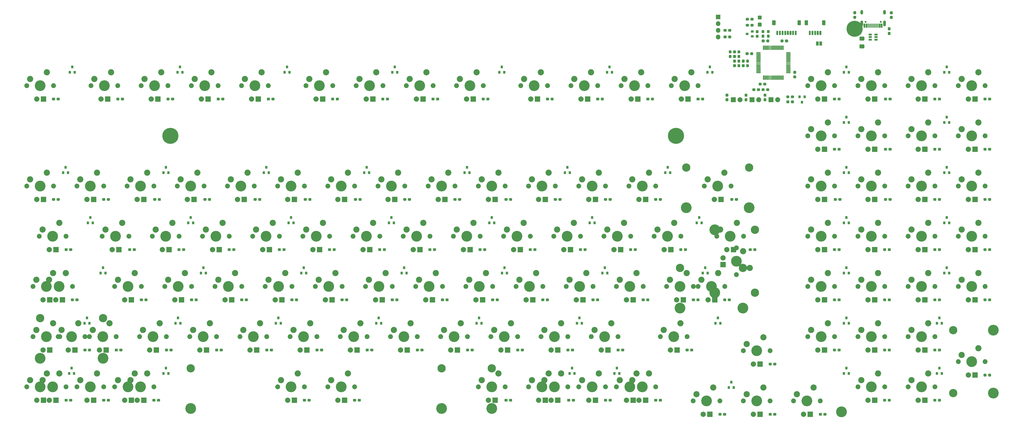
<source format=gbr>
G04 #@! TF.GenerationSoftware,KiCad,Pcbnew,(5.1.6)-1*
G04 #@! TF.CreationDate,2020-07-04T01:33:36+02:00*
G04 #@! TF.ProjectId,E80-1800-pcb-universal,4538302d-3138-4303-902d-7063622d756e,rev?*
G04 #@! TF.SameCoordinates,Original*
G04 #@! TF.FileFunction,Soldermask,Bot*
G04 #@! TF.FilePolarity,Negative*
%FSLAX46Y46*%
G04 Gerber Fmt 4.6, Leading zero omitted, Abs format (unit mm)*
G04 Created by KiCad (PCBNEW (5.1.6)-1) date 2020-07-04 01:33:36*
%MOMM*%
%LPD*%
G01*
G04 APERTURE LIST*
%ADD10R,1.100000X1.600000*%
%ADD11R,0.900000X1.000000*%
%ADD12C,4.100000*%
%ADD13C,1.900000*%
%ADD14R,1.900000X1.900000*%
%ADD15C,6.100000*%
%ADD16R,1.160000X0.750000*%
%ADD17R,0.700000X1.550000*%
%ADD18R,0.400000X1.550000*%
%ADD19O,1.100000X2.200000*%
%ADD20C,0.750000*%
%ADD21O,1.100000X1.700000*%
%ADD22O,1.800000X1.800000*%
%ADD23R,1.800000X1.800000*%
%ADD24C,1.850000*%
%ADD25R,2.005000X2.005000*%
%ADD26C,2.005000*%
%ADD27C,2.350000*%
%ADD28C,4.087800*%
%ADD29C,3.148000*%
%ADD30R,1.000000X0.900000*%
G04 APERTURE END LIST*
D10*
X295035992Y16000000D03*
X296335992Y16000000D03*
G36*
G01*
X296835992Y23195832D02*
X296835992Y24554168D01*
G75*
G02*
X297106824Y24825000I270832J0D01*
G01*
X297865160Y24825000D01*
G75*
G02*
X298135992Y24554168I0J-270832D01*
G01*
X298135992Y23195832D01*
G75*
G02*
X297865160Y22925000I-270832J0D01*
G01*
X297106824Y22925000D01*
G75*
G02*
X296835992Y23195832I0J270832D01*
G01*
G37*
G36*
G01*
X290235992Y23195832D02*
X290235992Y24554168D01*
G75*
G02*
X290506824Y24825000I270832J0D01*
G01*
X291265160Y24825000D01*
G75*
G02*
X291535992Y24554168I0J-270832D01*
G01*
X291535992Y23195832D01*
G75*
G02*
X291265160Y22925000I-270832J0D01*
G01*
X290506824Y22925000D01*
G75*
G02*
X290235992Y23195832I0J270832D01*
G01*
G37*
G36*
G01*
X295835992Y19350000D02*
X295835992Y20650000D01*
G75*
G02*
X296010992Y20825000I175000J0D01*
G01*
X296360992Y20825000D01*
G75*
G02*
X296535992Y20650000I0J-175000D01*
G01*
X296535992Y19350000D01*
G75*
G02*
X296360992Y19175000I-175000J0D01*
G01*
X296010992Y19175000D01*
G75*
G02*
X295835992Y19350000I0J175000D01*
G01*
G37*
G36*
G01*
X294835992Y19350000D02*
X294835992Y20650000D01*
G75*
G02*
X295010992Y20825000I175000J0D01*
G01*
X295360992Y20825000D01*
G75*
G02*
X295535992Y20650000I0J-175000D01*
G01*
X295535992Y19350000D01*
G75*
G02*
X295360992Y19175000I-175000J0D01*
G01*
X295010992Y19175000D01*
G75*
G02*
X294835992Y19350000I0J175000D01*
G01*
G37*
G36*
G01*
X293835992Y19350000D02*
X293835992Y20650000D01*
G75*
G02*
X294010992Y20825000I175000J0D01*
G01*
X294360992Y20825000D01*
G75*
G02*
X294535992Y20650000I0J-175000D01*
G01*
X294535992Y19350000D01*
G75*
G02*
X294360992Y19175000I-175000J0D01*
G01*
X294010992Y19175000D01*
G75*
G02*
X293835992Y19350000I0J175000D01*
G01*
G37*
G36*
G01*
X292835992Y19350000D02*
X292835992Y20650000D01*
G75*
G02*
X293010992Y20825000I175000J0D01*
G01*
X293360992Y20825000D01*
G75*
G02*
X293535992Y20650000I0J-175000D01*
G01*
X293535992Y19350000D01*
G75*
G02*
X293360992Y19175000I-175000J0D01*
G01*
X293010992Y19175000D01*
G75*
G02*
X292835992Y19350000I0J175000D01*
G01*
G37*
G36*
G01*
X291835992Y19350000D02*
X291835992Y20650000D01*
G75*
G02*
X292010992Y20825000I175000J0D01*
G01*
X292360992Y20825000D01*
G75*
G02*
X292535992Y20650000I0J-175000D01*
G01*
X292535992Y19350000D01*
G75*
G02*
X292360992Y19175000I-175000J0D01*
G01*
X292010992Y19175000D01*
G75*
G02*
X291835992Y19350000I0J175000D01*
G01*
G37*
G36*
G01*
X260585992Y18752500D02*
X260585992Y18227500D01*
G75*
G02*
X260323492Y17965000I-262500J0D01*
G01*
X259698492Y17965000D01*
G75*
G02*
X259435992Y18227500I0J262500D01*
G01*
X259435992Y18752500D01*
G75*
G02*
X259698492Y19015000I262500J0D01*
G01*
X260323492Y19015000D01*
G75*
G02*
X260585992Y18752500I0J-262500D01*
G01*
G37*
G36*
G01*
X262335992Y18752500D02*
X262335992Y18227500D01*
G75*
G02*
X262073492Y17965000I-262500J0D01*
G01*
X261448492Y17965000D01*
G75*
G02*
X261185992Y18227500I0J262500D01*
G01*
X261185992Y18752500D01*
G75*
G02*
X261448492Y19015000I262500J0D01*
G01*
X262073492Y19015000D01*
G75*
G02*
X262335992Y18752500I0J-262500D01*
G01*
G37*
G36*
G01*
X260585992Y21262500D02*
X260585992Y20737500D01*
G75*
G02*
X260323492Y20475000I-262500J0D01*
G01*
X259698492Y20475000D01*
G75*
G02*
X259435992Y20737500I0J262500D01*
G01*
X259435992Y21262500D01*
G75*
G02*
X259698492Y21525000I262500J0D01*
G01*
X260323492Y21525000D01*
G75*
G02*
X260585992Y21262500I0J-262500D01*
G01*
G37*
G36*
G01*
X262335992Y21262500D02*
X262335992Y20737500D01*
G75*
G02*
X262073492Y20475000I-262500J0D01*
G01*
X261448492Y20475000D01*
G75*
G02*
X261185992Y20737500I0J262500D01*
G01*
X261185992Y21262500D01*
G75*
G02*
X261448492Y21525000I262500J0D01*
G01*
X262073492Y21525000D01*
G75*
G02*
X262335992Y21262500I0J-262500D01*
G01*
G37*
D11*
X47752000Y-107204000D03*
X46802000Y-109204000D03*
X48702000Y-109204000D03*
X11938000Y-107204000D03*
X10988000Y-109204000D03*
X12888000Y-109204000D03*
D12*
X304204992Y-123824992D03*
G36*
G01*
X266635992Y9895500D02*
X267160992Y9895500D01*
G75*
G02*
X267423492Y9633000I0J-262500D01*
G01*
X267423492Y9008000D01*
G75*
G02*
X267160992Y8745500I-262500J0D01*
G01*
X266635992Y8745500D01*
G75*
G02*
X266373492Y9008000I0J262500D01*
G01*
X266373492Y9633000D01*
G75*
G02*
X266635992Y9895500I262500J0D01*
G01*
G37*
G36*
G01*
X266635992Y8145500D02*
X267160992Y8145500D01*
G75*
G02*
X267423492Y7883000I0J-262500D01*
G01*
X267423492Y7258000D01*
G75*
G02*
X267160992Y6995500I-262500J0D01*
G01*
X266635992Y6995500D01*
G75*
G02*
X266373492Y7258000I0J262500D01*
G01*
X266373492Y7883000D01*
G75*
G02*
X266635992Y8145500I262500J0D01*
G01*
G37*
G36*
G01*
X275421990Y-4170400D02*
X274896990Y-4170400D01*
G75*
G02*
X274634490Y-3907900I0J262500D01*
G01*
X274634490Y-3282900D01*
G75*
G02*
X274896990Y-3020400I262500J0D01*
G01*
X275421990Y-3020400D01*
G75*
G02*
X275684490Y-3282900I0J-262500D01*
G01*
X275684490Y-3907900D01*
G75*
G02*
X275421990Y-4170400I-262500J0D01*
G01*
G37*
G36*
G01*
X275421990Y-5920400D02*
X274896990Y-5920400D01*
G75*
G02*
X274634490Y-5657900I0J262500D01*
G01*
X274634490Y-5032900D01*
G75*
G02*
X274896990Y-4770400I262500J0D01*
G01*
X275421990Y-4770400D01*
G75*
G02*
X275684490Y-5032900I0J-262500D01*
G01*
X275684490Y-5657900D01*
G75*
G02*
X275421990Y-5920400I-262500J0D01*
G01*
G37*
G36*
G01*
X268208390Y-4194500D02*
X267683390Y-4194500D01*
G75*
G02*
X267420890Y-3932000I0J262500D01*
G01*
X267420890Y-3307000D01*
G75*
G02*
X267683390Y-3044500I262500J0D01*
G01*
X268208390Y-3044500D01*
G75*
G02*
X268470890Y-3307000I0J-262500D01*
G01*
X268470890Y-3932000D01*
G75*
G02*
X268208390Y-4194500I-262500J0D01*
G01*
G37*
G36*
G01*
X268208390Y-5944500D02*
X267683390Y-5944500D01*
G75*
G02*
X267420890Y-5682000I0J262500D01*
G01*
X267420890Y-5057000D01*
G75*
G02*
X267683390Y-4794500I262500J0D01*
G01*
X268208390Y-4794500D01*
G75*
G02*
X268470890Y-5057000I0J-262500D01*
G01*
X268470890Y-5682000D01*
G75*
G02*
X268208390Y-5944500I-262500J0D01*
G01*
G37*
G36*
G01*
X260994790Y-4170400D02*
X260469790Y-4170400D01*
G75*
G02*
X260207290Y-3907900I0J262500D01*
G01*
X260207290Y-3282900D01*
G75*
G02*
X260469790Y-3020400I262500J0D01*
G01*
X260994790Y-3020400D01*
G75*
G02*
X261257290Y-3282900I0J-262500D01*
G01*
X261257290Y-3907900D01*
G75*
G02*
X260994790Y-4170400I-262500J0D01*
G01*
G37*
G36*
G01*
X260994790Y-5920400D02*
X260469790Y-5920400D01*
G75*
G02*
X260207290Y-5657900I0J262500D01*
G01*
X260207290Y-5032900D01*
G75*
G02*
X260469790Y-4770400I262500J0D01*
G01*
X260994790Y-4770400D01*
G75*
G02*
X261257290Y-5032900I0J-262500D01*
G01*
X261257290Y-5657900D01*
G75*
G02*
X260994790Y-5920400I-262500J0D01*
G01*
G37*
G36*
G01*
X285009890Y-6422000D02*
X285009890Y-5897000D01*
G75*
G02*
X285272390Y-5634500I262500J0D01*
G01*
X285897390Y-5634500D01*
G75*
G02*
X286159890Y-5897000I0J-262500D01*
G01*
X286159890Y-6422000D01*
G75*
G02*
X285897390Y-6684500I-262500J0D01*
G01*
X285272390Y-6684500D01*
G75*
G02*
X285009890Y-6422000I0J262500D01*
G01*
G37*
G36*
G01*
X283259890Y-6422000D02*
X283259890Y-5897000D01*
G75*
G02*
X283522390Y-5634500I262500J0D01*
G01*
X284147390Y-5634500D01*
G75*
G02*
X284409890Y-5897000I0J-262500D01*
G01*
X284409890Y-6422000D01*
G75*
G02*
X284147390Y-6684500I-262500J0D01*
G01*
X283522390Y-6684500D01*
G75*
G02*
X283259890Y-6422000I0J262500D01*
G01*
G37*
D13*
X279955992Y-5357792D03*
D14*
X277415992Y-5357792D03*
D13*
X272811992Y-5357792D03*
D14*
X270271992Y-5357792D03*
D13*
X265667992Y-5357792D03*
D14*
X263127992Y-5357792D03*
D15*
X309194898Y21550008D03*
X241410992Y-19049992D03*
X49410992Y-19049992D03*
G36*
G01*
X322564390Y20987000D02*
X322039390Y20987000D01*
G75*
G02*
X321776890Y21249500I0J262500D01*
G01*
X321776890Y21874500D01*
G75*
G02*
X322039390Y22137000I262500J0D01*
G01*
X322564390Y22137000D01*
G75*
G02*
X322826890Y21874500I0J-262500D01*
G01*
X322826890Y21249500D01*
G75*
G02*
X322564390Y20987000I-262500J0D01*
G01*
G37*
G36*
G01*
X322564390Y19237000D02*
X322039390Y19237000D01*
G75*
G02*
X321776890Y19499500I0J262500D01*
G01*
X321776890Y20124500D01*
G75*
G02*
X322039390Y20387000I262500J0D01*
G01*
X322564390Y20387000D01*
G75*
G02*
X322826890Y20124500I0J-262500D01*
G01*
X322826890Y19499500D01*
G75*
G02*
X322564390Y19237000I-262500J0D01*
G01*
G37*
D16*
X315105890Y18417000D03*
X315105890Y19367000D03*
X315105890Y17467000D03*
X317305890Y17467000D03*
X317305890Y18417000D03*
X317305890Y19367000D03*
G36*
G01*
X308982500Y26499000D02*
X309507500Y26499000D01*
G75*
G02*
X309770000Y26236500I0J-262500D01*
G01*
X309770000Y25611500D01*
G75*
G02*
X309507500Y25349000I-262500J0D01*
G01*
X308982500Y25349000D01*
G75*
G02*
X308720000Y25611500I0J262500D01*
G01*
X308720000Y26236500D01*
G75*
G02*
X308982500Y26499000I262500J0D01*
G01*
G37*
G36*
G01*
X308982500Y28249000D02*
X309507500Y28249000D01*
G75*
G02*
X309770000Y27986500I0J-262500D01*
G01*
X309770000Y27361500D01*
G75*
G02*
X309507500Y27099000I-262500J0D01*
G01*
X308982500Y27099000D01*
G75*
G02*
X308720000Y27361500I0J262500D01*
G01*
X308720000Y27986500D01*
G75*
G02*
X308982500Y28249000I262500J0D01*
G01*
G37*
G36*
G01*
X322852190Y26471600D02*
X323377190Y26471600D01*
G75*
G02*
X323639690Y26209100I0J-262500D01*
G01*
X323639690Y25584100D01*
G75*
G02*
X323377190Y25321600I-262500J0D01*
G01*
X322852190Y25321600D01*
G75*
G02*
X322589690Y25584100I0J262500D01*
G01*
X322589690Y26209100D01*
G75*
G02*
X322852190Y26471600I262500J0D01*
G01*
G37*
G36*
G01*
X322852190Y28221600D02*
X323377190Y28221600D01*
G75*
G02*
X323639690Y27959100I0J-262500D01*
G01*
X323639690Y27334100D01*
G75*
G02*
X323377190Y27071600I-262500J0D01*
G01*
X322852190Y27071600D01*
G75*
G02*
X322589690Y27334100I0J262500D01*
G01*
X322589690Y27959100D01*
G75*
G02*
X322852190Y28221600I262500J0D01*
G01*
G37*
D17*
X319455890Y22731000D03*
X318655890Y22731000D03*
X313755890Y22731000D03*
X312955890Y22731000D03*
X312955890Y22731000D03*
X313755890Y22731000D03*
X318655890Y22731000D03*
X319455890Y22731000D03*
D18*
X314455890Y22731000D03*
X314955890Y22731000D03*
X315455890Y22731000D03*
X316455890Y22731000D03*
X316955890Y22731000D03*
X317455890Y22731000D03*
X317955890Y22731000D03*
X315955890Y22731000D03*
D19*
X320525890Y23646000D03*
X311885890Y23646000D03*
D20*
X313315890Y24176000D03*
D21*
X311885890Y27826000D03*
D20*
X319095890Y24176000D03*
D21*
X320525890Y27826000D03*
G36*
G01*
X312608846Y17108000D02*
X311293934Y17108000D01*
G75*
G02*
X311026390Y17375544I0J267544D01*
G01*
X311026390Y18365456D01*
G75*
G02*
X311293934Y18633000I267544J0D01*
G01*
X312608846Y18633000D01*
G75*
G02*
X312876390Y18365456I0J-267544D01*
G01*
X312876390Y17375544D01*
G75*
G02*
X312608846Y17108000I-267544J0D01*
G01*
G37*
G36*
G01*
X312608846Y14133000D02*
X311293934Y14133000D01*
G75*
G02*
X311026390Y14400544I0J267544D01*
G01*
X311026390Y15390456D01*
G75*
G02*
X311293934Y15658000I267544J0D01*
G01*
X312608846Y15658000D01*
G75*
G02*
X312876390Y15390456I0J-267544D01*
G01*
X312876390Y14400544D01*
G75*
G02*
X312608846Y14133000I-267544J0D01*
G01*
G37*
G36*
G01*
X274514250Y309000D02*
X274514250Y834000D01*
G75*
G02*
X274776750Y1096500I262500J0D01*
G01*
X275401750Y1096500D01*
G75*
G02*
X275664250Y834000I0J-262500D01*
G01*
X275664250Y309000D01*
G75*
G02*
X275401750Y46500I-262500J0D01*
G01*
X274776750Y46500D01*
G75*
G02*
X274514250Y309000I0J262500D01*
G01*
G37*
G36*
G01*
X272764250Y309000D02*
X272764250Y834000D01*
G75*
G02*
X273026750Y1096500I262500J0D01*
G01*
X273651750Y1096500D01*
G75*
G02*
X273914250Y834000I0J-262500D01*
G01*
X273914250Y309000D01*
G75*
G02*
X273651750Y46500I-262500J0D01*
G01*
X273026750Y46500D01*
G75*
G02*
X272764250Y309000I0J262500D01*
G01*
G37*
G36*
G01*
X264984992Y11638000D02*
X265509992Y11638000D01*
G75*
G02*
X265772492Y11375500I0J-262500D01*
G01*
X265772492Y10750500D01*
G75*
G02*
X265509992Y10488000I-262500J0D01*
G01*
X264984992Y10488000D01*
G75*
G02*
X264722492Y10750500I0J262500D01*
G01*
X264722492Y11375500D01*
G75*
G02*
X264984992Y11638000I262500J0D01*
G01*
G37*
G36*
G01*
X264984992Y13388000D02*
X265509992Y13388000D01*
G75*
G02*
X265772492Y13125500I0J-262500D01*
G01*
X265772492Y12500500D01*
G75*
G02*
X265509992Y12238000I-262500J0D01*
G01*
X264984992Y12238000D01*
G75*
G02*
X264722492Y12500500I0J262500D01*
G01*
X264722492Y13125500D01*
G75*
G02*
X264984992Y13388000I262500J0D01*
G01*
G37*
G36*
G01*
X275015750Y-1274000D02*
X275015750Y-1799000D01*
G75*
G02*
X274753250Y-2061500I-262500J0D01*
G01*
X274128250Y-2061500D01*
G75*
G02*
X273865750Y-1799000I0J262500D01*
G01*
X273865750Y-1274000D01*
G75*
G02*
X274128250Y-1011500I262500J0D01*
G01*
X274753250Y-1011500D01*
G75*
G02*
X275015750Y-1274000I0J-262500D01*
G01*
G37*
G36*
G01*
X276765750Y-1274000D02*
X276765750Y-1799000D01*
G75*
G02*
X276503250Y-2061500I-262500J0D01*
G01*
X275878250Y-2061500D01*
G75*
G02*
X275615750Y-1799000I0J262500D01*
G01*
X275615750Y-1274000D01*
G75*
G02*
X275878250Y-1011500I262500J0D01*
G01*
X276503250Y-1011500D01*
G75*
G02*
X276765750Y-1274000I0J-262500D01*
G01*
G37*
G36*
G01*
X268811992Y8745500D02*
X268286992Y8745500D01*
G75*
G02*
X268024492Y9008000I0J262500D01*
G01*
X268024492Y9633000D01*
G75*
G02*
X268286992Y9895500I262500J0D01*
G01*
X268811992Y9895500D01*
G75*
G02*
X269074492Y9633000I0J-262500D01*
G01*
X269074492Y9008000D01*
G75*
G02*
X268811992Y8745500I-262500J0D01*
G01*
G37*
G36*
G01*
X268811992Y6995500D02*
X268286992Y6995500D01*
G75*
G02*
X268024492Y7258000I0J262500D01*
G01*
X268024492Y7883000D01*
G75*
G02*
X268286992Y8145500I262500J0D01*
G01*
X268811992Y8145500D01*
G75*
G02*
X269074492Y7883000I0J-262500D01*
G01*
X269074492Y7258000D01*
G75*
G02*
X268811992Y6995500I-262500J0D01*
G01*
G37*
G36*
G01*
X272462890Y19921500D02*
X271937890Y19921500D01*
G75*
G02*
X271675390Y20184000I0J262500D01*
G01*
X271675390Y20809000D01*
G75*
G02*
X271937890Y21071500I262500J0D01*
G01*
X272462890Y21071500D01*
G75*
G02*
X272725390Y20809000I0J-262500D01*
G01*
X272725390Y20184000D01*
G75*
G02*
X272462890Y19921500I-262500J0D01*
G01*
G37*
G36*
G01*
X272462890Y18171500D02*
X271937890Y18171500D01*
G75*
G02*
X271675390Y18434000I0J262500D01*
G01*
X271675390Y19059000D01*
G75*
G02*
X271937890Y19321500I262500J0D01*
G01*
X272462890Y19321500D01*
G75*
G02*
X272725390Y19059000I0J-262500D01*
G01*
X272725390Y18434000D01*
G75*
G02*
X272462890Y18171500I-262500J0D01*
G01*
G37*
G36*
G01*
X276670390Y19946140D02*
X276145390Y19946140D01*
G75*
G02*
X275882890Y20208640I0J262500D01*
G01*
X275882890Y20833640D01*
G75*
G02*
X276145390Y21096140I262500J0D01*
G01*
X276670390Y21096140D01*
G75*
G02*
X276932890Y20833640I0J-262500D01*
G01*
X276932890Y20208640D01*
G75*
G02*
X276670390Y19946140I-262500J0D01*
G01*
G37*
G36*
G01*
X276670390Y18196140D02*
X276145390Y18196140D01*
G75*
G02*
X275882890Y18458640I0J262500D01*
G01*
X275882890Y19083640D01*
G75*
G02*
X276145390Y19346140I262500J0D01*
G01*
X276670390Y19346140D01*
G75*
G02*
X276932890Y19083640I0J-262500D01*
G01*
X276932890Y18458640D01*
G75*
G02*
X276670390Y18196140I-262500J0D01*
G01*
G37*
G36*
G01*
X282187390Y17234000D02*
X282187390Y16709000D01*
G75*
G02*
X281924890Y16446500I-262500J0D01*
G01*
X281299890Y16446500D01*
G75*
G02*
X281037390Y16709000I0J262500D01*
G01*
X281037390Y17234000D01*
G75*
G02*
X281299890Y17496500I262500J0D01*
G01*
X281924890Y17496500D01*
G75*
G02*
X282187390Y17234000I0J-262500D01*
G01*
G37*
G36*
G01*
X283937390Y17234000D02*
X283937390Y16709000D01*
G75*
G02*
X283674890Y16446500I-262500J0D01*
G01*
X283049890Y16446500D01*
G75*
G02*
X282787390Y16709000I0J262500D01*
G01*
X282787390Y17234000D01*
G75*
G02*
X283049890Y17496500I262500J0D01*
G01*
X283674890Y17496500D01*
G75*
G02*
X283937390Y17234000I0J-262500D01*
G01*
G37*
G36*
G01*
X275050750Y17234000D02*
X275050750Y16709000D01*
G75*
G02*
X274788250Y16446500I-262500J0D01*
G01*
X274163250Y16446500D01*
G75*
G02*
X273900750Y16709000I0J262500D01*
G01*
X273900750Y17234000D01*
G75*
G02*
X274163250Y17496500I262500J0D01*
G01*
X274788250Y17496500D01*
G75*
G02*
X275050750Y17234000I0J-262500D01*
G01*
G37*
G36*
G01*
X276800750Y17234000D02*
X276800750Y16709000D01*
G75*
G02*
X276538250Y16446500I-262500J0D01*
G01*
X275913250Y16446500D01*
G75*
G02*
X275650750Y16709000I0J262500D01*
G01*
X275650750Y17234000D01*
G75*
G02*
X275913250Y17496500I262500J0D01*
G01*
X276538250Y17496500D01*
G75*
G02*
X276800750Y17234000I0J-262500D01*
G01*
G37*
G36*
G01*
X268940000Y12391508D02*
X268940000Y11866508D01*
G75*
G02*
X268677500Y11604008I-262500J0D01*
G01*
X268052500Y11604008D01*
G75*
G02*
X267790000Y11866508I0J262500D01*
G01*
X267790000Y12391508D01*
G75*
G02*
X268052500Y12654008I262500J0D01*
G01*
X268677500Y12654008D01*
G75*
G02*
X268940000Y12391508I0J-262500D01*
G01*
G37*
G36*
G01*
X270690000Y12391508D02*
X270690000Y11866508D01*
G75*
G02*
X270427500Y11604008I-262500J0D01*
G01*
X269802500Y11604008D01*
G75*
G02*
X269540000Y11866508I0J262500D01*
G01*
X269540000Y12391508D01*
G75*
G02*
X269802500Y12654008I262500J0D01*
G01*
X270427500Y12654008D01*
G75*
G02*
X270690000Y12391508I0J-262500D01*
G01*
G37*
G36*
G01*
X286711000Y4491508D02*
X286186000Y4491508D01*
G75*
G02*
X285923500Y4754008I0J262500D01*
G01*
X285923500Y5379008D01*
G75*
G02*
X286186000Y5641508I262500J0D01*
G01*
X286711000Y5641508D01*
G75*
G02*
X286973500Y5379008I0J-262500D01*
G01*
X286973500Y4754008D01*
G75*
G02*
X286711000Y4491508I-262500J0D01*
G01*
G37*
G36*
G01*
X286711000Y2741508D02*
X286186000Y2741508D01*
G75*
G02*
X285923500Y3004008I0J262500D01*
G01*
X285923500Y3629008D01*
G75*
G02*
X286186000Y3891508I262500J0D01*
G01*
X286711000Y3891508D01*
G75*
G02*
X286973500Y3629008I0J-262500D01*
G01*
X286973500Y3004008D01*
G75*
G02*
X286711000Y2741508I-262500J0D01*
G01*
G37*
G36*
G01*
X274670390Y19946140D02*
X274145390Y19946140D01*
G75*
G02*
X273882890Y20208640I0J262500D01*
G01*
X273882890Y20833640D01*
G75*
G02*
X274145390Y21096140I262500J0D01*
G01*
X274670390Y21096140D01*
G75*
G02*
X274932890Y20833640I0J-262500D01*
G01*
X274932890Y20208640D01*
G75*
G02*
X274670390Y19946140I-262500J0D01*
G01*
G37*
G36*
G01*
X274670390Y18196140D02*
X274145390Y18196140D01*
G75*
G02*
X273882890Y18458640I0J262500D01*
G01*
X273882890Y19083640D01*
G75*
G02*
X274145390Y19346140I262500J0D01*
G01*
X274670390Y19346140D01*
G75*
G02*
X274932890Y19083640I0J-262500D01*
G01*
X274932890Y18458640D01*
G75*
G02*
X274670390Y18196140I-262500J0D01*
G01*
G37*
G36*
G01*
X269642890Y24939360D02*
X269642890Y25464360D01*
G75*
G02*
X269905390Y25726860I262500J0D01*
G01*
X270530390Y25726860D01*
G75*
G02*
X270792890Y25464360I0J-262500D01*
G01*
X270792890Y24939360D01*
G75*
G02*
X270530390Y24676860I-262500J0D01*
G01*
X269905390Y24676860D01*
G75*
G02*
X269642890Y24939360I0J262500D01*
G01*
G37*
G36*
G01*
X267892890Y24939360D02*
X267892890Y25464360D01*
G75*
G02*
X268155390Y25726860I262500J0D01*
G01*
X268780390Y25726860D01*
G75*
G02*
X269042890Y25464360I0J-262500D01*
G01*
X269042890Y24939360D01*
G75*
G02*
X268780390Y24676860I-262500J0D01*
G01*
X268155390Y24676860D01*
G75*
G02*
X267892890Y24939360I0J262500D01*
G01*
G37*
G36*
G01*
X269642890Y22653360D02*
X269642890Y23178360D01*
G75*
G02*
X269905390Y23440860I262500J0D01*
G01*
X270530390Y23440860D01*
G75*
G02*
X270792890Y23178360I0J-262500D01*
G01*
X270792890Y22653360D01*
G75*
G02*
X270530390Y22390860I-262500J0D01*
G01*
X269905390Y22390860D01*
G75*
G02*
X269642890Y22653360I0J262500D01*
G01*
G37*
G36*
G01*
X267892890Y22653360D02*
X267892890Y23178360D01*
G75*
G02*
X268155390Y23440860I262500J0D01*
G01*
X268780390Y23440860D01*
G75*
G02*
X269042890Y23178360I0J-262500D01*
G01*
X269042890Y22653360D01*
G75*
G02*
X268780390Y22390860I-262500J0D01*
G01*
X268155390Y22390860D01*
G75*
G02*
X267892890Y22653360I0J262500D01*
G01*
G37*
D22*
X257341390Y18478500D03*
X257341390Y21018500D03*
X257341390Y23558500D03*
D23*
X257341390Y26098500D03*
D24*
X7461250Y-76200000D03*
X-2698750Y-76200000D03*
D25*
X3651250Y-81280000D03*
D26*
X1111250Y-81280000D03*
D27*
X-1428750Y-73660000D03*
D28*
X2381250Y-76200000D03*
D27*
X4921250Y-71120000D03*
G36*
G01*
X277711255Y-124475413D02*
X277711255Y-125000413D01*
G75*
G02*
X277448755Y-125262913I-262500J0D01*
G01*
X276823755Y-125262913D01*
G75*
G02*
X276561255Y-125000413I0J262500D01*
G01*
X276561255Y-124475413D01*
G75*
G02*
X276823755Y-124212913I262500J0D01*
G01*
X277448755Y-124212913D01*
G75*
G02*
X277711255Y-124475413I0J-262500D01*
G01*
G37*
G36*
G01*
X279461255Y-124475413D02*
X279461255Y-125000413D01*
G75*
G02*
X279198755Y-125262913I-262500J0D01*
G01*
X278573755Y-125262913D01*
G75*
G02*
X278311255Y-125000413I0J262500D01*
G01*
X278311255Y-124475413D01*
G75*
G02*
X278573755Y-124212913I262500J0D01*
G01*
X279198755Y-124212913D01*
G75*
G02*
X279461255Y-124475413I0J-262500D01*
G01*
G37*
G36*
G01*
X258661175Y-124475413D02*
X258661175Y-125000413D01*
G75*
G02*
X258398675Y-125262913I-262500J0D01*
G01*
X257773675Y-125262913D01*
G75*
G02*
X257511175Y-125000413I0J262500D01*
G01*
X257511175Y-124475413D01*
G75*
G02*
X257773675Y-124212913I262500J0D01*
G01*
X258398675Y-124212913D01*
G75*
G02*
X258661175Y-124475413I0J-262500D01*
G01*
G37*
G36*
G01*
X260411175Y-124475413D02*
X260411175Y-125000413D01*
G75*
G02*
X260148675Y-125262913I-262500J0D01*
G01*
X259523675Y-125262913D01*
G75*
G02*
X259261175Y-125000413I0J262500D01*
G01*
X259261175Y-124475413D01*
G75*
G02*
X259523675Y-124212913I262500J0D01*
G01*
X260148675Y-124212913D01*
G75*
G02*
X260411175Y-124475413I0J-262500D01*
G01*
G37*
G36*
G01*
X234254110Y-119117820D02*
X234254110Y-119642820D01*
G75*
G02*
X233991610Y-119905320I-262500J0D01*
G01*
X233366610Y-119905320D01*
G75*
G02*
X233104110Y-119642820I0J262500D01*
G01*
X233104110Y-119117820D01*
G75*
G02*
X233366610Y-118855320I262500J0D01*
G01*
X233991610Y-118855320D01*
G75*
G02*
X234254110Y-119117820I0J-262500D01*
G01*
G37*
G36*
G01*
X236004110Y-119117820D02*
X236004110Y-119642820D01*
G75*
G02*
X235741610Y-119905320I-262500J0D01*
G01*
X235116610Y-119905320D01*
G75*
G02*
X234854110Y-119642820I0J262500D01*
G01*
X234854110Y-119117820D01*
G75*
G02*
X235116610Y-118855320I262500J0D01*
G01*
X235741610Y-118855320D01*
G75*
G02*
X236004110Y-119117820I0J-262500D01*
G01*
G37*
G36*
G01*
X215204030Y-119117820D02*
X215204030Y-119642820D01*
G75*
G02*
X214941530Y-119905320I-262500J0D01*
G01*
X214316530Y-119905320D01*
G75*
G02*
X214054030Y-119642820I0J262500D01*
G01*
X214054030Y-119117820D01*
G75*
G02*
X214316530Y-118855320I262500J0D01*
G01*
X214941530Y-118855320D01*
G75*
G02*
X215204030Y-119117820I0J-262500D01*
G01*
G37*
G36*
G01*
X216954030Y-119117820D02*
X216954030Y-119642820D01*
G75*
G02*
X216691530Y-119905320I-262500J0D01*
G01*
X216066530Y-119905320D01*
G75*
G02*
X215804030Y-119642820I0J262500D01*
G01*
X215804030Y-119117820D01*
G75*
G02*
X216066530Y-118855320I262500J0D01*
G01*
X216691530Y-118855320D01*
G75*
G02*
X216954030Y-119117820I0J-262500D01*
G01*
G37*
G36*
G01*
X201232100Y-119117820D02*
X201232100Y-119642820D01*
G75*
G02*
X200969600Y-119905320I-262500J0D01*
G01*
X200344600Y-119905320D01*
G75*
G02*
X200082100Y-119642820I0J262500D01*
G01*
X200082100Y-119117820D01*
G75*
G02*
X200344600Y-118855320I262500J0D01*
G01*
X200969600Y-118855320D01*
G75*
G02*
X201232100Y-119117820I0J-262500D01*
G01*
G37*
G36*
G01*
X202982100Y-119117820D02*
X202982100Y-119642820D01*
G75*
G02*
X202719600Y-119905320I-262500J0D01*
G01*
X202094600Y-119905320D01*
G75*
G02*
X201832100Y-119642820I0J262500D01*
G01*
X201832100Y-119117820D01*
G75*
G02*
X202094600Y-118855320I262500J0D01*
G01*
X202719600Y-118855320D01*
G75*
G02*
X202982100Y-119117820I0J-262500D01*
G01*
G37*
G36*
G01*
X177419500Y-119117820D02*
X177419500Y-119642820D01*
G75*
G02*
X177157000Y-119905320I-262500J0D01*
G01*
X176532000Y-119905320D01*
G75*
G02*
X176269500Y-119642820I0J262500D01*
G01*
X176269500Y-119117820D01*
G75*
G02*
X176532000Y-118855320I262500J0D01*
G01*
X177157000Y-118855320D01*
G75*
G02*
X177419500Y-119117820I0J-262500D01*
G01*
G37*
G36*
G01*
X179169500Y-119117820D02*
X179169500Y-119642820D01*
G75*
G02*
X178907000Y-119905320I-262500J0D01*
G01*
X178282000Y-119905320D01*
G75*
G02*
X178019500Y-119642820I0J262500D01*
G01*
X178019500Y-119117820D01*
G75*
G02*
X178282000Y-118855320I262500J0D01*
G01*
X178907000Y-118855320D01*
G75*
G02*
X179169500Y-119117820I0J-262500D01*
G01*
G37*
G36*
G01*
X43753310Y-119117820D02*
X43753310Y-119642820D01*
G75*
G02*
X43490810Y-119905320I-262500J0D01*
G01*
X42865810Y-119905320D01*
G75*
G02*
X42603310Y-119642820I0J262500D01*
G01*
X42603310Y-119117820D01*
G75*
G02*
X42865810Y-118855320I262500J0D01*
G01*
X43490810Y-118855320D01*
G75*
G02*
X43753310Y-119117820I0J-262500D01*
G01*
G37*
G36*
G01*
X45503310Y-119117820D02*
X45503310Y-119642820D01*
G75*
G02*
X45240810Y-119905320I-262500J0D01*
G01*
X44615810Y-119905320D01*
G75*
G02*
X44353310Y-119642820I0J262500D01*
G01*
X44353310Y-119117820D01*
G75*
G02*
X44615810Y-118855320I262500J0D01*
G01*
X45240810Y-118855320D01*
G75*
G02*
X45503310Y-119117820I0J-262500D01*
G01*
G37*
G36*
G01*
X24703230Y-119117820D02*
X24703230Y-119642820D01*
G75*
G02*
X24440730Y-119905320I-262500J0D01*
G01*
X23815730Y-119905320D01*
G75*
G02*
X23553230Y-119642820I0J262500D01*
G01*
X23553230Y-119117820D01*
G75*
G02*
X23815730Y-118855320I262500J0D01*
G01*
X24440730Y-118855320D01*
G75*
G02*
X24703230Y-119117820I0J-262500D01*
G01*
G37*
G36*
G01*
X26453230Y-119117820D02*
X26453230Y-119642820D01*
G75*
G02*
X26190730Y-119905320I-262500J0D01*
G01*
X25565730Y-119905320D01*
G75*
G02*
X25303230Y-119642820I0J262500D01*
G01*
X25303230Y-119117820D01*
G75*
G02*
X25565730Y-118855320I262500J0D01*
G01*
X26190730Y-118855320D01*
G75*
G02*
X26453230Y-119117820I0J-262500D01*
G01*
G37*
G36*
G01*
X10415670Y-119117820D02*
X10415670Y-119642820D01*
G75*
G02*
X10153170Y-119905320I-262500J0D01*
G01*
X9528170Y-119905320D01*
G75*
G02*
X9265670Y-119642820I0J262500D01*
G01*
X9265670Y-119117820D01*
G75*
G02*
X9528170Y-118855320I262500J0D01*
G01*
X10153170Y-118855320D01*
G75*
G02*
X10415670Y-119117820I0J-262500D01*
G01*
G37*
G36*
G01*
X12165670Y-119117820D02*
X12165670Y-119642820D01*
G75*
G02*
X11903170Y-119905320I-262500J0D01*
G01*
X11278170Y-119905320D01*
G75*
G02*
X11015670Y-119642820I0J262500D01*
G01*
X11015670Y-119117820D01*
G75*
G02*
X11278170Y-118855320I262500J0D01*
G01*
X11903170Y-118855320D01*
G75*
G02*
X12165670Y-119117820I0J-262500D01*
G01*
G37*
G36*
G01*
X277711255Y-105425333D02*
X277711255Y-105950333D01*
G75*
G02*
X277448755Y-106212833I-262500J0D01*
G01*
X276823755Y-106212833D01*
G75*
G02*
X276561255Y-105950333I0J262500D01*
G01*
X276561255Y-105425333D01*
G75*
G02*
X276823755Y-105162833I262500J0D01*
G01*
X277448755Y-105162833D01*
G75*
G02*
X277711255Y-105425333I0J-262500D01*
G01*
G37*
G36*
G01*
X279461255Y-105425333D02*
X279461255Y-105950333D01*
G75*
G02*
X279198755Y-106212833I-262500J0D01*
G01*
X278573755Y-106212833D01*
G75*
G02*
X278311255Y-105950333I0J262500D01*
G01*
X278311255Y-105425333D01*
G75*
G02*
X278573755Y-105162833I262500J0D01*
G01*
X279198755Y-105162833D01*
G75*
G02*
X279461255Y-105425333I0J-262500D01*
G01*
G37*
G36*
G01*
X246160410Y-100067740D02*
X246160410Y-100592740D01*
G75*
G02*
X245897910Y-100855240I-262500J0D01*
G01*
X245272910Y-100855240D01*
G75*
G02*
X245010410Y-100592740I0J262500D01*
G01*
X245010410Y-100067740D01*
G75*
G02*
X245272910Y-99805240I262500J0D01*
G01*
X245897910Y-99805240D01*
G75*
G02*
X246160410Y-100067740I0J-262500D01*
G01*
G37*
G36*
G01*
X247910410Y-100067740D02*
X247910410Y-100592740D01*
G75*
G02*
X247647910Y-100855240I-262500J0D01*
G01*
X247022910Y-100855240D01*
G75*
G02*
X246760410Y-100592740I0J262500D01*
G01*
X246760410Y-100067740D01*
G75*
G02*
X247022910Y-99805240I262500J0D01*
G01*
X247647910Y-99805240D01*
G75*
G02*
X247910410Y-100067740I0J-262500D01*
G01*
G37*
G36*
G01*
X219966550Y-100067740D02*
X219966550Y-100592740D01*
G75*
G02*
X219704050Y-100855240I-262500J0D01*
G01*
X219079050Y-100855240D01*
G75*
G02*
X218816550Y-100592740I0J262500D01*
G01*
X218816550Y-100067740D01*
G75*
G02*
X219079050Y-99805240I262500J0D01*
G01*
X219704050Y-99805240D01*
G75*
G02*
X219966550Y-100067740I0J-262500D01*
G01*
G37*
G36*
G01*
X221716550Y-100067740D02*
X221716550Y-100592740D01*
G75*
G02*
X221454050Y-100855240I-262500J0D01*
G01*
X220829050Y-100855240D01*
G75*
G02*
X220566550Y-100592740I0J262500D01*
G01*
X220566550Y-100067740D01*
G75*
G02*
X220829050Y-99805240I262500J0D01*
G01*
X221454050Y-99805240D01*
G75*
G02*
X221716550Y-100067740I0J-262500D01*
G01*
G37*
G36*
G01*
X200916470Y-100067740D02*
X200916470Y-100592740D01*
G75*
G02*
X200653970Y-100855240I-262500J0D01*
G01*
X200028970Y-100855240D01*
G75*
G02*
X199766470Y-100592740I0J262500D01*
G01*
X199766470Y-100067740D01*
G75*
G02*
X200028970Y-99805240I262500J0D01*
G01*
X200653970Y-99805240D01*
G75*
G02*
X200916470Y-100067740I0J-262500D01*
G01*
G37*
G36*
G01*
X202666470Y-100067740D02*
X202666470Y-100592740D01*
G75*
G02*
X202403970Y-100855240I-262500J0D01*
G01*
X201778970Y-100855240D01*
G75*
G02*
X201516470Y-100592740I0J262500D01*
G01*
X201516470Y-100067740D01*
G75*
G02*
X201778970Y-99805240I262500J0D01*
G01*
X202403970Y-99805240D01*
G75*
G02*
X202666470Y-100067740I0J-262500D01*
G01*
G37*
G36*
G01*
X181866390Y-100067740D02*
X181866390Y-100592740D01*
G75*
G02*
X181603890Y-100855240I-262500J0D01*
G01*
X180978890Y-100855240D01*
G75*
G02*
X180716390Y-100592740I0J262500D01*
G01*
X180716390Y-100067740D01*
G75*
G02*
X180978890Y-99805240I262500J0D01*
G01*
X181603890Y-99805240D01*
G75*
G02*
X181866390Y-100067740I0J-262500D01*
G01*
G37*
G36*
G01*
X183616390Y-100067740D02*
X183616390Y-100592740D01*
G75*
G02*
X183353890Y-100855240I-262500J0D01*
G01*
X182728890Y-100855240D01*
G75*
G02*
X182466390Y-100592740I0J262500D01*
G01*
X182466390Y-100067740D01*
G75*
G02*
X182728890Y-99805240I262500J0D01*
G01*
X183353890Y-99805240D01*
G75*
G02*
X183616390Y-100067740I0J-262500D01*
G01*
G37*
G36*
G01*
X162816310Y-100067740D02*
X162816310Y-100592740D01*
G75*
G02*
X162553810Y-100855240I-262500J0D01*
G01*
X161928810Y-100855240D01*
G75*
G02*
X161666310Y-100592740I0J262500D01*
G01*
X161666310Y-100067740D01*
G75*
G02*
X161928810Y-99805240I262500J0D01*
G01*
X162553810Y-99805240D01*
G75*
G02*
X162816310Y-100067740I0J-262500D01*
G01*
G37*
G36*
G01*
X164566310Y-100067740D02*
X164566310Y-100592740D01*
G75*
G02*
X164303810Y-100855240I-262500J0D01*
G01*
X163678810Y-100855240D01*
G75*
G02*
X163416310Y-100592740I0J262500D01*
G01*
X163416310Y-100067740D01*
G75*
G02*
X163678810Y-99805240I262500J0D01*
G01*
X164303810Y-99805240D01*
G75*
G02*
X164566310Y-100067740I0J-262500D01*
G01*
G37*
G36*
G01*
X143766230Y-100067740D02*
X143766230Y-100592740D01*
G75*
G02*
X143503730Y-100855240I-262500J0D01*
G01*
X142878730Y-100855240D01*
G75*
G02*
X142616230Y-100592740I0J262500D01*
G01*
X142616230Y-100067740D01*
G75*
G02*
X142878730Y-99805240I262500J0D01*
G01*
X143503730Y-99805240D01*
G75*
G02*
X143766230Y-100067740I0J-262500D01*
G01*
G37*
G36*
G01*
X145516230Y-100067740D02*
X145516230Y-100592740D01*
G75*
G02*
X145253730Y-100855240I-262500J0D01*
G01*
X144628730Y-100855240D01*
G75*
G02*
X144366230Y-100592740I0J262500D01*
G01*
X144366230Y-100067740D01*
G75*
G02*
X144628730Y-99805240I262500J0D01*
G01*
X145253730Y-99805240D01*
G75*
G02*
X145516230Y-100067740I0J-262500D01*
G01*
G37*
G36*
G01*
X124716150Y-100067740D02*
X124716150Y-100592740D01*
G75*
G02*
X124453650Y-100855240I-262500J0D01*
G01*
X123828650Y-100855240D01*
G75*
G02*
X123566150Y-100592740I0J262500D01*
G01*
X123566150Y-100067740D01*
G75*
G02*
X123828650Y-99805240I262500J0D01*
G01*
X124453650Y-99805240D01*
G75*
G02*
X124716150Y-100067740I0J-262500D01*
G01*
G37*
G36*
G01*
X126466150Y-100067740D02*
X126466150Y-100592740D01*
G75*
G02*
X126203650Y-100855240I-262500J0D01*
G01*
X125578650Y-100855240D01*
G75*
G02*
X125316150Y-100592740I0J262500D01*
G01*
X125316150Y-100067740D01*
G75*
G02*
X125578650Y-99805240I262500J0D01*
G01*
X126203650Y-99805240D01*
G75*
G02*
X126466150Y-100067740I0J-262500D01*
G01*
G37*
G36*
G01*
X105666070Y-100067740D02*
X105666070Y-100592740D01*
G75*
G02*
X105403570Y-100855240I-262500J0D01*
G01*
X104778570Y-100855240D01*
G75*
G02*
X104516070Y-100592740I0J262500D01*
G01*
X104516070Y-100067740D01*
G75*
G02*
X104778570Y-99805240I262500J0D01*
G01*
X105403570Y-99805240D01*
G75*
G02*
X105666070Y-100067740I0J-262500D01*
G01*
G37*
G36*
G01*
X107416070Y-100067740D02*
X107416070Y-100592740D01*
G75*
G02*
X107153570Y-100855240I-262500J0D01*
G01*
X106528570Y-100855240D01*
G75*
G02*
X106266070Y-100592740I0J262500D01*
G01*
X106266070Y-100067740D01*
G75*
G02*
X106528570Y-99805240I262500J0D01*
G01*
X107153570Y-99805240D01*
G75*
G02*
X107416070Y-100067740I0J-262500D01*
G01*
G37*
G36*
G01*
X86615990Y-100067740D02*
X86615990Y-100592740D01*
G75*
G02*
X86353490Y-100855240I-262500J0D01*
G01*
X85728490Y-100855240D01*
G75*
G02*
X85465990Y-100592740I0J262500D01*
G01*
X85465990Y-100067740D01*
G75*
G02*
X85728490Y-99805240I262500J0D01*
G01*
X86353490Y-99805240D01*
G75*
G02*
X86615990Y-100067740I0J-262500D01*
G01*
G37*
G36*
G01*
X88365990Y-100067740D02*
X88365990Y-100592740D01*
G75*
G02*
X88103490Y-100855240I-262500J0D01*
G01*
X87478490Y-100855240D01*
G75*
G02*
X87215990Y-100592740I0J262500D01*
G01*
X87215990Y-100067740D01*
G75*
G02*
X87478490Y-99805240I262500J0D01*
G01*
X88103490Y-99805240D01*
G75*
G02*
X88365990Y-100067740I0J-262500D01*
G01*
G37*
G36*
G01*
X67565910Y-100067740D02*
X67565910Y-100592740D01*
G75*
G02*
X67303410Y-100855240I-262500J0D01*
G01*
X66678410Y-100855240D01*
G75*
G02*
X66415910Y-100592740I0J262500D01*
G01*
X66415910Y-100067740D01*
G75*
G02*
X66678410Y-99805240I262500J0D01*
G01*
X67303410Y-99805240D01*
G75*
G02*
X67565910Y-100067740I0J-262500D01*
G01*
G37*
G36*
G01*
X69315910Y-100067740D02*
X69315910Y-100592740D01*
G75*
G02*
X69053410Y-100855240I-262500J0D01*
G01*
X68428410Y-100855240D01*
G75*
G02*
X68165910Y-100592740I0J262500D01*
G01*
X68165910Y-100067740D01*
G75*
G02*
X68428410Y-99805240I262500J0D01*
G01*
X69053410Y-99805240D01*
G75*
G02*
X69315910Y-100067740I0J-262500D01*
G01*
G37*
G36*
G01*
X48515830Y-100067740D02*
X48515830Y-100592740D01*
G75*
G02*
X48253330Y-100855240I-262500J0D01*
G01*
X47628330Y-100855240D01*
G75*
G02*
X47365830Y-100592740I0J262500D01*
G01*
X47365830Y-100067740D01*
G75*
G02*
X47628330Y-99805240I262500J0D01*
G01*
X48253330Y-99805240D01*
G75*
G02*
X48515830Y-100067740I0J-262500D01*
G01*
G37*
G36*
G01*
X50265830Y-100067740D02*
X50265830Y-100592740D01*
G75*
G02*
X50003330Y-100855240I-262500J0D01*
G01*
X49378330Y-100855240D01*
G75*
G02*
X49115830Y-100592740I0J262500D01*
G01*
X49115830Y-100067740D01*
G75*
G02*
X49378330Y-99805240I262500J0D01*
G01*
X50003330Y-99805240D01*
G75*
G02*
X50265830Y-100067740I0J-262500D01*
G01*
G37*
G36*
G01*
X29465750Y-100067740D02*
X29465750Y-100592740D01*
G75*
G02*
X29203250Y-100855240I-262500J0D01*
G01*
X28578250Y-100855240D01*
G75*
G02*
X28315750Y-100592740I0J262500D01*
G01*
X28315750Y-100067740D01*
G75*
G02*
X28578250Y-99805240I262500J0D01*
G01*
X29203250Y-99805240D01*
G75*
G02*
X29465750Y-100067740I0J-262500D01*
G01*
G37*
G36*
G01*
X31215750Y-100067740D02*
X31215750Y-100592740D01*
G75*
G02*
X30953250Y-100855240I-262500J0D01*
G01*
X30328250Y-100855240D01*
G75*
G02*
X30065750Y-100592740I0J262500D01*
G01*
X30065750Y-100067740D01*
G75*
G02*
X30328250Y-99805240I262500J0D01*
G01*
X30953250Y-99805240D01*
G75*
G02*
X31215750Y-100067740I0J-262500D01*
G01*
G37*
G36*
G01*
X17559450Y-100067740D02*
X17559450Y-100592740D01*
G75*
G02*
X17296950Y-100855240I-262500J0D01*
G01*
X16671950Y-100855240D01*
G75*
G02*
X16409450Y-100592740I0J262500D01*
G01*
X16409450Y-100067740D01*
G75*
G02*
X16671950Y-99805240I262500J0D01*
G01*
X17296950Y-99805240D01*
G75*
G02*
X17559450Y-100067740I0J-262500D01*
G01*
G37*
G36*
G01*
X19309450Y-100067740D02*
X19309450Y-100592740D01*
G75*
G02*
X19046950Y-100855240I-262500J0D01*
G01*
X18421950Y-100855240D01*
G75*
G02*
X18159450Y-100592740I0J262500D01*
G01*
X18159450Y-100067740D01*
G75*
G02*
X18421950Y-99805240I262500J0D01*
G01*
X19046950Y-99805240D01*
G75*
G02*
X19309450Y-100067740I0J-262500D01*
G01*
G37*
G36*
G01*
X260447970Y-81017660D02*
X260447970Y-81542660D01*
G75*
G02*
X260185470Y-81805160I-262500J0D01*
G01*
X259560470Y-81805160D01*
G75*
G02*
X259297970Y-81542660I0J262500D01*
G01*
X259297970Y-81017660D01*
G75*
G02*
X259560470Y-80755160I262500J0D01*
G01*
X260185470Y-80755160D01*
G75*
G02*
X260447970Y-81017660I0J-262500D01*
G01*
G37*
G36*
G01*
X262197970Y-81017660D02*
X262197970Y-81542660D01*
G75*
G02*
X261935470Y-81805160I-262500J0D01*
G01*
X261310470Y-81805160D01*
G75*
G02*
X261047970Y-81542660I0J262500D01*
G01*
X261047970Y-81017660D01*
G75*
G02*
X261310470Y-80755160I262500J0D01*
G01*
X261935470Y-80755160D01*
G75*
G02*
X262197970Y-81017660I0J-262500D01*
G01*
G37*
G36*
G01*
X248541670Y-81017660D02*
X248541670Y-81542660D01*
G75*
G02*
X248279170Y-81805160I-262500J0D01*
G01*
X247654170Y-81805160D01*
G75*
G02*
X247391670Y-81542660I0J262500D01*
G01*
X247391670Y-81017660D01*
G75*
G02*
X247654170Y-80755160I262500J0D01*
G01*
X248279170Y-80755160D01*
G75*
G02*
X248541670Y-81017660I0J-262500D01*
G01*
G37*
G36*
G01*
X250291670Y-81017660D02*
X250291670Y-81542660D01*
G75*
G02*
X250029170Y-81805160I-262500J0D01*
G01*
X249404170Y-81805160D01*
G75*
G02*
X249141670Y-81542660I0J262500D01*
G01*
X249141670Y-81017660D01*
G75*
G02*
X249404170Y-80755160I262500J0D01*
G01*
X250029170Y-80755160D01*
G75*
G02*
X250291670Y-81017660I0J-262500D01*
G01*
G37*
G36*
G01*
X229491590Y-81017660D02*
X229491590Y-81542660D01*
G75*
G02*
X229229090Y-81805160I-262500J0D01*
G01*
X228604090Y-81805160D01*
G75*
G02*
X228341590Y-81542660I0J262500D01*
G01*
X228341590Y-81017660D01*
G75*
G02*
X228604090Y-80755160I262500J0D01*
G01*
X229229090Y-80755160D01*
G75*
G02*
X229491590Y-81017660I0J-262500D01*
G01*
G37*
G36*
G01*
X231241590Y-81017660D02*
X231241590Y-81542660D01*
G75*
G02*
X230979090Y-81805160I-262500J0D01*
G01*
X230354090Y-81805160D01*
G75*
G02*
X230091590Y-81542660I0J262500D01*
G01*
X230091590Y-81017660D01*
G75*
G02*
X230354090Y-80755160I262500J0D01*
G01*
X230979090Y-80755160D01*
G75*
G02*
X231241590Y-81017660I0J-262500D01*
G01*
G37*
G36*
G01*
X210441510Y-81017660D02*
X210441510Y-81542660D01*
G75*
G02*
X210179010Y-81805160I-262500J0D01*
G01*
X209554010Y-81805160D01*
G75*
G02*
X209291510Y-81542660I0J262500D01*
G01*
X209291510Y-81017660D01*
G75*
G02*
X209554010Y-80755160I262500J0D01*
G01*
X210179010Y-80755160D01*
G75*
G02*
X210441510Y-81017660I0J-262500D01*
G01*
G37*
G36*
G01*
X212191510Y-81017660D02*
X212191510Y-81542660D01*
G75*
G02*
X211929010Y-81805160I-262500J0D01*
G01*
X211304010Y-81805160D01*
G75*
G02*
X211041510Y-81542660I0J262500D01*
G01*
X211041510Y-81017660D01*
G75*
G02*
X211304010Y-80755160I262500J0D01*
G01*
X211929010Y-80755160D01*
G75*
G02*
X212191510Y-81017660I0J-262500D01*
G01*
G37*
G36*
G01*
X191391430Y-81017660D02*
X191391430Y-81542660D01*
G75*
G02*
X191128930Y-81805160I-262500J0D01*
G01*
X190503930Y-81805160D01*
G75*
G02*
X190241430Y-81542660I0J262500D01*
G01*
X190241430Y-81017660D01*
G75*
G02*
X190503930Y-80755160I262500J0D01*
G01*
X191128930Y-80755160D01*
G75*
G02*
X191391430Y-81017660I0J-262500D01*
G01*
G37*
G36*
G01*
X193141430Y-81017660D02*
X193141430Y-81542660D01*
G75*
G02*
X192878930Y-81805160I-262500J0D01*
G01*
X192253930Y-81805160D01*
G75*
G02*
X191991430Y-81542660I0J262500D01*
G01*
X191991430Y-81017660D01*
G75*
G02*
X192253930Y-80755160I262500J0D01*
G01*
X192878930Y-80755160D01*
G75*
G02*
X193141430Y-81017660I0J-262500D01*
G01*
G37*
G36*
G01*
X172341350Y-81017660D02*
X172341350Y-81542660D01*
G75*
G02*
X172078850Y-81805160I-262500J0D01*
G01*
X171453850Y-81805160D01*
G75*
G02*
X171191350Y-81542660I0J262500D01*
G01*
X171191350Y-81017660D01*
G75*
G02*
X171453850Y-80755160I262500J0D01*
G01*
X172078850Y-80755160D01*
G75*
G02*
X172341350Y-81017660I0J-262500D01*
G01*
G37*
G36*
G01*
X174091350Y-81017660D02*
X174091350Y-81542660D01*
G75*
G02*
X173828850Y-81805160I-262500J0D01*
G01*
X173203850Y-81805160D01*
G75*
G02*
X172941350Y-81542660I0J262500D01*
G01*
X172941350Y-81017660D01*
G75*
G02*
X173203850Y-80755160I262500J0D01*
G01*
X173828850Y-80755160D01*
G75*
G02*
X174091350Y-81017660I0J-262500D01*
G01*
G37*
G36*
G01*
X153291270Y-81017660D02*
X153291270Y-81542660D01*
G75*
G02*
X153028770Y-81805160I-262500J0D01*
G01*
X152403770Y-81805160D01*
G75*
G02*
X152141270Y-81542660I0J262500D01*
G01*
X152141270Y-81017660D01*
G75*
G02*
X152403770Y-80755160I262500J0D01*
G01*
X153028770Y-80755160D01*
G75*
G02*
X153291270Y-81017660I0J-262500D01*
G01*
G37*
G36*
G01*
X155041270Y-81017660D02*
X155041270Y-81542660D01*
G75*
G02*
X154778770Y-81805160I-262500J0D01*
G01*
X154153770Y-81805160D01*
G75*
G02*
X153891270Y-81542660I0J262500D01*
G01*
X153891270Y-81017660D01*
G75*
G02*
X154153770Y-80755160I262500J0D01*
G01*
X154778770Y-80755160D01*
G75*
G02*
X155041270Y-81017660I0J-262500D01*
G01*
G37*
G36*
G01*
X134241190Y-81017660D02*
X134241190Y-81542660D01*
G75*
G02*
X133978690Y-81805160I-262500J0D01*
G01*
X133353690Y-81805160D01*
G75*
G02*
X133091190Y-81542660I0J262500D01*
G01*
X133091190Y-81017660D01*
G75*
G02*
X133353690Y-80755160I262500J0D01*
G01*
X133978690Y-80755160D01*
G75*
G02*
X134241190Y-81017660I0J-262500D01*
G01*
G37*
G36*
G01*
X135991190Y-81017660D02*
X135991190Y-81542660D01*
G75*
G02*
X135728690Y-81805160I-262500J0D01*
G01*
X135103690Y-81805160D01*
G75*
G02*
X134841190Y-81542660I0J262500D01*
G01*
X134841190Y-81017660D01*
G75*
G02*
X135103690Y-80755160I262500J0D01*
G01*
X135728690Y-80755160D01*
G75*
G02*
X135991190Y-81017660I0J-262500D01*
G01*
G37*
G36*
G01*
X115191110Y-81017660D02*
X115191110Y-81542660D01*
G75*
G02*
X114928610Y-81805160I-262500J0D01*
G01*
X114303610Y-81805160D01*
G75*
G02*
X114041110Y-81542660I0J262500D01*
G01*
X114041110Y-81017660D01*
G75*
G02*
X114303610Y-80755160I262500J0D01*
G01*
X114928610Y-80755160D01*
G75*
G02*
X115191110Y-81017660I0J-262500D01*
G01*
G37*
G36*
G01*
X116941110Y-81017660D02*
X116941110Y-81542660D01*
G75*
G02*
X116678610Y-81805160I-262500J0D01*
G01*
X116053610Y-81805160D01*
G75*
G02*
X115791110Y-81542660I0J262500D01*
G01*
X115791110Y-81017660D01*
G75*
G02*
X116053610Y-80755160I262500J0D01*
G01*
X116678610Y-80755160D01*
G75*
G02*
X116941110Y-81017660I0J-262500D01*
G01*
G37*
G36*
G01*
X96141030Y-81017660D02*
X96141030Y-81542660D01*
G75*
G02*
X95878530Y-81805160I-262500J0D01*
G01*
X95253530Y-81805160D01*
G75*
G02*
X94991030Y-81542660I0J262500D01*
G01*
X94991030Y-81017660D01*
G75*
G02*
X95253530Y-80755160I262500J0D01*
G01*
X95878530Y-80755160D01*
G75*
G02*
X96141030Y-81017660I0J-262500D01*
G01*
G37*
G36*
G01*
X97891030Y-81017660D02*
X97891030Y-81542660D01*
G75*
G02*
X97628530Y-81805160I-262500J0D01*
G01*
X97003530Y-81805160D01*
G75*
G02*
X96741030Y-81542660I0J262500D01*
G01*
X96741030Y-81017660D01*
G75*
G02*
X97003530Y-80755160I262500J0D01*
G01*
X97628530Y-80755160D01*
G75*
G02*
X97891030Y-81017660I0J-262500D01*
G01*
G37*
G36*
G01*
X77090950Y-81017660D02*
X77090950Y-81542660D01*
G75*
G02*
X76828450Y-81805160I-262500J0D01*
G01*
X76203450Y-81805160D01*
G75*
G02*
X75940950Y-81542660I0J262500D01*
G01*
X75940950Y-81017660D01*
G75*
G02*
X76203450Y-80755160I262500J0D01*
G01*
X76828450Y-80755160D01*
G75*
G02*
X77090950Y-81017660I0J-262500D01*
G01*
G37*
G36*
G01*
X78840950Y-81017660D02*
X78840950Y-81542660D01*
G75*
G02*
X78578450Y-81805160I-262500J0D01*
G01*
X77953450Y-81805160D01*
G75*
G02*
X77690950Y-81542660I0J262500D01*
G01*
X77690950Y-81017660D01*
G75*
G02*
X77953450Y-80755160I262500J0D01*
G01*
X78578450Y-80755160D01*
G75*
G02*
X78840950Y-81017660I0J-262500D01*
G01*
G37*
G36*
G01*
X58040870Y-81017660D02*
X58040870Y-81542660D01*
G75*
G02*
X57778370Y-81805160I-262500J0D01*
G01*
X57153370Y-81805160D01*
G75*
G02*
X56890870Y-81542660I0J262500D01*
G01*
X56890870Y-81017660D01*
G75*
G02*
X57153370Y-80755160I262500J0D01*
G01*
X57778370Y-80755160D01*
G75*
G02*
X58040870Y-81017660I0J-262500D01*
G01*
G37*
G36*
G01*
X59790870Y-81017660D02*
X59790870Y-81542660D01*
G75*
G02*
X59528370Y-81805160I-262500J0D01*
G01*
X58903370Y-81805160D01*
G75*
G02*
X58640870Y-81542660I0J262500D01*
G01*
X58640870Y-81017660D01*
G75*
G02*
X58903370Y-80755160I262500J0D01*
G01*
X59528370Y-80755160D01*
G75*
G02*
X59790870Y-81017660I0J-262500D01*
G01*
G37*
G36*
G01*
X38990790Y-81017660D02*
X38990790Y-81542660D01*
G75*
G02*
X38728290Y-81805160I-262500J0D01*
G01*
X38103290Y-81805160D01*
G75*
G02*
X37840790Y-81542660I0J262500D01*
G01*
X37840790Y-81017660D01*
G75*
G02*
X38103290Y-80755160I262500J0D01*
G01*
X38728290Y-80755160D01*
G75*
G02*
X38990790Y-81017660I0J-262500D01*
G01*
G37*
G36*
G01*
X40740790Y-81017660D02*
X40740790Y-81542660D01*
G75*
G02*
X40478290Y-81805160I-262500J0D01*
G01*
X39853290Y-81805160D01*
G75*
G02*
X39590790Y-81542660I0J262500D01*
G01*
X39590790Y-81017660D01*
G75*
G02*
X39853290Y-80755160I262500J0D01*
G01*
X40478290Y-80755160D01*
G75*
G02*
X40740790Y-81017660I0J-262500D01*
G01*
G37*
G36*
G01*
X12796930Y-81017660D02*
X12796930Y-81542660D01*
G75*
G02*
X12534430Y-81805160I-262500J0D01*
G01*
X11909430Y-81805160D01*
G75*
G02*
X11646930Y-81542660I0J262500D01*
G01*
X11646930Y-81017660D01*
G75*
G02*
X11909430Y-80755160I262500J0D01*
G01*
X12534430Y-80755160D01*
G75*
G02*
X12796930Y-81017660I0J-262500D01*
G01*
G37*
G36*
G01*
X14546930Y-81017660D02*
X14546930Y-81542660D01*
G75*
G02*
X14284430Y-81805160I-262500J0D01*
G01*
X13659430Y-81805160D01*
G75*
G02*
X13396930Y-81542660I0J262500D01*
G01*
X13396930Y-81017660D01*
G75*
G02*
X13659430Y-80755160I262500J0D01*
G01*
X14284430Y-80755160D01*
G75*
G02*
X14546930Y-81017660I0J-262500D01*
G01*
G37*
G36*
G01*
X100903550Y-119117820D02*
X100903550Y-119642820D01*
G75*
G02*
X100641050Y-119905320I-262500J0D01*
G01*
X100016050Y-119905320D01*
G75*
G02*
X99753550Y-119642820I0J262500D01*
G01*
X99753550Y-119117820D01*
G75*
G02*
X100016050Y-118855320I262500J0D01*
G01*
X100641050Y-118855320D01*
G75*
G02*
X100903550Y-119117820I0J-262500D01*
G01*
G37*
G36*
G01*
X102653550Y-119117820D02*
X102653550Y-119642820D01*
G75*
G02*
X102391050Y-119905320I-262500J0D01*
G01*
X101766050Y-119905320D01*
G75*
G02*
X101503550Y-119642820I0J262500D01*
G01*
X101503550Y-119117820D01*
G75*
G02*
X101766050Y-118855320I262500J0D01*
G01*
X102391050Y-118855320D01*
G75*
G02*
X102653550Y-119117820I0J-262500D01*
G01*
G37*
G36*
G01*
X119953630Y-119117820D02*
X119953630Y-119642820D01*
G75*
G02*
X119691130Y-119905320I-262500J0D01*
G01*
X119066130Y-119905320D01*
G75*
G02*
X118803630Y-119642820I0J262500D01*
G01*
X118803630Y-119117820D01*
G75*
G02*
X119066130Y-118855320I262500J0D01*
G01*
X119691130Y-118855320D01*
G75*
G02*
X119953630Y-119117820I0J-262500D01*
G01*
G37*
G36*
G01*
X121703630Y-119117820D02*
X121703630Y-119642820D01*
G75*
G02*
X121441130Y-119905320I-262500J0D01*
G01*
X120816130Y-119905320D01*
G75*
G02*
X120553630Y-119642820I0J262500D01*
G01*
X120553630Y-119117820D01*
G75*
G02*
X120816130Y-118855320I262500J0D01*
G01*
X121441130Y-118855320D01*
G75*
G02*
X121703630Y-119117820I0J-262500D01*
G01*
G37*
G36*
G01*
X340219200Y-119117980D02*
X340219200Y-119642980D01*
G75*
G02*
X339956700Y-119905480I-262500J0D01*
G01*
X339331700Y-119905480D01*
G75*
G02*
X339069200Y-119642980I0J262500D01*
G01*
X339069200Y-119117980D01*
G75*
G02*
X339331700Y-118855480I262500J0D01*
G01*
X339956700Y-118855480D01*
G75*
G02*
X340219200Y-119117980I0J-262500D01*
G01*
G37*
G36*
G01*
X341969200Y-119117980D02*
X341969200Y-119642980D01*
G75*
G02*
X341706700Y-119905480I-262500J0D01*
G01*
X341081700Y-119905480D01*
G75*
G02*
X340819200Y-119642980I0J262500D01*
G01*
X340819200Y-119117980D01*
G75*
G02*
X341081700Y-118855480I262500J0D01*
G01*
X341706700Y-118855480D01*
G75*
G02*
X341969200Y-119117980I0J-262500D01*
G01*
G37*
G36*
G01*
X321169120Y-119117980D02*
X321169120Y-119642980D01*
G75*
G02*
X320906620Y-119905480I-262500J0D01*
G01*
X320281620Y-119905480D01*
G75*
G02*
X320019120Y-119642980I0J262500D01*
G01*
X320019120Y-119117980D01*
G75*
G02*
X320281620Y-118855480I262500J0D01*
G01*
X320906620Y-118855480D01*
G75*
G02*
X321169120Y-119117980I0J-262500D01*
G01*
G37*
G36*
G01*
X322919120Y-119117980D02*
X322919120Y-119642980D01*
G75*
G02*
X322656620Y-119905480I-262500J0D01*
G01*
X322031620Y-119905480D01*
G75*
G02*
X321769120Y-119642980I0J262500D01*
G01*
X321769120Y-119117980D01*
G75*
G02*
X322031620Y-118855480I262500J0D01*
G01*
X322656620Y-118855480D01*
G75*
G02*
X322919120Y-119117980I0J-262500D01*
G01*
G37*
G36*
G01*
X296761335Y-124475413D02*
X296761335Y-125000413D01*
G75*
G02*
X296498835Y-125262913I-262500J0D01*
G01*
X295873835Y-125262913D01*
G75*
G02*
X295611335Y-125000413I0J262500D01*
G01*
X295611335Y-124475413D01*
G75*
G02*
X295873835Y-124212913I262500J0D01*
G01*
X296498835Y-124212913D01*
G75*
G02*
X296761335Y-124475413I0J-262500D01*
G01*
G37*
G36*
G01*
X298511335Y-124475413D02*
X298511335Y-125000413D01*
G75*
G02*
X298248835Y-125262913I-262500J0D01*
G01*
X297623835Y-125262913D01*
G75*
G02*
X297361335Y-125000413I0J262500D01*
G01*
X297361335Y-124475413D01*
G75*
G02*
X297623835Y-124212913I262500J0D01*
G01*
X298248835Y-124212913D01*
G75*
G02*
X298511335Y-124475413I0J-262500D01*
G01*
G37*
G36*
G01*
X359269280Y-109592940D02*
X359269280Y-110117940D01*
G75*
G02*
X359006780Y-110380440I-262500J0D01*
G01*
X358381780Y-110380440D01*
G75*
G02*
X358119280Y-110117940I0J262500D01*
G01*
X358119280Y-109592940D01*
G75*
G02*
X358381780Y-109330440I262500J0D01*
G01*
X359006780Y-109330440D01*
G75*
G02*
X359269280Y-109592940I0J-262500D01*
G01*
G37*
G36*
G01*
X361019280Y-109592940D02*
X361019280Y-110117940D01*
G75*
G02*
X360756780Y-110380440I-262500J0D01*
G01*
X360131780Y-110380440D01*
G75*
G02*
X359869280Y-110117940I0J262500D01*
G01*
X359869280Y-109592940D01*
G75*
G02*
X360131780Y-109330440I262500J0D01*
G01*
X360756780Y-109330440D01*
G75*
G02*
X361019280Y-109592940I0J-262500D01*
G01*
G37*
G36*
G01*
X340219200Y-100067900D02*
X340219200Y-100592900D01*
G75*
G02*
X339956700Y-100855400I-262500J0D01*
G01*
X339331700Y-100855400D01*
G75*
G02*
X339069200Y-100592900I0J262500D01*
G01*
X339069200Y-100067900D01*
G75*
G02*
X339331700Y-99805400I262500J0D01*
G01*
X339956700Y-99805400D01*
G75*
G02*
X340219200Y-100067900I0J-262500D01*
G01*
G37*
G36*
G01*
X341969200Y-100067900D02*
X341969200Y-100592900D01*
G75*
G02*
X341706700Y-100855400I-262500J0D01*
G01*
X341081700Y-100855400D01*
G75*
G02*
X340819200Y-100592900I0J262500D01*
G01*
X340819200Y-100067900D01*
G75*
G02*
X341081700Y-99805400I262500J0D01*
G01*
X341706700Y-99805400D01*
G75*
G02*
X341969200Y-100067900I0J-262500D01*
G01*
G37*
G36*
G01*
X321169120Y-100067900D02*
X321169120Y-100592900D01*
G75*
G02*
X320906620Y-100855400I-262500J0D01*
G01*
X320281620Y-100855400D01*
G75*
G02*
X320019120Y-100592900I0J262500D01*
G01*
X320019120Y-100067900D01*
G75*
G02*
X320281620Y-99805400I262500J0D01*
G01*
X320906620Y-99805400D01*
G75*
G02*
X321169120Y-100067900I0J-262500D01*
G01*
G37*
G36*
G01*
X322919120Y-100067900D02*
X322919120Y-100592900D01*
G75*
G02*
X322656620Y-100855400I-262500J0D01*
G01*
X322031620Y-100855400D01*
G75*
G02*
X321769120Y-100592900I0J262500D01*
G01*
X321769120Y-100067900D01*
G75*
G02*
X322031620Y-99805400I262500J0D01*
G01*
X322656620Y-99805400D01*
G75*
G02*
X322919120Y-100067900I0J-262500D01*
G01*
G37*
G36*
G01*
X302119040Y-100067900D02*
X302119040Y-100592900D01*
G75*
G02*
X301856540Y-100855400I-262500J0D01*
G01*
X301231540Y-100855400D01*
G75*
G02*
X300969040Y-100592900I0J262500D01*
G01*
X300969040Y-100067900D01*
G75*
G02*
X301231540Y-99805400I262500J0D01*
G01*
X301856540Y-99805400D01*
G75*
G02*
X302119040Y-100067900I0J-262500D01*
G01*
G37*
G36*
G01*
X303869040Y-100067900D02*
X303869040Y-100592900D01*
G75*
G02*
X303606540Y-100855400I-262500J0D01*
G01*
X302981540Y-100855400D01*
G75*
G02*
X302719040Y-100592900I0J262500D01*
G01*
X302719040Y-100067900D01*
G75*
G02*
X302981540Y-99805400I262500J0D01*
G01*
X303606540Y-99805400D01*
G75*
G02*
X303869040Y-100067900I0J-262500D01*
G01*
G37*
G36*
G01*
X359269280Y-81017820D02*
X359269280Y-81542820D01*
G75*
G02*
X359006780Y-81805320I-262500J0D01*
G01*
X358381780Y-81805320D01*
G75*
G02*
X358119280Y-81542820I0J262500D01*
G01*
X358119280Y-81017820D01*
G75*
G02*
X358381780Y-80755320I262500J0D01*
G01*
X359006780Y-80755320D01*
G75*
G02*
X359269280Y-81017820I0J-262500D01*
G01*
G37*
G36*
G01*
X361019280Y-81017820D02*
X361019280Y-81542820D01*
G75*
G02*
X360756780Y-81805320I-262500J0D01*
G01*
X360131780Y-81805320D01*
G75*
G02*
X359869280Y-81542820I0J262500D01*
G01*
X359869280Y-81017820D01*
G75*
G02*
X360131780Y-80755320I262500J0D01*
G01*
X360756780Y-80755320D01*
G75*
G02*
X361019280Y-81017820I0J-262500D01*
G01*
G37*
G36*
G01*
X340219200Y-81017820D02*
X340219200Y-81542820D01*
G75*
G02*
X339956700Y-81805320I-262500J0D01*
G01*
X339331700Y-81805320D01*
G75*
G02*
X339069200Y-81542820I0J262500D01*
G01*
X339069200Y-81017820D01*
G75*
G02*
X339331700Y-80755320I262500J0D01*
G01*
X339956700Y-80755320D01*
G75*
G02*
X340219200Y-81017820I0J-262500D01*
G01*
G37*
G36*
G01*
X341969200Y-81017820D02*
X341969200Y-81542820D01*
G75*
G02*
X341706700Y-81805320I-262500J0D01*
G01*
X341081700Y-81805320D01*
G75*
G02*
X340819200Y-81542820I0J262500D01*
G01*
X340819200Y-81017820D01*
G75*
G02*
X341081700Y-80755320I262500J0D01*
G01*
X341706700Y-80755320D01*
G75*
G02*
X341969200Y-81017820I0J-262500D01*
G01*
G37*
G36*
G01*
X321169120Y-81017820D02*
X321169120Y-81542820D01*
G75*
G02*
X320906620Y-81805320I-262500J0D01*
G01*
X320281620Y-81805320D01*
G75*
G02*
X320019120Y-81542820I0J262500D01*
G01*
X320019120Y-81017820D01*
G75*
G02*
X320281620Y-80755320I262500J0D01*
G01*
X320906620Y-80755320D01*
G75*
G02*
X321169120Y-81017820I0J-262500D01*
G01*
G37*
G36*
G01*
X322919120Y-81017820D02*
X322919120Y-81542820D01*
G75*
G02*
X322656620Y-81805320I-262500J0D01*
G01*
X322031620Y-81805320D01*
G75*
G02*
X321769120Y-81542820I0J262500D01*
G01*
X321769120Y-81017820D01*
G75*
G02*
X322031620Y-80755320I262500J0D01*
G01*
X322656620Y-80755320D01*
G75*
G02*
X322919120Y-81017820I0J-262500D01*
G01*
G37*
G36*
G01*
X302119040Y-81017820D02*
X302119040Y-81542820D01*
G75*
G02*
X301856540Y-81805320I-262500J0D01*
G01*
X301231540Y-81805320D01*
G75*
G02*
X300969040Y-81542820I0J262500D01*
G01*
X300969040Y-81017820D01*
G75*
G02*
X301231540Y-80755320I262500J0D01*
G01*
X301856540Y-80755320D01*
G75*
G02*
X302119040Y-81017820I0J-262500D01*
G01*
G37*
G36*
G01*
X303869040Y-81017820D02*
X303869040Y-81542820D01*
G75*
G02*
X303606540Y-81805320I-262500J0D01*
G01*
X302981540Y-81805320D01*
G75*
G02*
X302719040Y-81542820I0J262500D01*
G01*
X302719040Y-81017820D01*
G75*
G02*
X302981540Y-80755320I262500J0D01*
G01*
X303606540Y-80755320D01*
G75*
G02*
X303869040Y-81017820I0J-262500D01*
G01*
G37*
G36*
G01*
X359269280Y-61967740D02*
X359269280Y-62492740D01*
G75*
G02*
X359006780Y-62755240I-262500J0D01*
G01*
X358381780Y-62755240D01*
G75*
G02*
X358119280Y-62492740I0J262500D01*
G01*
X358119280Y-61967740D01*
G75*
G02*
X358381780Y-61705240I262500J0D01*
G01*
X359006780Y-61705240D01*
G75*
G02*
X359269280Y-61967740I0J-262500D01*
G01*
G37*
G36*
G01*
X361019280Y-61967740D02*
X361019280Y-62492740D01*
G75*
G02*
X360756780Y-62755240I-262500J0D01*
G01*
X360131780Y-62755240D01*
G75*
G02*
X359869280Y-62492740I0J262500D01*
G01*
X359869280Y-61967740D01*
G75*
G02*
X360131780Y-61705240I262500J0D01*
G01*
X360756780Y-61705240D01*
G75*
G02*
X361019280Y-61967740I0J-262500D01*
G01*
G37*
G36*
G01*
X340219200Y-61967740D02*
X340219200Y-62492740D01*
G75*
G02*
X339956700Y-62755240I-262500J0D01*
G01*
X339331700Y-62755240D01*
G75*
G02*
X339069200Y-62492740I0J262500D01*
G01*
X339069200Y-61967740D01*
G75*
G02*
X339331700Y-61705240I262500J0D01*
G01*
X339956700Y-61705240D01*
G75*
G02*
X340219200Y-61967740I0J-262500D01*
G01*
G37*
G36*
G01*
X341969200Y-61967740D02*
X341969200Y-62492740D01*
G75*
G02*
X341706700Y-62755240I-262500J0D01*
G01*
X341081700Y-62755240D01*
G75*
G02*
X340819200Y-62492740I0J262500D01*
G01*
X340819200Y-61967740D01*
G75*
G02*
X341081700Y-61705240I262500J0D01*
G01*
X341706700Y-61705240D01*
G75*
G02*
X341969200Y-61967740I0J-262500D01*
G01*
G37*
G36*
G01*
X321169120Y-61967740D02*
X321169120Y-62492740D01*
G75*
G02*
X320906620Y-62755240I-262500J0D01*
G01*
X320281620Y-62755240D01*
G75*
G02*
X320019120Y-62492740I0J262500D01*
G01*
X320019120Y-61967740D01*
G75*
G02*
X320281620Y-61705240I262500J0D01*
G01*
X320906620Y-61705240D01*
G75*
G02*
X321169120Y-61967740I0J-262500D01*
G01*
G37*
G36*
G01*
X322919120Y-61967740D02*
X322919120Y-62492740D01*
G75*
G02*
X322656620Y-62755240I-262500J0D01*
G01*
X322031620Y-62755240D01*
G75*
G02*
X321769120Y-62492740I0J262500D01*
G01*
X321769120Y-61967740D01*
G75*
G02*
X322031620Y-61705240I262500J0D01*
G01*
X322656620Y-61705240D01*
G75*
G02*
X322919120Y-61967740I0J-262500D01*
G01*
G37*
G36*
G01*
X302119040Y-61967740D02*
X302119040Y-62492740D01*
G75*
G02*
X301856540Y-62755240I-262500J0D01*
G01*
X301231540Y-62755240D01*
G75*
G02*
X300969040Y-62492740I0J262500D01*
G01*
X300969040Y-61967740D01*
G75*
G02*
X301231540Y-61705240I262500J0D01*
G01*
X301856540Y-61705240D01*
G75*
G02*
X302119040Y-61967740I0J-262500D01*
G01*
G37*
G36*
G01*
X303869040Y-61967740D02*
X303869040Y-62492740D01*
G75*
G02*
X303606540Y-62755240I-262500J0D01*
G01*
X302981540Y-62755240D01*
G75*
G02*
X302719040Y-62492740I0J262500D01*
G01*
X302719040Y-61967740D01*
G75*
G02*
X302981540Y-61705240I262500J0D01*
G01*
X303606540Y-61705240D01*
G75*
G02*
X303869040Y-61967740I0J-262500D01*
G01*
G37*
G36*
G01*
X270121025Y-61991413D02*
X270121025Y-62516413D01*
G75*
G02*
X269858525Y-62778913I-262500J0D01*
G01*
X269233525Y-62778913D01*
G75*
G02*
X268971025Y-62516413I0J262500D01*
G01*
X268971025Y-61991413D01*
G75*
G02*
X269233525Y-61728913I262500J0D01*
G01*
X269858525Y-61728913D01*
G75*
G02*
X270121025Y-61991413I0J-262500D01*
G01*
G37*
G36*
G01*
X271871025Y-61991413D02*
X271871025Y-62516413D01*
G75*
G02*
X271608525Y-62778913I-262500J0D01*
G01*
X270983525Y-62778913D01*
G75*
G02*
X270721025Y-62516413I0J262500D01*
G01*
X270721025Y-61991413D01*
G75*
G02*
X270983525Y-61728913I262500J0D01*
G01*
X271608525Y-61728913D01*
G75*
G02*
X271871025Y-61991413I0J-262500D01*
G01*
G37*
G36*
G01*
X243779150Y-61967580D02*
X243779150Y-62492580D01*
G75*
G02*
X243516650Y-62755080I-262500J0D01*
G01*
X242891650Y-62755080D01*
G75*
G02*
X242629150Y-62492580I0J262500D01*
G01*
X242629150Y-61967580D01*
G75*
G02*
X242891650Y-61705080I262500J0D01*
G01*
X243516650Y-61705080D01*
G75*
G02*
X243779150Y-61967580I0J-262500D01*
G01*
G37*
G36*
G01*
X245529150Y-61967580D02*
X245529150Y-62492580D01*
G75*
G02*
X245266650Y-62755080I-262500J0D01*
G01*
X244641650Y-62755080D01*
G75*
G02*
X244379150Y-62492580I0J262500D01*
G01*
X244379150Y-61967580D01*
G75*
G02*
X244641650Y-61705080I262500J0D01*
G01*
X245266650Y-61705080D01*
G75*
G02*
X245529150Y-61967580I0J-262500D01*
G01*
G37*
G36*
G01*
X224729070Y-61967580D02*
X224729070Y-62492580D01*
G75*
G02*
X224466570Y-62755080I-262500J0D01*
G01*
X223841570Y-62755080D01*
G75*
G02*
X223579070Y-62492580I0J262500D01*
G01*
X223579070Y-61967580D01*
G75*
G02*
X223841570Y-61705080I262500J0D01*
G01*
X224466570Y-61705080D01*
G75*
G02*
X224729070Y-61967580I0J-262500D01*
G01*
G37*
G36*
G01*
X226479070Y-61967580D02*
X226479070Y-62492580D01*
G75*
G02*
X226216570Y-62755080I-262500J0D01*
G01*
X225591570Y-62755080D01*
G75*
G02*
X225329070Y-62492580I0J262500D01*
G01*
X225329070Y-61967580D01*
G75*
G02*
X225591570Y-61705080I262500J0D01*
G01*
X226216570Y-61705080D01*
G75*
G02*
X226479070Y-61967580I0J-262500D01*
G01*
G37*
G36*
G01*
X205678990Y-61967580D02*
X205678990Y-62492580D01*
G75*
G02*
X205416490Y-62755080I-262500J0D01*
G01*
X204791490Y-62755080D01*
G75*
G02*
X204528990Y-62492580I0J262500D01*
G01*
X204528990Y-61967580D01*
G75*
G02*
X204791490Y-61705080I262500J0D01*
G01*
X205416490Y-61705080D01*
G75*
G02*
X205678990Y-61967580I0J-262500D01*
G01*
G37*
G36*
G01*
X207428990Y-61967580D02*
X207428990Y-62492580D01*
G75*
G02*
X207166490Y-62755080I-262500J0D01*
G01*
X206541490Y-62755080D01*
G75*
G02*
X206278990Y-62492580I0J262500D01*
G01*
X206278990Y-61967580D01*
G75*
G02*
X206541490Y-61705080I262500J0D01*
G01*
X207166490Y-61705080D01*
G75*
G02*
X207428990Y-61967580I0J-262500D01*
G01*
G37*
G36*
G01*
X186628910Y-61967580D02*
X186628910Y-62492580D01*
G75*
G02*
X186366410Y-62755080I-262500J0D01*
G01*
X185741410Y-62755080D01*
G75*
G02*
X185478910Y-62492580I0J262500D01*
G01*
X185478910Y-61967580D01*
G75*
G02*
X185741410Y-61705080I262500J0D01*
G01*
X186366410Y-61705080D01*
G75*
G02*
X186628910Y-61967580I0J-262500D01*
G01*
G37*
G36*
G01*
X188378910Y-61967580D02*
X188378910Y-62492580D01*
G75*
G02*
X188116410Y-62755080I-262500J0D01*
G01*
X187491410Y-62755080D01*
G75*
G02*
X187228910Y-62492580I0J262500D01*
G01*
X187228910Y-61967580D01*
G75*
G02*
X187491410Y-61705080I262500J0D01*
G01*
X188116410Y-61705080D01*
G75*
G02*
X188378910Y-61967580I0J-262500D01*
G01*
G37*
G36*
G01*
X167578830Y-61967580D02*
X167578830Y-62492580D01*
G75*
G02*
X167316330Y-62755080I-262500J0D01*
G01*
X166691330Y-62755080D01*
G75*
G02*
X166428830Y-62492580I0J262500D01*
G01*
X166428830Y-61967580D01*
G75*
G02*
X166691330Y-61705080I262500J0D01*
G01*
X167316330Y-61705080D01*
G75*
G02*
X167578830Y-61967580I0J-262500D01*
G01*
G37*
G36*
G01*
X169328830Y-61967580D02*
X169328830Y-62492580D01*
G75*
G02*
X169066330Y-62755080I-262500J0D01*
G01*
X168441330Y-62755080D01*
G75*
G02*
X168178830Y-62492580I0J262500D01*
G01*
X168178830Y-61967580D01*
G75*
G02*
X168441330Y-61705080I262500J0D01*
G01*
X169066330Y-61705080D01*
G75*
G02*
X169328830Y-61967580I0J-262500D01*
G01*
G37*
G36*
G01*
X148528750Y-61967580D02*
X148528750Y-62492580D01*
G75*
G02*
X148266250Y-62755080I-262500J0D01*
G01*
X147641250Y-62755080D01*
G75*
G02*
X147378750Y-62492580I0J262500D01*
G01*
X147378750Y-61967580D01*
G75*
G02*
X147641250Y-61705080I262500J0D01*
G01*
X148266250Y-61705080D01*
G75*
G02*
X148528750Y-61967580I0J-262500D01*
G01*
G37*
G36*
G01*
X150278750Y-61967580D02*
X150278750Y-62492580D01*
G75*
G02*
X150016250Y-62755080I-262500J0D01*
G01*
X149391250Y-62755080D01*
G75*
G02*
X149128750Y-62492580I0J262500D01*
G01*
X149128750Y-61967580D01*
G75*
G02*
X149391250Y-61705080I262500J0D01*
G01*
X150016250Y-61705080D01*
G75*
G02*
X150278750Y-61967580I0J-262500D01*
G01*
G37*
G36*
G01*
X129478670Y-61967580D02*
X129478670Y-62492580D01*
G75*
G02*
X129216170Y-62755080I-262500J0D01*
G01*
X128591170Y-62755080D01*
G75*
G02*
X128328670Y-62492580I0J262500D01*
G01*
X128328670Y-61967580D01*
G75*
G02*
X128591170Y-61705080I262500J0D01*
G01*
X129216170Y-61705080D01*
G75*
G02*
X129478670Y-61967580I0J-262500D01*
G01*
G37*
G36*
G01*
X131228670Y-61967580D02*
X131228670Y-62492580D01*
G75*
G02*
X130966170Y-62755080I-262500J0D01*
G01*
X130341170Y-62755080D01*
G75*
G02*
X130078670Y-62492580I0J262500D01*
G01*
X130078670Y-61967580D01*
G75*
G02*
X130341170Y-61705080I262500J0D01*
G01*
X130966170Y-61705080D01*
G75*
G02*
X131228670Y-61967580I0J-262500D01*
G01*
G37*
G36*
G01*
X110428590Y-61967580D02*
X110428590Y-62492580D01*
G75*
G02*
X110166090Y-62755080I-262500J0D01*
G01*
X109541090Y-62755080D01*
G75*
G02*
X109278590Y-62492580I0J262500D01*
G01*
X109278590Y-61967580D01*
G75*
G02*
X109541090Y-61705080I262500J0D01*
G01*
X110166090Y-61705080D01*
G75*
G02*
X110428590Y-61967580I0J-262500D01*
G01*
G37*
G36*
G01*
X112178590Y-61967580D02*
X112178590Y-62492580D01*
G75*
G02*
X111916090Y-62755080I-262500J0D01*
G01*
X111291090Y-62755080D01*
G75*
G02*
X111028590Y-62492580I0J262500D01*
G01*
X111028590Y-61967580D01*
G75*
G02*
X111291090Y-61705080I262500J0D01*
G01*
X111916090Y-61705080D01*
G75*
G02*
X112178590Y-61967580I0J-262500D01*
G01*
G37*
G36*
G01*
X91378510Y-61967580D02*
X91378510Y-62492580D01*
G75*
G02*
X91116010Y-62755080I-262500J0D01*
G01*
X90491010Y-62755080D01*
G75*
G02*
X90228510Y-62492580I0J262500D01*
G01*
X90228510Y-61967580D01*
G75*
G02*
X90491010Y-61705080I262500J0D01*
G01*
X91116010Y-61705080D01*
G75*
G02*
X91378510Y-61967580I0J-262500D01*
G01*
G37*
G36*
G01*
X93128510Y-61967580D02*
X93128510Y-62492580D01*
G75*
G02*
X92866010Y-62755080I-262500J0D01*
G01*
X92241010Y-62755080D01*
G75*
G02*
X91978510Y-62492580I0J262500D01*
G01*
X91978510Y-61967580D01*
G75*
G02*
X92241010Y-61705080I262500J0D01*
G01*
X92866010Y-61705080D01*
G75*
G02*
X93128510Y-61967580I0J-262500D01*
G01*
G37*
G36*
G01*
X72328430Y-61967580D02*
X72328430Y-62492580D01*
G75*
G02*
X72065930Y-62755080I-262500J0D01*
G01*
X71440930Y-62755080D01*
G75*
G02*
X71178430Y-62492580I0J262500D01*
G01*
X71178430Y-61967580D01*
G75*
G02*
X71440930Y-61705080I262500J0D01*
G01*
X72065930Y-61705080D01*
G75*
G02*
X72328430Y-61967580I0J-262500D01*
G01*
G37*
G36*
G01*
X74078430Y-61967580D02*
X74078430Y-62492580D01*
G75*
G02*
X73815930Y-62755080I-262500J0D01*
G01*
X73190930Y-62755080D01*
G75*
G02*
X72928430Y-62492580I0J262500D01*
G01*
X72928430Y-61967580D01*
G75*
G02*
X73190930Y-61705080I262500J0D01*
G01*
X73815930Y-61705080D01*
G75*
G02*
X74078430Y-61967580I0J-262500D01*
G01*
G37*
G36*
G01*
X53278350Y-61967580D02*
X53278350Y-62492580D01*
G75*
G02*
X53015850Y-62755080I-262500J0D01*
G01*
X52390850Y-62755080D01*
G75*
G02*
X52128350Y-62492580I0J262500D01*
G01*
X52128350Y-61967580D01*
G75*
G02*
X52390850Y-61705080I262500J0D01*
G01*
X53015850Y-61705080D01*
G75*
G02*
X53278350Y-61967580I0J-262500D01*
G01*
G37*
G36*
G01*
X55028350Y-61967580D02*
X55028350Y-62492580D01*
G75*
G02*
X54765850Y-62755080I-262500J0D01*
G01*
X54140850Y-62755080D01*
G75*
G02*
X53878350Y-62492580I0J262500D01*
G01*
X53878350Y-61967580D01*
G75*
G02*
X54140850Y-61705080I262500J0D01*
G01*
X54765850Y-61705080D01*
G75*
G02*
X55028350Y-61967580I0J-262500D01*
G01*
G37*
G36*
G01*
X34543900Y-61967580D02*
X34543900Y-62492580D01*
G75*
G02*
X34281400Y-62755080I-262500J0D01*
G01*
X33656400Y-62755080D01*
G75*
G02*
X33393900Y-62492580I0J262500D01*
G01*
X33393900Y-61967580D01*
G75*
G02*
X33656400Y-61705080I262500J0D01*
G01*
X34281400Y-61705080D01*
G75*
G02*
X34543900Y-61967580I0J-262500D01*
G01*
G37*
G36*
G01*
X36293900Y-61967580D02*
X36293900Y-62492580D01*
G75*
G02*
X36031400Y-62755080I-262500J0D01*
G01*
X35406400Y-62755080D01*
G75*
G02*
X35143900Y-62492580I0J262500D01*
G01*
X35143900Y-61967580D01*
G75*
G02*
X35406400Y-61705080I262500J0D01*
G01*
X36031400Y-61705080D01*
G75*
G02*
X36293900Y-61967580I0J-262500D01*
G01*
G37*
G36*
G01*
X10415670Y-61967580D02*
X10415670Y-62492580D01*
G75*
G02*
X10153170Y-62755080I-262500J0D01*
G01*
X9528170Y-62755080D01*
G75*
G02*
X9265670Y-62492580I0J262500D01*
G01*
X9265670Y-61967580D01*
G75*
G02*
X9528170Y-61705080I262500J0D01*
G01*
X10153170Y-61705080D01*
G75*
G02*
X10415670Y-61967580I0J-262500D01*
G01*
G37*
G36*
G01*
X12165670Y-61967580D02*
X12165670Y-62492580D01*
G75*
G02*
X11903170Y-62755080I-262500J0D01*
G01*
X11278170Y-62755080D01*
G75*
G02*
X11015670Y-62492580I0J262500D01*
G01*
X11015670Y-61967580D01*
G75*
G02*
X11278170Y-61705080I262500J0D01*
G01*
X11903170Y-61705080D01*
G75*
G02*
X12165670Y-61967580I0J-262500D01*
G01*
G37*
G36*
G01*
X359269280Y-42917500D02*
X359269280Y-43442500D01*
G75*
G02*
X359006780Y-43705000I-262500J0D01*
G01*
X358381780Y-43705000D01*
G75*
G02*
X358119280Y-43442500I0J262500D01*
G01*
X358119280Y-42917500D01*
G75*
G02*
X358381780Y-42655000I262500J0D01*
G01*
X359006780Y-42655000D01*
G75*
G02*
X359269280Y-42917500I0J-262500D01*
G01*
G37*
G36*
G01*
X361019280Y-42917500D02*
X361019280Y-43442500D01*
G75*
G02*
X360756780Y-43705000I-262500J0D01*
G01*
X360131780Y-43705000D01*
G75*
G02*
X359869280Y-43442500I0J262500D01*
G01*
X359869280Y-42917500D01*
G75*
G02*
X360131780Y-42655000I262500J0D01*
G01*
X360756780Y-42655000D01*
G75*
G02*
X361019280Y-42917500I0J-262500D01*
G01*
G37*
G36*
G01*
X340219015Y-42917500D02*
X340219015Y-43442500D01*
G75*
G02*
X339956515Y-43705000I-262500J0D01*
G01*
X339331515Y-43705000D01*
G75*
G02*
X339069015Y-43442500I0J262500D01*
G01*
X339069015Y-42917500D01*
G75*
G02*
X339331515Y-42655000I262500J0D01*
G01*
X339956515Y-42655000D01*
G75*
G02*
X340219015Y-42917500I0J-262500D01*
G01*
G37*
G36*
G01*
X341969015Y-42917500D02*
X341969015Y-43442500D01*
G75*
G02*
X341706515Y-43705000I-262500J0D01*
G01*
X341081515Y-43705000D01*
G75*
G02*
X340819015Y-43442500I0J262500D01*
G01*
X340819015Y-42917500D01*
G75*
G02*
X341081515Y-42655000I262500J0D01*
G01*
X341706515Y-42655000D01*
G75*
G02*
X341969015Y-42917500I0J-262500D01*
G01*
G37*
G36*
G01*
X321484640Y-42917500D02*
X321484640Y-43442500D01*
G75*
G02*
X321222140Y-43705000I-262500J0D01*
G01*
X320597140Y-43705000D01*
G75*
G02*
X320334640Y-43442500I0J262500D01*
G01*
X320334640Y-42917500D01*
G75*
G02*
X320597140Y-42655000I262500J0D01*
G01*
X321222140Y-42655000D01*
G75*
G02*
X321484640Y-42917500I0J-262500D01*
G01*
G37*
G36*
G01*
X323234640Y-42917500D02*
X323234640Y-43442500D01*
G75*
G02*
X322972140Y-43705000I-262500J0D01*
G01*
X322347140Y-43705000D01*
G75*
G02*
X322084640Y-43442500I0J262500D01*
G01*
X322084640Y-42917500D01*
G75*
G02*
X322347140Y-42655000I262500J0D01*
G01*
X322972140Y-42655000D01*
G75*
G02*
X323234640Y-42917500I0J-262500D01*
G01*
G37*
G36*
G01*
X302434640Y-42917500D02*
X302434640Y-43442500D01*
G75*
G02*
X302172140Y-43705000I-262500J0D01*
G01*
X301547140Y-43705000D01*
G75*
G02*
X301284640Y-43442500I0J262500D01*
G01*
X301284640Y-42917500D01*
G75*
G02*
X301547140Y-42655000I262500J0D01*
G01*
X302172140Y-42655000D01*
G75*
G02*
X302434640Y-42917500I0J-262500D01*
G01*
G37*
G36*
G01*
X304184640Y-42917500D02*
X304184640Y-43442500D01*
G75*
G02*
X303922140Y-43705000I-262500J0D01*
G01*
X303297140Y-43705000D01*
G75*
G02*
X303034640Y-43442500I0J262500D01*
G01*
X303034640Y-42917500D01*
G75*
G02*
X303297140Y-42655000I262500J0D01*
G01*
X303922140Y-42655000D01*
G75*
G02*
X304184640Y-42917500I0J-262500D01*
G01*
G37*
G36*
G01*
X263143750Y-42917500D02*
X263143750Y-43442500D01*
G75*
G02*
X262881250Y-43705000I-262500J0D01*
G01*
X262256250Y-43705000D01*
G75*
G02*
X261993750Y-43442500I0J262500D01*
G01*
X261993750Y-42917500D01*
G75*
G02*
X262256250Y-42655000I262500J0D01*
G01*
X262881250Y-42655000D01*
G75*
G02*
X263143750Y-42917500I0J-262500D01*
G01*
G37*
G36*
G01*
X264893750Y-42917500D02*
X264893750Y-43442500D01*
G75*
G02*
X264631250Y-43705000I-262500J0D01*
G01*
X264006250Y-43705000D01*
G75*
G02*
X263743750Y-43442500I0J262500D01*
G01*
X263743750Y-42917500D01*
G75*
G02*
X264006250Y-42655000I262500J0D01*
G01*
X264631250Y-42655000D01*
G75*
G02*
X264893750Y-42917500I0J-262500D01*
G01*
G37*
G36*
G01*
X234253125Y-42917500D02*
X234253125Y-43442500D01*
G75*
G02*
X233990625Y-43705000I-262500J0D01*
G01*
X233365625Y-43705000D01*
G75*
G02*
X233103125Y-43442500I0J262500D01*
G01*
X233103125Y-42917500D01*
G75*
G02*
X233365625Y-42655000I262500J0D01*
G01*
X233990625Y-42655000D01*
G75*
G02*
X234253125Y-42917500I0J-262500D01*
G01*
G37*
G36*
G01*
X236003125Y-42917500D02*
X236003125Y-43442500D01*
G75*
G02*
X235740625Y-43705000I-262500J0D01*
G01*
X235115625Y-43705000D01*
G75*
G02*
X234853125Y-43442500I0J262500D01*
G01*
X234853125Y-42917500D01*
G75*
G02*
X235115625Y-42655000I262500J0D01*
G01*
X235740625Y-42655000D01*
G75*
G02*
X236003125Y-42917500I0J-262500D01*
G01*
G37*
G36*
G01*
X215203125Y-42917500D02*
X215203125Y-43442500D01*
G75*
G02*
X214940625Y-43705000I-262500J0D01*
G01*
X214315625Y-43705000D01*
G75*
G02*
X214053125Y-43442500I0J262500D01*
G01*
X214053125Y-42917500D01*
G75*
G02*
X214315625Y-42655000I262500J0D01*
G01*
X214940625Y-42655000D01*
G75*
G02*
X215203125Y-42917500I0J-262500D01*
G01*
G37*
G36*
G01*
X216953125Y-42917500D02*
X216953125Y-43442500D01*
G75*
G02*
X216690625Y-43705000I-262500J0D01*
G01*
X216065625Y-43705000D01*
G75*
G02*
X215803125Y-43442500I0J262500D01*
G01*
X215803125Y-42917500D01*
G75*
G02*
X216065625Y-42655000I262500J0D01*
G01*
X216690625Y-42655000D01*
G75*
G02*
X216953125Y-42917500I0J-262500D01*
G01*
G37*
G36*
G01*
X196153125Y-42917500D02*
X196153125Y-43442500D01*
G75*
G02*
X195890625Y-43705000I-262500J0D01*
G01*
X195265625Y-43705000D01*
G75*
G02*
X195003125Y-43442500I0J262500D01*
G01*
X195003125Y-42917500D01*
G75*
G02*
X195265625Y-42655000I262500J0D01*
G01*
X195890625Y-42655000D01*
G75*
G02*
X196153125Y-42917500I0J-262500D01*
G01*
G37*
G36*
G01*
X197903125Y-42917500D02*
X197903125Y-43442500D01*
G75*
G02*
X197640625Y-43705000I-262500J0D01*
G01*
X197015625Y-43705000D01*
G75*
G02*
X196753125Y-43442500I0J262500D01*
G01*
X196753125Y-42917500D01*
G75*
G02*
X197015625Y-42655000I262500J0D01*
G01*
X197640625Y-42655000D01*
G75*
G02*
X197903125Y-42917500I0J-262500D01*
G01*
G37*
G36*
G01*
X177418750Y-42917500D02*
X177418750Y-43442500D01*
G75*
G02*
X177156250Y-43705000I-262500J0D01*
G01*
X176531250Y-43705000D01*
G75*
G02*
X176268750Y-43442500I0J262500D01*
G01*
X176268750Y-42917500D01*
G75*
G02*
X176531250Y-42655000I262500J0D01*
G01*
X177156250Y-42655000D01*
G75*
G02*
X177418750Y-42917500I0J-262500D01*
G01*
G37*
G36*
G01*
X179168750Y-42917500D02*
X179168750Y-43442500D01*
G75*
G02*
X178906250Y-43705000I-262500J0D01*
G01*
X178281250Y-43705000D01*
G75*
G02*
X178018750Y-43442500I0J262500D01*
G01*
X178018750Y-42917500D01*
G75*
G02*
X178281250Y-42655000I262500J0D01*
G01*
X178906250Y-42655000D01*
G75*
G02*
X179168750Y-42917500I0J-262500D01*
G01*
G37*
G36*
G01*
X158053125Y-42917500D02*
X158053125Y-43442500D01*
G75*
G02*
X157790625Y-43705000I-262500J0D01*
G01*
X157165625Y-43705000D01*
G75*
G02*
X156903125Y-43442500I0J262500D01*
G01*
X156903125Y-42917500D01*
G75*
G02*
X157165625Y-42655000I262500J0D01*
G01*
X157790625Y-42655000D01*
G75*
G02*
X158053125Y-42917500I0J-262500D01*
G01*
G37*
G36*
G01*
X159803125Y-42917500D02*
X159803125Y-43442500D01*
G75*
G02*
X159540625Y-43705000I-262500J0D01*
G01*
X158915625Y-43705000D01*
G75*
G02*
X158653125Y-43442500I0J262500D01*
G01*
X158653125Y-42917500D01*
G75*
G02*
X158915625Y-42655000I262500J0D01*
G01*
X159540625Y-42655000D01*
G75*
G02*
X159803125Y-42917500I0J-262500D01*
G01*
G37*
G36*
G01*
X139003125Y-42917500D02*
X139003125Y-43442500D01*
G75*
G02*
X138740625Y-43705000I-262500J0D01*
G01*
X138115625Y-43705000D01*
G75*
G02*
X137853125Y-43442500I0J262500D01*
G01*
X137853125Y-42917500D01*
G75*
G02*
X138115625Y-42655000I262500J0D01*
G01*
X138740625Y-42655000D01*
G75*
G02*
X139003125Y-42917500I0J-262500D01*
G01*
G37*
G36*
G01*
X140753125Y-42917500D02*
X140753125Y-43442500D01*
G75*
G02*
X140490625Y-43705000I-262500J0D01*
G01*
X139865625Y-43705000D01*
G75*
G02*
X139603125Y-43442500I0J262500D01*
G01*
X139603125Y-42917500D01*
G75*
G02*
X139865625Y-42655000I262500J0D01*
G01*
X140490625Y-42655000D01*
G75*
G02*
X140753125Y-42917500I0J-262500D01*
G01*
G37*
G36*
G01*
X120268750Y-42917500D02*
X120268750Y-43442500D01*
G75*
G02*
X120006250Y-43705000I-262500J0D01*
G01*
X119381250Y-43705000D01*
G75*
G02*
X119118750Y-43442500I0J262500D01*
G01*
X119118750Y-42917500D01*
G75*
G02*
X119381250Y-42655000I262500J0D01*
G01*
X120006250Y-42655000D01*
G75*
G02*
X120268750Y-42917500I0J-262500D01*
G01*
G37*
G36*
G01*
X122018750Y-42917500D02*
X122018750Y-43442500D01*
G75*
G02*
X121756250Y-43705000I-262500J0D01*
G01*
X121131250Y-43705000D01*
G75*
G02*
X120868750Y-43442500I0J262500D01*
G01*
X120868750Y-42917500D01*
G75*
G02*
X121131250Y-42655000I262500J0D01*
G01*
X121756250Y-42655000D01*
G75*
G02*
X122018750Y-42917500I0J-262500D01*
G01*
G37*
G36*
G01*
X101218750Y-42917500D02*
X101218750Y-43442500D01*
G75*
G02*
X100956250Y-43705000I-262500J0D01*
G01*
X100331250Y-43705000D01*
G75*
G02*
X100068750Y-43442500I0J262500D01*
G01*
X100068750Y-42917500D01*
G75*
G02*
X100331250Y-42655000I262500J0D01*
G01*
X100956250Y-42655000D01*
G75*
G02*
X101218750Y-42917500I0J-262500D01*
G01*
G37*
G36*
G01*
X102968750Y-42917500D02*
X102968750Y-43442500D01*
G75*
G02*
X102706250Y-43705000I-262500J0D01*
G01*
X102081250Y-43705000D01*
G75*
G02*
X101818750Y-43442500I0J262500D01*
G01*
X101818750Y-42917500D01*
G75*
G02*
X102081250Y-42655000I262500J0D01*
G01*
X102706250Y-42655000D01*
G75*
G02*
X102968750Y-42917500I0J-262500D01*
G01*
G37*
G36*
G01*
X82168750Y-42917500D02*
X82168750Y-43442500D01*
G75*
G02*
X81906250Y-43705000I-262500J0D01*
G01*
X81281250Y-43705000D01*
G75*
G02*
X81018750Y-43442500I0J262500D01*
G01*
X81018750Y-42917500D01*
G75*
G02*
X81281250Y-42655000I262500J0D01*
G01*
X81906250Y-42655000D01*
G75*
G02*
X82168750Y-42917500I0J-262500D01*
G01*
G37*
G36*
G01*
X83918750Y-42917500D02*
X83918750Y-43442500D01*
G75*
G02*
X83656250Y-43705000I-262500J0D01*
G01*
X83031250Y-43705000D01*
G75*
G02*
X82768750Y-43442500I0J262500D01*
G01*
X82768750Y-42917500D01*
G75*
G02*
X83031250Y-42655000I262500J0D01*
G01*
X83656250Y-42655000D01*
G75*
G02*
X83918750Y-42917500I0J-262500D01*
G01*
G37*
G36*
G01*
X63118750Y-42917500D02*
X63118750Y-43442500D01*
G75*
G02*
X62856250Y-43705000I-262500J0D01*
G01*
X62231250Y-43705000D01*
G75*
G02*
X61968750Y-43442500I0J262500D01*
G01*
X61968750Y-42917500D01*
G75*
G02*
X62231250Y-42655000I262500J0D01*
G01*
X62856250Y-42655000D01*
G75*
G02*
X63118750Y-42917500I0J-262500D01*
G01*
G37*
G36*
G01*
X64868750Y-42917500D02*
X64868750Y-43442500D01*
G75*
G02*
X64606250Y-43705000I-262500J0D01*
G01*
X63981250Y-43705000D01*
G75*
G02*
X63718750Y-43442500I0J262500D01*
G01*
X63718750Y-42917500D01*
G75*
G02*
X63981250Y-42655000I262500J0D01*
G01*
X64606250Y-42655000D01*
G75*
G02*
X64868750Y-42917500I0J-262500D01*
G01*
G37*
G36*
G01*
X44068750Y-42917500D02*
X44068750Y-43442500D01*
G75*
G02*
X43806250Y-43705000I-262500J0D01*
G01*
X43181250Y-43705000D01*
G75*
G02*
X42918750Y-43442500I0J262500D01*
G01*
X42918750Y-42917500D01*
G75*
G02*
X43181250Y-42655000I262500J0D01*
G01*
X43806250Y-42655000D01*
G75*
G02*
X44068750Y-42917500I0J-262500D01*
G01*
G37*
G36*
G01*
X45818750Y-42917500D02*
X45818750Y-43442500D01*
G75*
G02*
X45556250Y-43705000I-262500J0D01*
G01*
X44931250Y-43705000D01*
G75*
G02*
X44668750Y-43442500I0J262500D01*
G01*
X44668750Y-42917500D01*
G75*
G02*
X44931250Y-42655000I262500J0D01*
G01*
X45556250Y-42655000D01*
G75*
G02*
X45818750Y-42917500I0J-262500D01*
G01*
G37*
G36*
G01*
X24703125Y-42917500D02*
X24703125Y-43442500D01*
G75*
G02*
X24440625Y-43705000I-262500J0D01*
G01*
X23815625Y-43705000D01*
G75*
G02*
X23553125Y-43442500I0J262500D01*
G01*
X23553125Y-42917500D01*
G75*
G02*
X23815625Y-42655000I262500J0D01*
G01*
X24440625Y-42655000D01*
G75*
G02*
X24703125Y-42917500I0J-262500D01*
G01*
G37*
G36*
G01*
X26453125Y-42917500D02*
X26453125Y-43442500D01*
G75*
G02*
X26190625Y-43705000I-262500J0D01*
G01*
X25565625Y-43705000D01*
G75*
G02*
X25303125Y-43442500I0J262500D01*
G01*
X25303125Y-42917500D01*
G75*
G02*
X25565625Y-42655000I262500J0D01*
G01*
X26190625Y-42655000D01*
G75*
G02*
X26453125Y-42917500I0J-262500D01*
G01*
G37*
G36*
G01*
X5653125Y-42917500D02*
X5653125Y-43442500D01*
G75*
G02*
X5390625Y-43705000I-262500J0D01*
G01*
X4765625Y-43705000D01*
G75*
G02*
X4503125Y-43442500I0J262500D01*
G01*
X4503125Y-42917500D01*
G75*
G02*
X4765625Y-42655000I262500J0D01*
G01*
X5390625Y-42655000D01*
G75*
G02*
X5653125Y-42917500I0J-262500D01*
G01*
G37*
G36*
G01*
X7403125Y-42917500D02*
X7403125Y-43442500D01*
G75*
G02*
X7140625Y-43705000I-262500J0D01*
G01*
X6515625Y-43705000D01*
G75*
G02*
X6253125Y-43442500I0J262500D01*
G01*
X6253125Y-42917500D01*
G75*
G02*
X6515625Y-42655000I262500J0D01*
G01*
X7140625Y-42655000D01*
G75*
G02*
X7403125Y-42917500I0J-262500D01*
G01*
G37*
G36*
G01*
X359269280Y-23867420D02*
X359269280Y-24392420D01*
G75*
G02*
X359006780Y-24654920I-262500J0D01*
G01*
X358381780Y-24654920D01*
G75*
G02*
X358119280Y-24392420I0J262500D01*
G01*
X358119280Y-23867420D01*
G75*
G02*
X358381780Y-23604920I262500J0D01*
G01*
X359006780Y-23604920D01*
G75*
G02*
X359269280Y-23867420I0J-262500D01*
G01*
G37*
G36*
G01*
X361019280Y-23867420D02*
X361019280Y-24392420D01*
G75*
G02*
X360756780Y-24654920I-262500J0D01*
G01*
X360131780Y-24654920D01*
G75*
G02*
X359869280Y-24392420I0J262500D01*
G01*
X359869280Y-23867420D01*
G75*
G02*
X360131780Y-23604920I262500J0D01*
G01*
X360756780Y-23604920D01*
G75*
G02*
X361019280Y-23867420I0J-262500D01*
G01*
G37*
G36*
G01*
X340219015Y-23867500D02*
X340219015Y-24392500D01*
G75*
G02*
X339956515Y-24655000I-262500J0D01*
G01*
X339331515Y-24655000D01*
G75*
G02*
X339069015Y-24392500I0J262500D01*
G01*
X339069015Y-23867500D01*
G75*
G02*
X339331515Y-23605000I262500J0D01*
G01*
X339956515Y-23605000D01*
G75*
G02*
X340219015Y-23867500I0J-262500D01*
G01*
G37*
G36*
G01*
X341969015Y-23867500D02*
X341969015Y-24392500D01*
G75*
G02*
X341706515Y-24655000I-262500J0D01*
G01*
X341081515Y-24655000D01*
G75*
G02*
X340819015Y-24392500I0J262500D01*
G01*
X340819015Y-23867500D01*
G75*
G02*
X341081515Y-23605000I262500J0D01*
G01*
X341706515Y-23605000D01*
G75*
G02*
X341969015Y-23867500I0J-262500D01*
G01*
G37*
G36*
G01*
X321484640Y-23867500D02*
X321484640Y-24392500D01*
G75*
G02*
X321222140Y-24655000I-262500J0D01*
G01*
X320597140Y-24655000D01*
G75*
G02*
X320334640Y-24392500I0J262500D01*
G01*
X320334640Y-23867500D01*
G75*
G02*
X320597140Y-23605000I262500J0D01*
G01*
X321222140Y-23605000D01*
G75*
G02*
X321484640Y-23867500I0J-262500D01*
G01*
G37*
G36*
G01*
X323234640Y-23867500D02*
X323234640Y-24392500D01*
G75*
G02*
X322972140Y-24655000I-262500J0D01*
G01*
X322347140Y-24655000D01*
G75*
G02*
X322084640Y-24392500I0J262500D01*
G01*
X322084640Y-23867500D01*
G75*
G02*
X322347140Y-23605000I262500J0D01*
G01*
X322972140Y-23605000D01*
G75*
G02*
X323234640Y-23867500I0J-262500D01*
G01*
G37*
G36*
G01*
X302119015Y-23867500D02*
X302119015Y-24392500D01*
G75*
G02*
X301856515Y-24655000I-262500J0D01*
G01*
X301231515Y-24655000D01*
G75*
G02*
X300969015Y-24392500I0J262500D01*
G01*
X300969015Y-23867500D01*
G75*
G02*
X301231515Y-23605000I262500J0D01*
G01*
X301856515Y-23605000D01*
G75*
G02*
X302119015Y-23867500I0J-262500D01*
G01*
G37*
G36*
G01*
X303869015Y-23867500D02*
X303869015Y-24392500D01*
G75*
G02*
X303606515Y-24655000I-262500J0D01*
G01*
X302981515Y-24655000D01*
G75*
G02*
X302719015Y-24392500I0J262500D01*
G01*
X302719015Y-23867500D01*
G75*
G02*
X302981515Y-23605000I262500J0D01*
G01*
X303606515Y-23605000D01*
G75*
G02*
X303869015Y-23867500I0J-262500D01*
G01*
G37*
G36*
G01*
X359269280Y-4817340D02*
X359269280Y-5342340D01*
G75*
G02*
X359006780Y-5604840I-262500J0D01*
G01*
X358381780Y-5604840D01*
G75*
G02*
X358119280Y-5342340I0J262500D01*
G01*
X358119280Y-4817340D01*
G75*
G02*
X358381780Y-4554840I262500J0D01*
G01*
X359006780Y-4554840D01*
G75*
G02*
X359269280Y-4817340I0J-262500D01*
G01*
G37*
G36*
G01*
X361019280Y-4817340D02*
X361019280Y-5342340D01*
G75*
G02*
X360756780Y-5604840I-262500J0D01*
G01*
X360131780Y-5604840D01*
G75*
G02*
X359869280Y-5342340I0J262500D01*
G01*
X359869280Y-4817340D01*
G75*
G02*
X360131780Y-4554840I262500J0D01*
G01*
X360756780Y-4554840D01*
G75*
G02*
X361019280Y-4817340I0J-262500D01*
G01*
G37*
G36*
G01*
X340219015Y-4817500D02*
X340219015Y-5342500D01*
G75*
G02*
X339956515Y-5605000I-262500J0D01*
G01*
X339331515Y-5605000D01*
G75*
G02*
X339069015Y-5342500I0J262500D01*
G01*
X339069015Y-4817500D01*
G75*
G02*
X339331515Y-4555000I262500J0D01*
G01*
X339956515Y-4555000D01*
G75*
G02*
X340219015Y-4817500I0J-262500D01*
G01*
G37*
G36*
G01*
X341969015Y-4817500D02*
X341969015Y-5342500D01*
G75*
G02*
X341706515Y-5605000I-262500J0D01*
G01*
X341081515Y-5605000D01*
G75*
G02*
X340819015Y-5342500I0J262500D01*
G01*
X340819015Y-4817500D01*
G75*
G02*
X341081515Y-4555000I262500J0D01*
G01*
X341706515Y-4555000D01*
G75*
G02*
X341969015Y-4817500I0J-262500D01*
G01*
G37*
G36*
G01*
X321484640Y-4817500D02*
X321484640Y-5342500D01*
G75*
G02*
X321222140Y-5605000I-262500J0D01*
G01*
X320597140Y-5605000D01*
G75*
G02*
X320334640Y-5342500I0J262500D01*
G01*
X320334640Y-4817500D01*
G75*
G02*
X320597140Y-4555000I262500J0D01*
G01*
X321222140Y-4555000D01*
G75*
G02*
X321484640Y-4817500I0J-262500D01*
G01*
G37*
G36*
G01*
X323234640Y-4817500D02*
X323234640Y-5342500D01*
G75*
G02*
X322972140Y-5605000I-262500J0D01*
G01*
X322347140Y-5605000D01*
G75*
G02*
X322084640Y-5342500I0J262500D01*
G01*
X322084640Y-4817500D01*
G75*
G02*
X322347140Y-4555000I262500J0D01*
G01*
X322972140Y-4555000D01*
G75*
G02*
X323234640Y-4817500I0J-262500D01*
G01*
G37*
G36*
G01*
X302119015Y-4817500D02*
X302119015Y-5342500D01*
G75*
G02*
X301856515Y-5605000I-262500J0D01*
G01*
X301231515Y-5605000D01*
G75*
G02*
X300969015Y-5342500I0J262500D01*
G01*
X300969015Y-4817500D01*
G75*
G02*
X301231515Y-4555000I262500J0D01*
G01*
X301856515Y-4555000D01*
G75*
G02*
X302119015Y-4817500I0J-262500D01*
G01*
G37*
G36*
G01*
X303869015Y-4817500D02*
X303869015Y-5342500D01*
G75*
G02*
X303606515Y-5605000I-262500J0D01*
G01*
X302981515Y-5605000D01*
G75*
G02*
X302719015Y-5342500I0J262500D01*
G01*
X302719015Y-4817500D01*
G75*
G02*
X302981515Y-4555000I262500J0D01*
G01*
X303606515Y-4555000D01*
G75*
G02*
X303869015Y-4817500I0J-262500D01*
G01*
G37*
G36*
G01*
X250326720Y-4817500D02*
X250326720Y-5342500D01*
G75*
G02*
X250064220Y-5605000I-262500J0D01*
G01*
X249439220Y-5605000D01*
G75*
G02*
X249176720Y-5342500I0J262500D01*
G01*
X249176720Y-4817500D01*
G75*
G02*
X249439220Y-4555000I262500J0D01*
G01*
X250064220Y-4555000D01*
G75*
G02*
X250326720Y-4817500I0J-262500D01*
G01*
G37*
G36*
G01*
X252076720Y-4817500D02*
X252076720Y-5342500D01*
G75*
G02*
X251814220Y-5605000I-262500J0D01*
G01*
X251189220Y-5605000D01*
G75*
G02*
X250926720Y-5342500I0J262500D01*
G01*
X250926720Y-4817500D01*
G75*
G02*
X251189220Y-4555000I262500J0D01*
G01*
X251814220Y-4555000D01*
G75*
G02*
X252076720Y-4817500I0J-262500D01*
G01*
G37*
G36*
G01*
X231276720Y-4817500D02*
X231276720Y-5342500D01*
G75*
G02*
X231014220Y-5605000I-262500J0D01*
G01*
X230389220Y-5605000D01*
G75*
G02*
X230126720Y-5342500I0J262500D01*
G01*
X230126720Y-4817500D01*
G75*
G02*
X230389220Y-4555000I262500J0D01*
G01*
X231014220Y-4555000D01*
G75*
G02*
X231276720Y-4817500I0J-262500D01*
G01*
G37*
G36*
G01*
X233026720Y-4817500D02*
X233026720Y-5342500D01*
G75*
G02*
X232764220Y-5605000I-262500J0D01*
G01*
X232139220Y-5605000D01*
G75*
G02*
X231876720Y-5342500I0J262500D01*
G01*
X231876720Y-4817500D01*
G75*
G02*
X232139220Y-4555000I262500J0D01*
G01*
X232764220Y-4555000D01*
G75*
G02*
X233026720Y-4817500I0J-262500D01*
G01*
G37*
G36*
G01*
X212226720Y-4817500D02*
X212226720Y-5342500D01*
G75*
G02*
X211964220Y-5605000I-262500J0D01*
G01*
X211339220Y-5605000D01*
G75*
G02*
X211076720Y-5342500I0J262500D01*
G01*
X211076720Y-4817500D01*
G75*
G02*
X211339220Y-4555000I262500J0D01*
G01*
X211964220Y-4555000D01*
G75*
G02*
X212226720Y-4817500I0J-262500D01*
G01*
G37*
G36*
G01*
X213976720Y-4817500D02*
X213976720Y-5342500D01*
G75*
G02*
X213714220Y-5605000I-262500J0D01*
G01*
X213089220Y-5605000D01*
G75*
G02*
X212826720Y-5342500I0J262500D01*
G01*
X212826720Y-4817500D01*
G75*
G02*
X213089220Y-4555000I262500J0D01*
G01*
X213714220Y-4555000D01*
G75*
G02*
X213976720Y-4817500I0J-262500D01*
G01*
G37*
G36*
G01*
X193176720Y-4817500D02*
X193176720Y-5342500D01*
G75*
G02*
X192914220Y-5605000I-262500J0D01*
G01*
X192289220Y-5605000D01*
G75*
G02*
X192026720Y-5342500I0J262500D01*
G01*
X192026720Y-4817500D01*
G75*
G02*
X192289220Y-4555000I262500J0D01*
G01*
X192914220Y-4555000D01*
G75*
G02*
X193176720Y-4817500I0J-262500D01*
G01*
G37*
G36*
G01*
X194926720Y-4817500D02*
X194926720Y-5342500D01*
G75*
G02*
X194664220Y-5605000I-262500J0D01*
G01*
X194039220Y-5605000D01*
G75*
G02*
X193776720Y-5342500I0J262500D01*
G01*
X193776720Y-4817500D01*
G75*
G02*
X194039220Y-4555000I262500J0D01*
G01*
X194664220Y-4555000D01*
G75*
G02*
X194926720Y-4817500I0J-262500D01*
G01*
G37*
G36*
G01*
X168768839Y-4817500D02*
X168768839Y-5342500D01*
G75*
G02*
X168506339Y-5605000I-262500J0D01*
G01*
X167881339Y-5605000D01*
G75*
G02*
X167618839Y-5342500I0J262500D01*
G01*
X167618839Y-4817500D01*
G75*
G02*
X167881339Y-4555000I262500J0D01*
G01*
X168506339Y-4555000D01*
G75*
G02*
X168768839Y-4817500I0J-262500D01*
G01*
G37*
G36*
G01*
X170518839Y-4817500D02*
X170518839Y-5342500D01*
G75*
G02*
X170256339Y-5605000I-262500J0D01*
G01*
X169631339Y-5605000D01*
G75*
G02*
X169368839Y-5342500I0J262500D01*
G01*
X169368839Y-4817500D01*
G75*
G02*
X169631339Y-4555000I262500J0D01*
G01*
X170256339Y-4555000D01*
G75*
G02*
X170518839Y-4817500I0J-262500D01*
G01*
G37*
G36*
G01*
X149718839Y-4817500D02*
X149718839Y-5342500D01*
G75*
G02*
X149456339Y-5605000I-262500J0D01*
G01*
X148831339Y-5605000D01*
G75*
G02*
X148568839Y-5342500I0J262500D01*
G01*
X148568839Y-4817500D01*
G75*
G02*
X148831339Y-4555000I262500J0D01*
G01*
X149456339Y-4555000D01*
G75*
G02*
X149718839Y-4817500I0J-262500D01*
G01*
G37*
G36*
G01*
X151468839Y-4817500D02*
X151468839Y-5342500D01*
G75*
G02*
X151206339Y-5605000I-262500J0D01*
G01*
X150581339Y-5605000D01*
G75*
G02*
X150318839Y-5342500I0J262500D01*
G01*
X150318839Y-4817500D01*
G75*
G02*
X150581339Y-4555000I262500J0D01*
G01*
X151206339Y-4555000D01*
G75*
G02*
X151468839Y-4817500I0J-262500D01*
G01*
G37*
G36*
G01*
X130668839Y-4817500D02*
X130668839Y-5342500D01*
G75*
G02*
X130406339Y-5605000I-262500J0D01*
G01*
X129781339Y-5605000D01*
G75*
G02*
X129518839Y-5342500I0J262500D01*
G01*
X129518839Y-4817500D01*
G75*
G02*
X129781339Y-4555000I262500J0D01*
G01*
X130406339Y-4555000D01*
G75*
G02*
X130668839Y-4817500I0J-262500D01*
G01*
G37*
G36*
G01*
X132418839Y-4817500D02*
X132418839Y-5342500D01*
G75*
G02*
X132156339Y-5605000I-262500J0D01*
G01*
X131531339Y-5605000D01*
G75*
G02*
X131268839Y-5342500I0J262500D01*
G01*
X131268839Y-4817500D01*
G75*
G02*
X131531339Y-4555000I262500J0D01*
G01*
X132156339Y-4555000D01*
G75*
G02*
X132418839Y-4817500I0J-262500D01*
G01*
G37*
G36*
G01*
X111618839Y-4817500D02*
X111618839Y-5342500D01*
G75*
G02*
X111356339Y-5605000I-262500J0D01*
G01*
X110731339Y-5605000D01*
G75*
G02*
X110468839Y-5342500I0J262500D01*
G01*
X110468839Y-4817500D01*
G75*
G02*
X110731339Y-4555000I262500J0D01*
G01*
X111356339Y-4555000D01*
G75*
G02*
X111618839Y-4817500I0J-262500D01*
G01*
G37*
G36*
G01*
X113368839Y-4817500D02*
X113368839Y-5342500D01*
G75*
G02*
X113106339Y-5605000I-262500J0D01*
G01*
X112481339Y-5605000D01*
G75*
G02*
X112218839Y-5342500I0J262500D01*
G01*
X112218839Y-4817500D01*
G75*
G02*
X112481339Y-4555000I262500J0D01*
G01*
X113106339Y-4555000D01*
G75*
G02*
X113368839Y-4817500I0J-262500D01*
G01*
G37*
G36*
G01*
X87210958Y-4817500D02*
X87210958Y-5342500D01*
G75*
G02*
X86948458Y-5605000I-262500J0D01*
G01*
X86323458Y-5605000D01*
G75*
G02*
X86060958Y-5342500I0J262500D01*
G01*
X86060958Y-4817500D01*
G75*
G02*
X86323458Y-4555000I262500J0D01*
G01*
X86948458Y-4555000D01*
G75*
G02*
X87210958Y-4817500I0J-262500D01*
G01*
G37*
G36*
G01*
X88960958Y-4817500D02*
X88960958Y-5342500D01*
G75*
G02*
X88698458Y-5605000I-262500J0D01*
G01*
X88073458Y-5605000D01*
G75*
G02*
X87810958Y-5342500I0J262500D01*
G01*
X87810958Y-4817500D01*
G75*
G02*
X88073458Y-4555000I262500J0D01*
G01*
X88698458Y-4555000D01*
G75*
G02*
X88960958Y-4817500I0J-262500D01*
G01*
G37*
G36*
G01*
X68160958Y-4817500D02*
X68160958Y-5342500D01*
G75*
G02*
X67898458Y-5605000I-262500J0D01*
G01*
X67273458Y-5605000D01*
G75*
G02*
X67010958Y-5342500I0J262500D01*
G01*
X67010958Y-4817500D01*
G75*
G02*
X67273458Y-4555000I262500J0D01*
G01*
X67898458Y-4555000D01*
G75*
G02*
X68160958Y-4817500I0J-262500D01*
G01*
G37*
G36*
G01*
X69910958Y-4817500D02*
X69910958Y-5342500D01*
G75*
G02*
X69648458Y-5605000I-262500J0D01*
G01*
X69023458Y-5605000D01*
G75*
G02*
X68760958Y-5342500I0J262500D01*
G01*
X68760958Y-4817500D01*
G75*
G02*
X69023458Y-4555000I262500J0D01*
G01*
X69648458Y-4555000D01*
G75*
G02*
X69910958Y-4817500I0J-262500D01*
G01*
G37*
G36*
G01*
X49110958Y-4817500D02*
X49110958Y-5342500D01*
G75*
G02*
X48848458Y-5605000I-262500J0D01*
G01*
X48223458Y-5605000D01*
G75*
G02*
X47960958Y-5342500I0J262500D01*
G01*
X47960958Y-4817500D01*
G75*
G02*
X48223458Y-4555000I262500J0D01*
G01*
X48848458Y-4555000D01*
G75*
G02*
X49110958Y-4817500I0J-262500D01*
G01*
G37*
G36*
G01*
X50860958Y-4817500D02*
X50860958Y-5342500D01*
G75*
G02*
X50598458Y-5605000I-262500J0D01*
G01*
X49973458Y-5605000D01*
G75*
G02*
X49710958Y-5342500I0J262500D01*
G01*
X49710958Y-4817500D01*
G75*
G02*
X49973458Y-4555000I262500J0D01*
G01*
X50598458Y-4555000D01*
G75*
G02*
X50860958Y-4817500I0J-262500D01*
G01*
G37*
G36*
G01*
X30060958Y-4817500D02*
X30060958Y-5342500D01*
G75*
G02*
X29798458Y-5605000I-262500J0D01*
G01*
X29173458Y-5605000D01*
G75*
G02*
X28910958Y-5342500I0J262500D01*
G01*
X28910958Y-4817500D01*
G75*
G02*
X29173458Y-4555000I262500J0D01*
G01*
X29798458Y-4555000D01*
G75*
G02*
X30060958Y-4817500I0J-262500D01*
G01*
G37*
G36*
G01*
X31810958Y-4817500D02*
X31810958Y-5342500D01*
G75*
G02*
X31548458Y-5605000I-262500J0D01*
G01*
X30923458Y-5605000D01*
G75*
G02*
X30660958Y-5342500I0J262500D01*
G01*
X30660958Y-4817500D01*
G75*
G02*
X30923458Y-4555000I262500J0D01*
G01*
X31548458Y-4555000D01*
G75*
G02*
X31810958Y-4817500I0J-262500D01*
G01*
G37*
G36*
G01*
X5653125Y-4817500D02*
X5653125Y-5342500D01*
G75*
G02*
X5390625Y-5605000I-262500J0D01*
G01*
X4765625Y-5605000D01*
G75*
G02*
X4503125Y-5342500I0J262500D01*
G01*
X4503125Y-4817500D01*
G75*
G02*
X4765625Y-4555000I262500J0D01*
G01*
X5390625Y-4555000D01*
G75*
G02*
X5653125Y-4817500I0J-262500D01*
G01*
G37*
G36*
G01*
X7403125Y-4817500D02*
X7403125Y-5342500D01*
G75*
G02*
X7140625Y-5605000I-262500J0D01*
G01*
X6515625Y-5605000D01*
G75*
G02*
X6253125Y-5342500I0J262500D01*
G01*
X6253125Y-4817500D01*
G75*
G02*
X6515625Y-4555000I262500J0D01*
G01*
X7140625Y-4555000D01*
G75*
G02*
X7403125Y-4817500I0J-262500D01*
G01*
G37*
G36*
G01*
X263333992Y11638000D02*
X263858992Y11638000D01*
G75*
G02*
X264121492Y11375500I0J-262500D01*
G01*
X264121492Y10750500D01*
G75*
G02*
X263858992Y10488000I-262500J0D01*
G01*
X263333992Y10488000D01*
G75*
G02*
X263071492Y10750500I0J262500D01*
G01*
X263071492Y11375500D01*
G75*
G02*
X263333992Y11638000I262500J0D01*
G01*
G37*
G36*
G01*
X263333992Y13388000D02*
X263858992Y13388000D01*
G75*
G02*
X264121492Y13125500I0J-262500D01*
G01*
X264121492Y12500500D01*
G75*
G02*
X263858992Y12238000I-262500J0D01*
G01*
X263333992Y12238000D01*
G75*
G02*
X263071492Y12500500I0J262500D01*
G01*
X263071492Y13125500D01*
G75*
G02*
X263333992Y13388000I262500J0D01*
G01*
G37*
G36*
G01*
X262207992Y12238000D02*
X261682992Y12238000D01*
G75*
G02*
X261420492Y12500500I0J262500D01*
G01*
X261420492Y13125500D01*
G75*
G02*
X261682992Y13388000I262500J0D01*
G01*
X262207992Y13388000D01*
G75*
G02*
X262470492Y13125500I0J-262500D01*
G01*
X262470492Y12500500D01*
G75*
G02*
X262207992Y12238000I-262500J0D01*
G01*
G37*
G36*
G01*
X262207992Y10488000D02*
X261682992Y10488000D01*
G75*
G02*
X261420492Y10750500I0J262500D01*
G01*
X261420492Y11375500D01*
G75*
G02*
X261682992Y11638000I262500J0D01*
G01*
X262207992Y11638000D01*
G75*
G02*
X262470492Y11375500I0J-262500D01*
G01*
X262470492Y10750500D01*
G75*
G02*
X262207992Y10488000I-262500J0D01*
G01*
G37*
G36*
G01*
X265509992Y8745500D02*
X264984992Y8745500D01*
G75*
G02*
X264722492Y9008000I0J262500D01*
G01*
X264722492Y9633000D01*
G75*
G02*
X264984992Y9895500I262500J0D01*
G01*
X265509992Y9895500D01*
G75*
G02*
X265772492Y9633000I0J-262500D01*
G01*
X265772492Y9008000D01*
G75*
G02*
X265509992Y8745500I-262500J0D01*
G01*
G37*
G36*
G01*
X265509992Y6995500D02*
X264984992Y6995500D01*
G75*
G02*
X264722492Y7258000I0J262500D01*
G01*
X264722492Y7883000D01*
G75*
G02*
X264984992Y8145500I262500J0D01*
G01*
X265509992Y8145500D01*
G75*
G02*
X265772492Y7883000I0J-262500D01*
G01*
X265772492Y7258000D01*
G75*
G02*
X265509992Y6995500I-262500J0D01*
G01*
G37*
G36*
G01*
X263333992Y8145500D02*
X263858992Y8145500D01*
G75*
G02*
X264121492Y7883000I0J-262500D01*
G01*
X264121492Y7258000D01*
G75*
G02*
X263858992Y6995500I-262500J0D01*
G01*
X263333992Y6995500D01*
G75*
G02*
X263071492Y7258000I0J262500D01*
G01*
X263071492Y7883000D01*
G75*
G02*
X263333992Y8145500I262500J0D01*
G01*
G37*
G36*
G01*
X263333992Y9895500D02*
X263858992Y9895500D01*
G75*
G02*
X264121492Y9633000I0J-262500D01*
G01*
X264121492Y9008000D01*
G75*
G02*
X263858992Y8745500I-262500J0D01*
G01*
X263333992Y8745500D01*
G75*
G02*
X263071492Y9008000I0J262500D01*
G01*
X263071492Y9633000D01*
G75*
G02*
X263333992Y9895500I262500J0D01*
G01*
G37*
G36*
G01*
X272115750Y-1799000D02*
X272115750Y-1274000D01*
G75*
G02*
X272378250Y-1011500I262500J0D01*
G01*
X273003250Y-1011500D01*
G75*
G02*
X273265750Y-1274000I0J-262500D01*
G01*
X273265750Y-1799000D01*
G75*
G02*
X273003250Y-2061500I-262500J0D01*
G01*
X272378250Y-2061500D01*
G75*
G02*
X272115750Y-1799000I0J262500D01*
G01*
G37*
G36*
G01*
X270365750Y-1799000D02*
X270365750Y-1274000D01*
G75*
G02*
X270628250Y-1011500I262500J0D01*
G01*
X271253250Y-1011500D01*
G75*
G02*
X271515750Y-1274000I0J-262500D01*
G01*
X271515750Y-1799000D01*
G75*
G02*
X271253250Y-2061500I-262500J0D01*
G01*
X270628250Y-2061500D01*
G75*
G02*
X270365750Y-1799000I0J262500D01*
G01*
G37*
G36*
G01*
X285009890Y-4527500D02*
X285009890Y-4002500D01*
G75*
G02*
X285272390Y-3740000I262500J0D01*
G01*
X285897390Y-3740000D01*
G75*
G02*
X286159890Y-4002500I0J-262500D01*
G01*
X286159890Y-4527500D01*
G75*
G02*
X285897390Y-4790000I-262500J0D01*
G01*
X285272390Y-4790000D01*
G75*
G02*
X285009890Y-4527500I0J262500D01*
G01*
G37*
G36*
G01*
X283259890Y-4527500D02*
X283259890Y-4002500D01*
G75*
G02*
X283522390Y-3740000I262500J0D01*
G01*
X284147390Y-3740000D01*
G75*
G02*
X284409890Y-4002500I0J-262500D01*
G01*
X284409890Y-4527500D01*
G75*
G02*
X284147390Y-4790000I-262500J0D01*
G01*
X283522390Y-4790000D01*
G75*
G02*
X283259890Y-4527500I0J262500D01*
G01*
G37*
D11*
X341376000Y-107204000D03*
X340426000Y-109204000D03*
X342326000Y-109204000D03*
X306070000Y-107204000D03*
X305120000Y-109204000D03*
X307020000Y-109204000D03*
X262382000Y-112538000D03*
X261432000Y-114538000D03*
X263332000Y-114538000D03*
X218948000Y-107204000D03*
X217998000Y-109204000D03*
X219898000Y-109204000D03*
X201930000Y-107204000D03*
X200980000Y-109204000D03*
X202880000Y-109204000D03*
X341376000Y-88154000D03*
X340426000Y-90154000D03*
X342326000Y-90154000D03*
X306070000Y-88154000D03*
X305120000Y-90154000D03*
X307020000Y-90154000D03*
X257302000Y-88154000D03*
X256352000Y-90154000D03*
X258252000Y-90154000D03*
X204724000Y-88154000D03*
X203774000Y-90154000D03*
X205674000Y-90154000D03*
X166624000Y-88154000D03*
X165674000Y-90154000D03*
X167574000Y-90154000D03*
X128524000Y-88154000D03*
X127574000Y-90154000D03*
X129474000Y-90154000D03*
X90424000Y-88154000D03*
X89474000Y-90154000D03*
X91374000Y-90154000D03*
X52324000Y-88154000D03*
X51374000Y-90154000D03*
X53274000Y-90154000D03*
X17780000Y-88154000D03*
X16830000Y-90154000D03*
X18730000Y-90154000D03*
X344170000Y-69104000D03*
X343220000Y-71104000D03*
X345120000Y-71104000D03*
X306070000Y-69104000D03*
X305120000Y-71104000D03*
X307020000Y-71104000D03*
X252476000Y-69104000D03*
X251526000Y-71104000D03*
X253426000Y-71104000D03*
X214376000Y-69104000D03*
X213426000Y-71104000D03*
X215326000Y-71104000D03*
X176276000Y-69104000D03*
X175326000Y-71104000D03*
X177226000Y-71104000D03*
X138176000Y-69104000D03*
X137226000Y-71104000D03*
X139126000Y-71104000D03*
X100076000Y-69104000D03*
X99126000Y-71104000D03*
X101026000Y-71104000D03*
X61976000Y-69104000D03*
X61026000Y-71104000D03*
X62926000Y-71104000D03*
X23876000Y-69104000D03*
X22926000Y-71104000D03*
X24826000Y-71104000D03*
X344170000Y-50054000D03*
X343220000Y-52054000D03*
X345120000Y-52054000D03*
X306070000Y-50054000D03*
X305120000Y-52054000D03*
X307020000Y-52054000D03*
X250190000Y-50054000D03*
X249240000Y-52054000D03*
X251140000Y-52054000D03*
X209550000Y-50054000D03*
X208600000Y-52054000D03*
X210500000Y-52054000D03*
X171450000Y-50054000D03*
X170500000Y-52054000D03*
X172400000Y-52054000D03*
X133350000Y-50054000D03*
X132400000Y-52054000D03*
X134300000Y-52054000D03*
X95250000Y-50054000D03*
X94300000Y-52054000D03*
X96200000Y-52054000D03*
X57150000Y-50054000D03*
X56200000Y-52054000D03*
X58100000Y-52054000D03*
X19050000Y-50054000D03*
X18100000Y-52054000D03*
X20000000Y-52054000D03*
X344170000Y-31004000D03*
X343220000Y-33004000D03*
X345120000Y-33004000D03*
X306070000Y-31004000D03*
X305120000Y-33004000D03*
X307020000Y-33004000D03*
X238252000Y-31004000D03*
X237302000Y-33004000D03*
X239202000Y-33004000D03*
X200152000Y-31004000D03*
X199202000Y-33004000D03*
X201102000Y-33004000D03*
X162052000Y-31004000D03*
X161102000Y-33004000D03*
X163002000Y-33004000D03*
X123952000Y-31004000D03*
X123002000Y-33004000D03*
X124902000Y-33004000D03*
X85852000Y-31004000D03*
X84902000Y-33004000D03*
X86802000Y-33004000D03*
X47752000Y-31004000D03*
X46802000Y-33004000D03*
X48702000Y-33004000D03*
X9652000Y-31004000D03*
X8702000Y-33004000D03*
X10602000Y-33004000D03*
X344170000Y-11954000D03*
X343220000Y-13954000D03*
X345120000Y-13954000D03*
X306070000Y-11954000D03*
X305120000Y-13954000D03*
X307020000Y-13954000D03*
X344170000Y7096000D03*
X343220000Y5096000D03*
X345120000Y5096000D03*
X306070000Y7096000D03*
X305120000Y5096000D03*
X307020000Y5096000D03*
X254254000Y7096000D03*
X253304000Y5096000D03*
X255204000Y5096000D03*
X216154000Y7096000D03*
X215204000Y5096000D03*
X217104000Y5096000D03*
X175260000Y7096000D03*
X174310000Y5096000D03*
X176210000Y5096000D03*
X134620000Y7096000D03*
X133670000Y5096000D03*
X135570000Y5096000D03*
X93726000Y7096000D03*
X92776000Y5096000D03*
X94676000Y5096000D03*
X53086000Y7096000D03*
X52136000Y5096000D03*
X54036000Y5096000D03*
X12192000Y7096000D03*
X11242000Y5096000D03*
X13142000Y5096000D03*
D28*
X171450000Y-122555000D03*
D29*
X171450000Y-107315000D03*
D24*
X119380000Y-114300000D03*
X109220000Y-114300000D03*
D25*
X115570000Y-119380000D03*
D26*
X113030000Y-119380000D03*
D27*
X110490000Y-111760000D03*
D28*
X114300000Y-114300000D03*
D27*
X116840000Y-109220000D03*
D24*
X100330100Y-114300120D03*
X90170100Y-114300120D03*
D25*
X96520100Y-119380120D03*
D26*
X93980100Y-119380120D03*
D27*
X91440100Y-111760120D03*
D28*
X95250100Y-114300120D03*
D27*
X97790100Y-109220120D03*
D24*
X228917500Y-114300000D03*
X218757500Y-114300000D03*
D25*
X225107500Y-119380000D03*
D26*
X222567500Y-119380000D03*
D27*
X220027500Y-111760000D03*
D28*
X223837500Y-114300000D03*
D27*
X226377500Y-109220000D03*
D24*
X200342500Y-114300000D03*
X190182500Y-114300000D03*
D25*
X196532500Y-119380000D03*
D26*
X193992500Y-119380000D03*
D27*
X191452500Y-111760000D03*
D28*
X195262500Y-114300000D03*
D27*
X197802500Y-109220000D03*
D24*
X38417500Y-114300000D03*
X28257500Y-114300000D03*
D25*
X34607500Y-119380000D03*
D26*
X32067500Y-119380000D03*
D27*
X29527500Y-111760000D03*
D28*
X33337500Y-114300000D03*
D27*
X35877500Y-109220000D03*
D24*
X9842500Y-114300000D03*
X-317500Y-114300000D03*
D25*
X6032500Y-119380000D03*
D26*
X3492500Y-119380000D03*
D27*
X952500Y-111760000D03*
D28*
X4762500Y-114300000D03*
D27*
X7302500Y-109220000D03*
D28*
X256063750Y-54737000D03*
X256063750Y-78613000D03*
D29*
X271303750Y-54737000D03*
X271303750Y-78613000D03*
D24*
X264318750Y-71755000D03*
X264318750Y-61595000D03*
D25*
X259238750Y-67945000D03*
D26*
X259238750Y-65405000D03*
D27*
X266858750Y-62865000D03*
D28*
X264318750Y-66675000D03*
D27*
X269398750Y-69215000D03*
D28*
X361870890Y-92837000D03*
X361870890Y-116713000D03*
D29*
X346630890Y-92837000D03*
X346630890Y-116713000D03*
D24*
X358695890Y-104775000D03*
X348535890Y-104775000D03*
D25*
X354885890Y-109855000D03*
D26*
X352345890Y-109855000D03*
D27*
X349805890Y-102235000D03*
D28*
X353615890Y-104775000D03*
D27*
X356155890Y-99695000D03*
D24*
X9842500Y-57150000D03*
X-317500Y-57150000D03*
D25*
X6032500Y-62230000D03*
D26*
X3492500Y-62230000D03*
D27*
X952500Y-54610000D03*
D28*
X4762500Y-57150000D03*
D27*
X7302500Y-52070000D03*
D24*
X12223750Y-76200000D03*
X2063750Y-76200000D03*
D25*
X8413750Y-81280000D03*
D26*
X5873750Y-81280000D03*
D27*
X3333750Y-73660000D03*
D28*
X7143750Y-76200000D03*
D27*
X9683750Y-71120000D03*
D24*
X245586250Y-95250000D03*
X235426250Y-95250000D03*
D25*
X241776250Y-100330000D03*
D26*
X239236250Y-100330000D03*
D27*
X236696250Y-92710000D03*
D28*
X240506250Y-95250000D03*
D27*
X243046250Y-90170000D03*
G36*
G01*
X274402250Y2299500D02*
X274402250Y3749500D01*
G75*
G02*
X274502250Y3849500I100000J0D01*
G01*
X274702250Y3849500D01*
G75*
G02*
X274802250Y3749500I0J-100000D01*
G01*
X274802250Y2299500D01*
G75*
G02*
X274702250Y2199500I-100000J0D01*
G01*
X274502250Y2199500D01*
G75*
G02*
X274402250Y2299500I0J100000D01*
G01*
G37*
G36*
G01*
X274902250Y2299500D02*
X274902250Y3749500D01*
G75*
G02*
X275002250Y3849500I100000J0D01*
G01*
X275202250Y3849500D01*
G75*
G02*
X275302250Y3749500I0J-100000D01*
G01*
X275302250Y2299500D01*
G75*
G02*
X275202250Y2199500I-100000J0D01*
G01*
X275002250Y2199500D01*
G75*
G02*
X274902250Y2299500I0J100000D01*
G01*
G37*
G36*
G01*
X275402250Y2299500D02*
X275402250Y3749500D01*
G75*
G02*
X275502250Y3849500I100000J0D01*
G01*
X275702250Y3849500D01*
G75*
G02*
X275802250Y3749500I0J-100000D01*
G01*
X275802250Y2299500D01*
G75*
G02*
X275702250Y2199500I-100000J0D01*
G01*
X275502250Y2199500D01*
G75*
G02*
X275402250Y2299500I0J100000D01*
G01*
G37*
G36*
G01*
X275902250Y2299500D02*
X275902250Y3749500D01*
G75*
G02*
X276002250Y3849500I100000J0D01*
G01*
X276202250Y3849500D01*
G75*
G02*
X276302250Y3749500I0J-100000D01*
G01*
X276302250Y2299500D01*
G75*
G02*
X276202250Y2199500I-100000J0D01*
G01*
X276002250Y2199500D01*
G75*
G02*
X275902250Y2299500I0J100000D01*
G01*
G37*
G36*
G01*
X276402250Y2299500D02*
X276402250Y3749500D01*
G75*
G02*
X276502250Y3849500I100000J0D01*
G01*
X276702250Y3849500D01*
G75*
G02*
X276802250Y3749500I0J-100000D01*
G01*
X276802250Y2299500D01*
G75*
G02*
X276702250Y2199500I-100000J0D01*
G01*
X276502250Y2199500D01*
G75*
G02*
X276402250Y2299500I0J100000D01*
G01*
G37*
G36*
G01*
X276902250Y2299500D02*
X276902250Y3749500D01*
G75*
G02*
X277002250Y3849500I100000J0D01*
G01*
X277202250Y3849500D01*
G75*
G02*
X277302250Y3749500I0J-100000D01*
G01*
X277302250Y2299500D01*
G75*
G02*
X277202250Y2199500I-100000J0D01*
G01*
X277002250Y2199500D01*
G75*
G02*
X276902250Y2299500I0J100000D01*
G01*
G37*
G36*
G01*
X277402250Y2299500D02*
X277402250Y3749500D01*
G75*
G02*
X277502250Y3849500I100000J0D01*
G01*
X277702250Y3849500D01*
G75*
G02*
X277802250Y3749500I0J-100000D01*
G01*
X277802250Y2299500D01*
G75*
G02*
X277702250Y2199500I-100000J0D01*
G01*
X277502250Y2199500D01*
G75*
G02*
X277402250Y2299500I0J100000D01*
G01*
G37*
G36*
G01*
X277902250Y2299500D02*
X277902250Y3749500D01*
G75*
G02*
X278002250Y3849500I100000J0D01*
G01*
X278202250Y3849500D01*
G75*
G02*
X278302250Y3749500I0J-100000D01*
G01*
X278302250Y2299500D01*
G75*
G02*
X278202250Y2199500I-100000J0D01*
G01*
X278002250Y2199500D01*
G75*
G02*
X277902250Y2299500I0J100000D01*
G01*
G37*
G36*
G01*
X278402250Y2299500D02*
X278402250Y3749500D01*
G75*
G02*
X278502250Y3849500I100000J0D01*
G01*
X278702250Y3849500D01*
G75*
G02*
X278802250Y3749500I0J-100000D01*
G01*
X278802250Y2299500D01*
G75*
G02*
X278702250Y2199500I-100000J0D01*
G01*
X278502250Y2199500D01*
G75*
G02*
X278402250Y2299500I0J100000D01*
G01*
G37*
G36*
G01*
X278902250Y2299500D02*
X278902250Y3749500D01*
G75*
G02*
X279002250Y3849500I100000J0D01*
G01*
X279202250Y3849500D01*
G75*
G02*
X279302250Y3749500I0J-100000D01*
G01*
X279302250Y2299500D01*
G75*
G02*
X279202250Y2199500I-100000J0D01*
G01*
X279002250Y2199500D01*
G75*
G02*
X278902250Y2299500I0J100000D01*
G01*
G37*
G36*
G01*
X279402250Y2299500D02*
X279402250Y3749500D01*
G75*
G02*
X279502250Y3849500I100000J0D01*
G01*
X279702250Y3849500D01*
G75*
G02*
X279802250Y3749500I0J-100000D01*
G01*
X279802250Y2299500D01*
G75*
G02*
X279702250Y2199500I-100000J0D01*
G01*
X279502250Y2199500D01*
G75*
G02*
X279402250Y2299500I0J100000D01*
G01*
G37*
G36*
G01*
X279902250Y2299500D02*
X279902250Y3749500D01*
G75*
G02*
X280002250Y3849500I100000J0D01*
G01*
X280202250Y3849500D01*
G75*
G02*
X280302250Y3749500I0J-100000D01*
G01*
X280302250Y2299500D01*
G75*
G02*
X280202250Y2199500I-100000J0D01*
G01*
X280002250Y2199500D01*
G75*
G02*
X279902250Y2299500I0J100000D01*
G01*
G37*
G36*
G01*
X280402250Y2299500D02*
X280402250Y3749500D01*
G75*
G02*
X280502250Y3849500I100000J0D01*
G01*
X280702250Y3849500D01*
G75*
G02*
X280802250Y3749500I0J-100000D01*
G01*
X280802250Y2299500D01*
G75*
G02*
X280702250Y2199500I-100000J0D01*
G01*
X280502250Y2199500D01*
G75*
G02*
X280402250Y2299500I0J100000D01*
G01*
G37*
G36*
G01*
X280902250Y2299500D02*
X280902250Y3749500D01*
G75*
G02*
X281002250Y3849500I100000J0D01*
G01*
X281202250Y3849500D01*
G75*
G02*
X281302250Y3749500I0J-100000D01*
G01*
X281302250Y2299500D01*
G75*
G02*
X281202250Y2199500I-100000J0D01*
G01*
X281002250Y2199500D01*
G75*
G02*
X280902250Y2299500I0J100000D01*
G01*
G37*
G36*
G01*
X281402250Y2299500D02*
X281402250Y3749500D01*
G75*
G02*
X281502250Y3849500I100000J0D01*
G01*
X281702250Y3849500D01*
G75*
G02*
X281802250Y3749500I0J-100000D01*
G01*
X281802250Y2299500D01*
G75*
G02*
X281702250Y2199500I-100000J0D01*
G01*
X281502250Y2199500D01*
G75*
G02*
X281402250Y2299500I0J100000D01*
G01*
G37*
G36*
G01*
X281902250Y2299500D02*
X281902250Y3749500D01*
G75*
G02*
X282002250Y3849500I100000J0D01*
G01*
X282202250Y3849500D01*
G75*
G02*
X282302250Y3749500I0J-100000D01*
G01*
X282302250Y2299500D01*
G75*
G02*
X282202250Y2199500I-100000J0D01*
G01*
X282002250Y2199500D01*
G75*
G02*
X281902250Y2299500I0J100000D01*
G01*
G37*
G36*
G01*
X283202250Y4849500D02*
X283202250Y5049500D01*
G75*
G02*
X283302250Y5149500I100000J0D01*
G01*
X284752250Y5149500D01*
G75*
G02*
X284852250Y5049500I0J-100000D01*
G01*
X284852250Y4849500D01*
G75*
G02*
X284752250Y4749500I-100000J0D01*
G01*
X283302250Y4749500D01*
G75*
G02*
X283202250Y4849500I0J100000D01*
G01*
G37*
G36*
G01*
X283202250Y5349500D02*
X283202250Y5549500D01*
G75*
G02*
X283302250Y5649500I100000J0D01*
G01*
X284752250Y5649500D01*
G75*
G02*
X284852250Y5549500I0J-100000D01*
G01*
X284852250Y5349500D01*
G75*
G02*
X284752250Y5249500I-100000J0D01*
G01*
X283302250Y5249500D01*
G75*
G02*
X283202250Y5349500I0J100000D01*
G01*
G37*
G36*
G01*
X283202250Y5849500D02*
X283202250Y6049500D01*
G75*
G02*
X283302250Y6149500I100000J0D01*
G01*
X284752250Y6149500D01*
G75*
G02*
X284852250Y6049500I0J-100000D01*
G01*
X284852250Y5849500D01*
G75*
G02*
X284752250Y5749500I-100000J0D01*
G01*
X283302250Y5749500D01*
G75*
G02*
X283202250Y5849500I0J100000D01*
G01*
G37*
G36*
G01*
X283202250Y6349500D02*
X283202250Y6549500D01*
G75*
G02*
X283302250Y6649500I100000J0D01*
G01*
X284752250Y6649500D01*
G75*
G02*
X284852250Y6549500I0J-100000D01*
G01*
X284852250Y6349500D01*
G75*
G02*
X284752250Y6249500I-100000J0D01*
G01*
X283302250Y6249500D01*
G75*
G02*
X283202250Y6349500I0J100000D01*
G01*
G37*
G36*
G01*
X283202250Y6849500D02*
X283202250Y7049500D01*
G75*
G02*
X283302250Y7149500I100000J0D01*
G01*
X284752250Y7149500D01*
G75*
G02*
X284852250Y7049500I0J-100000D01*
G01*
X284852250Y6849500D01*
G75*
G02*
X284752250Y6749500I-100000J0D01*
G01*
X283302250Y6749500D01*
G75*
G02*
X283202250Y6849500I0J100000D01*
G01*
G37*
G36*
G01*
X283202250Y7349500D02*
X283202250Y7549500D01*
G75*
G02*
X283302250Y7649500I100000J0D01*
G01*
X284752250Y7649500D01*
G75*
G02*
X284852250Y7549500I0J-100000D01*
G01*
X284852250Y7349500D01*
G75*
G02*
X284752250Y7249500I-100000J0D01*
G01*
X283302250Y7249500D01*
G75*
G02*
X283202250Y7349500I0J100000D01*
G01*
G37*
G36*
G01*
X283202250Y7849500D02*
X283202250Y8049500D01*
G75*
G02*
X283302250Y8149500I100000J0D01*
G01*
X284752250Y8149500D01*
G75*
G02*
X284852250Y8049500I0J-100000D01*
G01*
X284852250Y7849500D01*
G75*
G02*
X284752250Y7749500I-100000J0D01*
G01*
X283302250Y7749500D01*
G75*
G02*
X283202250Y7849500I0J100000D01*
G01*
G37*
G36*
G01*
X283202250Y8349500D02*
X283202250Y8549500D01*
G75*
G02*
X283302250Y8649500I100000J0D01*
G01*
X284752250Y8649500D01*
G75*
G02*
X284852250Y8549500I0J-100000D01*
G01*
X284852250Y8349500D01*
G75*
G02*
X284752250Y8249500I-100000J0D01*
G01*
X283302250Y8249500D01*
G75*
G02*
X283202250Y8349500I0J100000D01*
G01*
G37*
G36*
G01*
X283202250Y8849500D02*
X283202250Y9049500D01*
G75*
G02*
X283302250Y9149500I100000J0D01*
G01*
X284752250Y9149500D01*
G75*
G02*
X284852250Y9049500I0J-100000D01*
G01*
X284852250Y8849500D01*
G75*
G02*
X284752250Y8749500I-100000J0D01*
G01*
X283302250Y8749500D01*
G75*
G02*
X283202250Y8849500I0J100000D01*
G01*
G37*
G36*
G01*
X283202250Y9349500D02*
X283202250Y9549500D01*
G75*
G02*
X283302250Y9649500I100000J0D01*
G01*
X284752250Y9649500D01*
G75*
G02*
X284852250Y9549500I0J-100000D01*
G01*
X284852250Y9349500D01*
G75*
G02*
X284752250Y9249500I-100000J0D01*
G01*
X283302250Y9249500D01*
G75*
G02*
X283202250Y9349500I0J100000D01*
G01*
G37*
G36*
G01*
X283202250Y9849500D02*
X283202250Y10049500D01*
G75*
G02*
X283302250Y10149500I100000J0D01*
G01*
X284752250Y10149500D01*
G75*
G02*
X284852250Y10049500I0J-100000D01*
G01*
X284852250Y9849500D01*
G75*
G02*
X284752250Y9749500I-100000J0D01*
G01*
X283302250Y9749500D01*
G75*
G02*
X283202250Y9849500I0J100000D01*
G01*
G37*
G36*
G01*
X283202250Y10349500D02*
X283202250Y10549500D01*
G75*
G02*
X283302250Y10649500I100000J0D01*
G01*
X284752250Y10649500D01*
G75*
G02*
X284852250Y10549500I0J-100000D01*
G01*
X284852250Y10349500D01*
G75*
G02*
X284752250Y10249500I-100000J0D01*
G01*
X283302250Y10249500D01*
G75*
G02*
X283202250Y10349500I0J100000D01*
G01*
G37*
G36*
G01*
X283202250Y10849500D02*
X283202250Y11049500D01*
G75*
G02*
X283302250Y11149500I100000J0D01*
G01*
X284752250Y11149500D01*
G75*
G02*
X284852250Y11049500I0J-100000D01*
G01*
X284852250Y10849500D01*
G75*
G02*
X284752250Y10749500I-100000J0D01*
G01*
X283302250Y10749500D01*
G75*
G02*
X283202250Y10849500I0J100000D01*
G01*
G37*
G36*
G01*
X283202250Y11349500D02*
X283202250Y11549500D01*
G75*
G02*
X283302250Y11649500I100000J0D01*
G01*
X284752250Y11649500D01*
G75*
G02*
X284852250Y11549500I0J-100000D01*
G01*
X284852250Y11349500D01*
G75*
G02*
X284752250Y11249500I-100000J0D01*
G01*
X283302250Y11249500D01*
G75*
G02*
X283202250Y11349500I0J100000D01*
G01*
G37*
G36*
G01*
X283202250Y11849500D02*
X283202250Y12049500D01*
G75*
G02*
X283302250Y12149500I100000J0D01*
G01*
X284752250Y12149500D01*
G75*
G02*
X284852250Y12049500I0J-100000D01*
G01*
X284852250Y11849500D01*
G75*
G02*
X284752250Y11749500I-100000J0D01*
G01*
X283302250Y11749500D01*
G75*
G02*
X283202250Y11849500I0J100000D01*
G01*
G37*
G36*
G01*
X283202250Y12349500D02*
X283202250Y12549500D01*
G75*
G02*
X283302250Y12649500I100000J0D01*
G01*
X284752250Y12649500D01*
G75*
G02*
X284852250Y12549500I0J-100000D01*
G01*
X284852250Y12349500D01*
G75*
G02*
X284752250Y12249500I-100000J0D01*
G01*
X283302250Y12249500D01*
G75*
G02*
X283202250Y12349500I0J100000D01*
G01*
G37*
G36*
G01*
X281902250Y13649500D02*
X281902250Y15099500D01*
G75*
G02*
X282002250Y15199500I100000J0D01*
G01*
X282202250Y15199500D01*
G75*
G02*
X282302250Y15099500I0J-100000D01*
G01*
X282302250Y13649500D01*
G75*
G02*
X282202250Y13549500I-100000J0D01*
G01*
X282002250Y13549500D01*
G75*
G02*
X281902250Y13649500I0J100000D01*
G01*
G37*
G36*
G01*
X281402250Y13649500D02*
X281402250Y15099500D01*
G75*
G02*
X281502250Y15199500I100000J0D01*
G01*
X281702250Y15199500D01*
G75*
G02*
X281802250Y15099500I0J-100000D01*
G01*
X281802250Y13649500D01*
G75*
G02*
X281702250Y13549500I-100000J0D01*
G01*
X281502250Y13549500D01*
G75*
G02*
X281402250Y13649500I0J100000D01*
G01*
G37*
G36*
G01*
X280902250Y13649500D02*
X280902250Y15099500D01*
G75*
G02*
X281002250Y15199500I100000J0D01*
G01*
X281202250Y15199500D01*
G75*
G02*
X281302250Y15099500I0J-100000D01*
G01*
X281302250Y13649500D01*
G75*
G02*
X281202250Y13549500I-100000J0D01*
G01*
X281002250Y13549500D01*
G75*
G02*
X280902250Y13649500I0J100000D01*
G01*
G37*
G36*
G01*
X280402250Y13649500D02*
X280402250Y15099500D01*
G75*
G02*
X280502250Y15199500I100000J0D01*
G01*
X280702250Y15199500D01*
G75*
G02*
X280802250Y15099500I0J-100000D01*
G01*
X280802250Y13649500D01*
G75*
G02*
X280702250Y13549500I-100000J0D01*
G01*
X280502250Y13549500D01*
G75*
G02*
X280402250Y13649500I0J100000D01*
G01*
G37*
G36*
G01*
X279902250Y13649500D02*
X279902250Y15099500D01*
G75*
G02*
X280002250Y15199500I100000J0D01*
G01*
X280202250Y15199500D01*
G75*
G02*
X280302250Y15099500I0J-100000D01*
G01*
X280302250Y13649500D01*
G75*
G02*
X280202250Y13549500I-100000J0D01*
G01*
X280002250Y13549500D01*
G75*
G02*
X279902250Y13649500I0J100000D01*
G01*
G37*
G36*
G01*
X279402250Y13649500D02*
X279402250Y15099500D01*
G75*
G02*
X279502250Y15199500I100000J0D01*
G01*
X279702250Y15199500D01*
G75*
G02*
X279802250Y15099500I0J-100000D01*
G01*
X279802250Y13649500D01*
G75*
G02*
X279702250Y13549500I-100000J0D01*
G01*
X279502250Y13549500D01*
G75*
G02*
X279402250Y13649500I0J100000D01*
G01*
G37*
G36*
G01*
X278902250Y13649500D02*
X278902250Y15099500D01*
G75*
G02*
X279002250Y15199500I100000J0D01*
G01*
X279202250Y15199500D01*
G75*
G02*
X279302250Y15099500I0J-100000D01*
G01*
X279302250Y13649500D01*
G75*
G02*
X279202250Y13549500I-100000J0D01*
G01*
X279002250Y13549500D01*
G75*
G02*
X278902250Y13649500I0J100000D01*
G01*
G37*
G36*
G01*
X278402250Y13649500D02*
X278402250Y15099500D01*
G75*
G02*
X278502250Y15199500I100000J0D01*
G01*
X278702250Y15199500D01*
G75*
G02*
X278802250Y15099500I0J-100000D01*
G01*
X278802250Y13649500D01*
G75*
G02*
X278702250Y13549500I-100000J0D01*
G01*
X278502250Y13549500D01*
G75*
G02*
X278402250Y13649500I0J100000D01*
G01*
G37*
G36*
G01*
X277902250Y13649500D02*
X277902250Y15099500D01*
G75*
G02*
X278002250Y15199500I100000J0D01*
G01*
X278202250Y15199500D01*
G75*
G02*
X278302250Y15099500I0J-100000D01*
G01*
X278302250Y13649500D01*
G75*
G02*
X278202250Y13549500I-100000J0D01*
G01*
X278002250Y13549500D01*
G75*
G02*
X277902250Y13649500I0J100000D01*
G01*
G37*
G36*
G01*
X277402250Y13649500D02*
X277402250Y15099500D01*
G75*
G02*
X277502250Y15199500I100000J0D01*
G01*
X277702250Y15199500D01*
G75*
G02*
X277802250Y15099500I0J-100000D01*
G01*
X277802250Y13649500D01*
G75*
G02*
X277702250Y13549500I-100000J0D01*
G01*
X277502250Y13549500D01*
G75*
G02*
X277402250Y13649500I0J100000D01*
G01*
G37*
G36*
G01*
X276902250Y13649500D02*
X276902250Y15099500D01*
G75*
G02*
X277002250Y15199500I100000J0D01*
G01*
X277202250Y15199500D01*
G75*
G02*
X277302250Y15099500I0J-100000D01*
G01*
X277302250Y13649500D01*
G75*
G02*
X277202250Y13549500I-100000J0D01*
G01*
X277002250Y13549500D01*
G75*
G02*
X276902250Y13649500I0J100000D01*
G01*
G37*
G36*
G01*
X276402250Y13649500D02*
X276402250Y15099500D01*
G75*
G02*
X276502250Y15199500I100000J0D01*
G01*
X276702250Y15199500D01*
G75*
G02*
X276802250Y15099500I0J-100000D01*
G01*
X276802250Y13649500D01*
G75*
G02*
X276702250Y13549500I-100000J0D01*
G01*
X276502250Y13549500D01*
G75*
G02*
X276402250Y13649500I0J100000D01*
G01*
G37*
G36*
G01*
X275902250Y13649500D02*
X275902250Y15099500D01*
G75*
G02*
X276002250Y15199500I100000J0D01*
G01*
X276202250Y15199500D01*
G75*
G02*
X276302250Y15099500I0J-100000D01*
G01*
X276302250Y13649500D01*
G75*
G02*
X276202250Y13549500I-100000J0D01*
G01*
X276002250Y13549500D01*
G75*
G02*
X275902250Y13649500I0J100000D01*
G01*
G37*
G36*
G01*
X275402250Y13649500D02*
X275402250Y15099500D01*
G75*
G02*
X275502250Y15199500I100000J0D01*
G01*
X275702250Y15199500D01*
G75*
G02*
X275802250Y15099500I0J-100000D01*
G01*
X275802250Y13649500D01*
G75*
G02*
X275702250Y13549500I-100000J0D01*
G01*
X275502250Y13549500D01*
G75*
G02*
X275402250Y13649500I0J100000D01*
G01*
G37*
G36*
G01*
X274902250Y13649500D02*
X274902250Y15099500D01*
G75*
G02*
X275002250Y15199500I100000J0D01*
G01*
X275202250Y15199500D01*
G75*
G02*
X275302250Y15099500I0J-100000D01*
G01*
X275302250Y13649500D01*
G75*
G02*
X275202250Y13549500I-100000J0D01*
G01*
X275002250Y13549500D01*
G75*
G02*
X274902250Y13649500I0J100000D01*
G01*
G37*
G36*
G01*
X274402250Y13649500D02*
X274402250Y15099500D01*
G75*
G02*
X274502250Y15199500I100000J0D01*
G01*
X274702250Y15199500D01*
G75*
G02*
X274802250Y15099500I0J-100000D01*
G01*
X274802250Y13649500D01*
G75*
G02*
X274702250Y13549500I-100000J0D01*
G01*
X274502250Y13549500D01*
G75*
G02*
X274402250Y13649500I0J100000D01*
G01*
G37*
G36*
G01*
X271852250Y12349500D02*
X271852250Y12549500D01*
G75*
G02*
X271952250Y12649500I100000J0D01*
G01*
X273402250Y12649500D01*
G75*
G02*
X273502250Y12549500I0J-100000D01*
G01*
X273502250Y12349500D01*
G75*
G02*
X273402250Y12249500I-100000J0D01*
G01*
X271952250Y12249500D01*
G75*
G02*
X271852250Y12349500I0J100000D01*
G01*
G37*
G36*
G01*
X271852250Y11849500D02*
X271852250Y12049500D01*
G75*
G02*
X271952250Y12149500I100000J0D01*
G01*
X273402250Y12149500D01*
G75*
G02*
X273502250Y12049500I0J-100000D01*
G01*
X273502250Y11849500D01*
G75*
G02*
X273402250Y11749500I-100000J0D01*
G01*
X271952250Y11749500D01*
G75*
G02*
X271852250Y11849500I0J100000D01*
G01*
G37*
G36*
G01*
X271852250Y11349500D02*
X271852250Y11549500D01*
G75*
G02*
X271952250Y11649500I100000J0D01*
G01*
X273402250Y11649500D01*
G75*
G02*
X273502250Y11549500I0J-100000D01*
G01*
X273502250Y11349500D01*
G75*
G02*
X273402250Y11249500I-100000J0D01*
G01*
X271952250Y11249500D01*
G75*
G02*
X271852250Y11349500I0J100000D01*
G01*
G37*
G36*
G01*
X271852250Y10849500D02*
X271852250Y11049500D01*
G75*
G02*
X271952250Y11149500I100000J0D01*
G01*
X273402250Y11149500D01*
G75*
G02*
X273502250Y11049500I0J-100000D01*
G01*
X273502250Y10849500D01*
G75*
G02*
X273402250Y10749500I-100000J0D01*
G01*
X271952250Y10749500D01*
G75*
G02*
X271852250Y10849500I0J100000D01*
G01*
G37*
G36*
G01*
X271852250Y10349500D02*
X271852250Y10549500D01*
G75*
G02*
X271952250Y10649500I100000J0D01*
G01*
X273402250Y10649500D01*
G75*
G02*
X273502250Y10549500I0J-100000D01*
G01*
X273502250Y10349500D01*
G75*
G02*
X273402250Y10249500I-100000J0D01*
G01*
X271952250Y10249500D01*
G75*
G02*
X271852250Y10349500I0J100000D01*
G01*
G37*
G36*
G01*
X271852250Y9849500D02*
X271852250Y10049500D01*
G75*
G02*
X271952250Y10149500I100000J0D01*
G01*
X273402250Y10149500D01*
G75*
G02*
X273502250Y10049500I0J-100000D01*
G01*
X273502250Y9849500D01*
G75*
G02*
X273402250Y9749500I-100000J0D01*
G01*
X271952250Y9749500D01*
G75*
G02*
X271852250Y9849500I0J100000D01*
G01*
G37*
G36*
G01*
X271852250Y9349500D02*
X271852250Y9549500D01*
G75*
G02*
X271952250Y9649500I100000J0D01*
G01*
X273402250Y9649500D01*
G75*
G02*
X273502250Y9549500I0J-100000D01*
G01*
X273502250Y9349500D01*
G75*
G02*
X273402250Y9249500I-100000J0D01*
G01*
X271952250Y9249500D01*
G75*
G02*
X271852250Y9349500I0J100000D01*
G01*
G37*
G36*
G01*
X271852250Y8849500D02*
X271852250Y9049500D01*
G75*
G02*
X271952250Y9149500I100000J0D01*
G01*
X273402250Y9149500D01*
G75*
G02*
X273502250Y9049500I0J-100000D01*
G01*
X273502250Y8849500D01*
G75*
G02*
X273402250Y8749500I-100000J0D01*
G01*
X271952250Y8749500D01*
G75*
G02*
X271852250Y8849500I0J100000D01*
G01*
G37*
G36*
G01*
X271852250Y8349500D02*
X271852250Y8549500D01*
G75*
G02*
X271952250Y8649500I100000J0D01*
G01*
X273402250Y8649500D01*
G75*
G02*
X273502250Y8549500I0J-100000D01*
G01*
X273502250Y8349500D01*
G75*
G02*
X273402250Y8249500I-100000J0D01*
G01*
X271952250Y8249500D01*
G75*
G02*
X271852250Y8349500I0J100000D01*
G01*
G37*
G36*
G01*
X271852250Y7849500D02*
X271852250Y8049500D01*
G75*
G02*
X271952250Y8149500I100000J0D01*
G01*
X273402250Y8149500D01*
G75*
G02*
X273502250Y8049500I0J-100000D01*
G01*
X273502250Y7849500D01*
G75*
G02*
X273402250Y7749500I-100000J0D01*
G01*
X271952250Y7749500D01*
G75*
G02*
X271852250Y7849500I0J100000D01*
G01*
G37*
G36*
G01*
X271852250Y7349500D02*
X271852250Y7549500D01*
G75*
G02*
X271952250Y7649500I100000J0D01*
G01*
X273402250Y7649500D01*
G75*
G02*
X273502250Y7549500I0J-100000D01*
G01*
X273502250Y7349500D01*
G75*
G02*
X273402250Y7249500I-100000J0D01*
G01*
X271952250Y7249500D01*
G75*
G02*
X271852250Y7349500I0J100000D01*
G01*
G37*
G36*
G01*
X271852250Y6849500D02*
X271852250Y7049500D01*
G75*
G02*
X271952250Y7149500I100000J0D01*
G01*
X273402250Y7149500D01*
G75*
G02*
X273502250Y7049500I0J-100000D01*
G01*
X273502250Y6849500D01*
G75*
G02*
X273402250Y6749500I-100000J0D01*
G01*
X271952250Y6749500D01*
G75*
G02*
X271852250Y6849500I0J100000D01*
G01*
G37*
G36*
G01*
X271852250Y6349500D02*
X271852250Y6549500D01*
G75*
G02*
X271952250Y6649500I100000J0D01*
G01*
X273402250Y6649500D01*
G75*
G02*
X273502250Y6549500I0J-100000D01*
G01*
X273502250Y6349500D01*
G75*
G02*
X273402250Y6249500I-100000J0D01*
G01*
X271952250Y6249500D01*
G75*
G02*
X271852250Y6349500I0J100000D01*
G01*
G37*
G36*
G01*
X271852250Y5849500D02*
X271852250Y6049500D01*
G75*
G02*
X271952250Y6149500I100000J0D01*
G01*
X273402250Y6149500D01*
G75*
G02*
X273502250Y6049500I0J-100000D01*
G01*
X273502250Y5849500D01*
G75*
G02*
X273402250Y5749500I-100000J0D01*
G01*
X271952250Y5749500D01*
G75*
G02*
X271852250Y5849500I0J100000D01*
G01*
G37*
G36*
G01*
X271852250Y5349500D02*
X271852250Y5549500D01*
G75*
G02*
X271952250Y5649500I100000J0D01*
G01*
X273402250Y5649500D01*
G75*
G02*
X273502250Y5549500I0J-100000D01*
G01*
X273502250Y5349500D01*
G75*
G02*
X273402250Y5249500I-100000J0D01*
G01*
X271952250Y5249500D01*
G75*
G02*
X271852250Y5349500I0J100000D01*
G01*
G37*
G36*
G01*
X271852250Y4849500D02*
X271852250Y5049500D01*
G75*
G02*
X271952250Y5149500I100000J0D01*
G01*
X273402250Y5149500D01*
G75*
G02*
X273502250Y5049500I0J-100000D01*
G01*
X273502250Y4849500D01*
G75*
G02*
X273402250Y4749500I-100000J0D01*
G01*
X271952250Y4749500D01*
G75*
G02*
X271852250Y4849500I0J100000D01*
G01*
G37*
D30*
X268342890Y19613860D03*
X270342890Y18663860D03*
X270342890Y20563860D03*
D11*
X289232750Y-6265000D03*
X290182750Y-4265000D03*
X288282750Y-4265000D03*
D24*
X339645890Y-114300000D03*
X329485890Y-114300000D03*
D25*
X335835890Y-119380000D03*
D26*
X333295890Y-119380000D03*
D27*
X330755890Y-111760000D03*
D28*
X334565890Y-114300000D03*
D27*
X337105890Y-109220000D03*
D24*
X320595890Y-114300000D03*
X310435890Y-114300000D03*
D25*
X316785890Y-119380000D03*
D26*
X314245890Y-119380000D03*
D27*
X311705890Y-111760000D03*
D28*
X315515890Y-114300000D03*
D27*
X318055890Y-109220000D03*
D24*
X296188025Y-119657913D03*
X286028025Y-119657913D03*
D25*
X292378025Y-124737913D03*
D26*
X289838025Y-124737913D03*
D27*
X287298025Y-117117913D03*
D28*
X291108025Y-119657913D03*
D27*
X293648025Y-114577913D03*
D24*
X277138025Y-119657913D03*
X266978025Y-119657913D03*
D25*
X273328025Y-124737913D03*
D26*
X270788025Y-124737913D03*
D27*
X268248025Y-117117913D03*
D28*
X272058025Y-119657913D03*
D27*
X274598025Y-114577913D03*
D24*
X258088025Y-119657913D03*
X247928025Y-119657913D03*
D25*
X254278025Y-124737913D03*
D26*
X251738025Y-124737913D03*
D27*
X249198025Y-117117913D03*
D28*
X253008025Y-119657913D03*
D27*
X255548025Y-114577913D03*
D24*
X233680000Y-114300000D03*
X223520000Y-114300000D03*
D25*
X229870000Y-119380000D03*
D26*
X227330000Y-119380000D03*
D27*
X224790000Y-111760000D03*
D28*
X228600000Y-114300000D03*
D27*
X231140000Y-109220000D03*
D24*
X214630000Y-114300000D03*
X204470000Y-114300000D03*
D25*
X210820000Y-119380000D03*
D26*
X208280000Y-119380000D03*
D27*
X205740000Y-111760000D03*
D28*
X209550000Y-114300000D03*
D27*
X212090000Y-109220000D03*
D24*
X195580000Y-114300000D03*
X185420000Y-114300000D03*
D25*
X191770000Y-119380000D03*
D26*
X189230000Y-119380000D03*
D27*
X186690000Y-111760000D03*
D28*
X190500000Y-114300000D03*
D27*
X193040000Y-109220000D03*
D24*
X176530000Y-114300000D03*
X166370000Y-114300000D03*
D25*
X172720000Y-119380000D03*
D26*
X170180000Y-119380000D03*
D27*
X167640000Y-111760000D03*
D28*
X171450000Y-114300000D03*
D27*
X173990000Y-109220000D03*
D28*
X152400000Y-122555000D03*
X57150000Y-122555000D03*
D29*
X152400000Y-107315000D03*
X57150000Y-107315000D03*
D24*
X119380000Y-114300000D03*
X109220000Y-114300000D03*
D25*
X115570000Y-119380000D03*
D26*
X113030000Y-119380000D03*
D27*
X110490000Y-111760000D03*
D28*
X114300000Y-114300000D03*
D27*
X116840000Y-109220000D03*
D24*
X43180000Y-114300000D03*
X33020000Y-114300000D03*
D25*
X39370000Y-119380000D03*
D26*
X36830000Y-119380000D03*
D27*
X34290000Y-111760000D03*
D28*
X38100000Y-114300000D03*
D27*
X40640000Y-109220000D03*
D24*
X24130000Y-114300000D03*
X13970000Y-114300000D03*
D25*
X20320000Y-119380000D03*
D26*
X17780000Y-119380000D03*
D27*
X15240000Y-111760000D03*
D28*
X19050000Y-114300000D03*
D27*
X21590000Y-109220000D03*
D24*
X5080000Y-114300000D03*
X-5080000Y-114300000D03*
D25*
X1270000Y-119380000D03*
D26*
X-1270000Y-119380000D03*
D27*
X-3810000Y-111760000D03*
D28*
X0Y-114300000D03*
D27*
X2540000Y-109220000D03*
D24*
X339645890Y-95250000D03*
X329485890Y-95250000D03*
D25*
X335835890Y-100330000D03*
D26*
X333295890Y-100330000D03*
D27*
X330755890Y-92710000D03*
D28*
X334565890Y-95250000D03*
D27*
X337105890Y-90170000D03*
D24*
X320595890Y-95250000D03*
X310435890Y-95250000D03*
D25*
X316785890Y-100330000D03*
D26*
X314245890Y-100330000D03*
D27*
X311705890Y-92710000D03*
D28*
X315515890Y-95250000D03*
D27*
X318055890Y-90170000D03*
D24*
X301545890Y-95250000D03*
X291385890Y-95250000D03*
D25*
X297735890Y-100330000D03*
D26*
X295195890Y-100330000D03*
D27*
X292655890Y-92710000D03*
D28*
X296465890Y-95250000D03*
D27*
X299005890Y-90170000D03*
D24*
X277138025Y-100607913D03*
X266978025Y-100607913D03*
D25*
X273328025Y-105687913D03*
D26*
X270788025Y-105687913D03*
D27*
X268248025Y-98067913D03*
D28*
X272058025Y-100607913D03*
D27*
X274598025Y-95527913D03*
D24*
X219392500Y-95250000D03*
X209232500Y-95250000D03*
D25*
X215582500Y-100330000D03*
D26*
X213042500Y-100330000D03*
D27*
X210502500Y-92710000D03*
D28*
X214312500Y-95250000D03*
D27*
X216852500Y-90170000D03*
D24*
X200342500Y-95250000D03*
X190182500Y-95250000D03*
D25*
X196532500Y-100330000D03*
D26*
X193992500Y-100330000D03*
D27*
X191452500Y-92710000D03*
D28*
X195262500Y-95250000D03*
D27*
X197802500Y-90170000D03*
D24*
X181292500Y-95250000D03*
X171132500Y-95250000D03*
D25*
X177482500Y-100330000D03*
D26*
X174942500Y-100330000D03*
D27*
X172402500Y-92710000D03*
D28*
X176212500Y-95250000D03*
D27*
X178752500Y-90170000D03*
D24*
X162242500Y-95250000D03*
X152082500Y-95250000D03*
D25*
X158432500Y-100330000D03*
D26*
X155892500Y-100330000D03*
D27*
X153352500Y-92710000D03*
D28*
X157162500Y-95250000D03*
D27*
X159702500Y-90170000D03*
D24*
X143192500Y-95250000D03*
X133032500Y-95250000D03*
D25*
X139382500Y-100330000D03*
D26*
X136842500Y-100330000D03*
D27*
X134302500Y-92710000D03*
D28*
X138112500Y-95250000D03*
D27*
X140652500Y-90170000D03*
D24*
X124142500Y-95250000D03*
X113982500Y-95250000D03*
D25*
X120332500Y-100330000D03*
D26*
X117792500Y-100330000D03*
D27*
X115252500Y-92710000D03*
D28*
X119062500Y-95250000D03*
D27*
X121602500Y-90170000D03*
D24*
X105092500Y-95250000D03*
X94932500Y-95250000D03*
D25*
X101282500Y-100330000D03*
D26*
X98742500Y-100330000D03*
D27*
X96202500Y-92710000D03*
D28*
X100012500Y-95250000D03*
D27*
X102552500Y-90170000D03*
D24*
X86042500Y-95250000D03*
X75882500Y-95250000D03*
D25*
X82232500Y-100330000D03*
D26*
X79692500Y-100330000D03*
D27*
X77152500Y-92710000D03*
D28*
X80962500Y-95250000D03*
D27*
X83502500Y-90170000D03*
D24*
X66992500Y-95250000D03*
X56832500Y-95250000D03*
D25*
X63182500Y-100330000D03*
D26*
X60642500Y-100330000D03*
D27*
X58102500Y-92710000D03*
D28*
X61912500Y-95250000D03*
D27*
X64452500Y-90170000D03*
D24*
X47942500Y-95250000D03*
X37782500Y-95250000D03*
D25*
X44132500Y-100330000D03*
D26*
X41592500Y-100330000D03*
D27*
X39052500Y-92710000D03*
D28*
X42862500Y-95250000D03*
D27*
X45402500Y-90170000D03*
D24*
X28892500Y-95250000D03*
X18732500Y-95250000D03*
D25*
X25082500Y-100330000D03*
D26*
X22542500Y-100330000D03*
D27*
X20002500Y-92710000D03*
D28*
X23812500Y-95250000D03*
D27*
X26352500Y-90170000D03*
D28*
X23844250Y-103505000D03*
X-31750Y-103505000D03*
D29*
X23844250Y-88265000D03*
X-31750Y-88265000D03*
D24*
X16986250Y-95250000D03*
X6826250Y-95250000D03*
D25*
X13176250Y-100330000D03*
D26*
X10636250Y-100330000D03*
D27*
X8096250Y-92710000D03*
D28*
X11906250Y-95250000D03*
D27*
X14446250Y-90170000D03*
D24*
X7461250Y-95250000D03*
X-2698750Y-95250000D03*
D25*
X3651250Y-100330000D03*
D26*
X1111250Y-100330000D03*
D27*
X-1428750Y-92710000D03*
D28*
X2381250Y-95250000D03*
D27*
X4921250Y-90170000D03*
D24*
X358695890Y-76200000D03*
X348535890Y-76200000D03*
D25*
X354885890Y-81280000D03*
D26*
X352345890Y-81280000D03*
D27*
X349805890Y-73660000D03*
D28*
X353615890Y-76200000D03*
D27*
X356155890Y-71120000D03*
D24*
X339645890Y-76200000D03*
X329485890Y-76200000D03*
D25*
X335835890Y-81280000D03*
D26*
X333295890Y-81280000D03*
D27*
X330755890Y-73660000D03*
D28*
X334565890Y-76200000D03*
D27*
X337105890Y-71120000D03*
D24*
X320595890Y-76200000D03*
X310435890Y-76200000D03*
D25*
X316785890Y-81280000D03*
D26*
X314245890Y-81280000D03*
D27*
X311705890Y-73660000D03*
D28*
X315515890Y-76200000D03*
D27*
X318055890Y-71120000D03*
D24*
X301545890Y-76200000D03*
X291385890Y-76200000D03*
D25*
X297735890Y-81280000D03*
D26*
X295195890Y-81280000D03*
D27*
X292655890Y-73660000D03*
D28*
X296465890Y-76200000D03*
D27*
X299005890Y-71120000D03*
D28*
X266731750Y-84455000D03*
X242855750Y-84455000D03*
D29*
X266731750Y-69215000D03*
X242855750Y-69215000D03*
D24*
X259873750Y-76200000D03*
X249713750Y-76200000D03*
D25*
X256063750Y-81280000D03*
D26*
X253523750Y-81280000D03*
D27*
X250983750Y-73660000D03*
D28*
X254793750Y-76200000D03*
D27*
X257333750Y-71120000D03*
D24*
X247967500Y-76200000D03*
X237807500Y-76200000D03*
D25*
X244157500Y-81280000D03*
D26*
X241617500Y-81280000D03*
D27*
X239077500Y-73660000D03*
D28*
X242887500Y-76200000D03*
D27*
X245427500Y-71120000D03*
D24*
X228917500Y-76200000D03*
X218757500Y-76200000D03*
D25*
X225107500Y-81280000D03*
D26*
X222567500Y-81280000D03*
D27*
X220027500Y-73660000D03*
D28*
X223837500Y-76200000D03*
D27*
X226377500Y-71120000D03*
D24*
X209867500Y-76200000D03*
X199707500Y-76200000D03*
D25*
X206057500Y-81280000D03*
D26*
X203517500Y-81280000D03*
D27*
X200977500Y-73660000D03*
D28*
X204787500Y-76200000D03*
D27*
X207327500Y-71120000D03*
D24*
X190817500Y-76200000D03*
X180657500Y-76200000D03*
D25*
X187007500Y-81280000D03*
D26*
X184467500Y-81280000D03*
D27*
X181927500Y-73660000D03*
D28*
X185737500Y-76200000D03*
D27*
X188277500Y-71120000D03*
D24*
X171767500Y-76200000D03*
X161607500Y-76200000D03*
D25*
X167957500Y-81280000D03*
D26*
X165417500Y-81280000D03*
D27*
X162877500Y-73660000D03*
D28*
X166687500Y-76200000D03*
D27*
X169227500Y-71120000D03*
D24*
X152717500Y-76200000D03*
X142557500Y-76200000D03*
D25*
X148907500Y-81280000D03*
D26*
X146367500Y-81280000D03*
D27*
X143827500Y-73660000D03*
D28*
X147637500Y-76200000D03*
D27*
X150177500Y-71120000D03*
D24*
X133667500Y-76200000D03*
X123507500Y-76200000D03*
D25*
X129857500Y-81280000D03*
D26*
X127317500Y-81280000D03*
D27*
X124777500Y-73660000D03*
D28*
X128587500Y-76200000D03*
D27*
X131127500Y-71120000D03*
D24*
X114617500Y-76200000D03*
X104457500Y-76200000D03*
D25*
X110807500Y-81280000D03*
D26*
X108267500Y-81280000D03*
D27*
X105727500Y-73660000D03*
D28*
X109537500Y-76200000D03*
D27*
X112077500Y-71120000D03*
D24*
X95567500Y-76200000D03*
X85407500Y-76200000D03*
D25*
X91757500Y-81280000D03*
D26*
X89217500Y-81280000D03*
D27*
X86677500Y-73660000D03*
D28*
X90487500Y-76200000D03*
D27*
X93027500Y-71120000D03*
D24*
X76517500Y-76200000D03*
X66357500Y-76200000D03*
D25*
X72707500Y-81280000D03*
D26*
X70167500Y-81280000D03*
D27*
X67627500Y-73660000D03*
D28*
X71437500Y-76200000D03*
D27*
X73977500Y-71120000D03*
D24*
X57467500Y-76200000D03*
X47307500Y-76200000D03*
D25*
X53657500Y-81280000D03*
D26*
X51117500Y-81280000D03*
D27*
X48577500Y-73660000D03*
D28*
X52387500Y-76200000D03*
D27*
X54927500Y-71120000D03*
D24*
X38417500Y-76200000D03*
X28257500Y-76200000D03*
D25*
X34607500Y-81280000D03*
D26*
X32067500Y-81280000D03*
D27*
X29527500Y-73660000D03*
D28*
X33337500Y-76200000D03*
D27*
X35877500Y-71120000D03*
D24*
X358695890Y-57150000D03*
X348535890Y-57150000D03*
D25*
X354885890Y-62230000D03*
D26*
X352345890Y-62230000D03*
D27*
X349805890Y-54610000D03*
D28*
X353615890Y-57150000D03*
D27*
X356155890Y-52070000D03*
D24*
X339645890Y-57150000D03*
X329485890Y-57150000D03*
D25*
X335835890Y-62230000D03*
D26*
X333295890Y-62230000D03*
D27*
X330755890Y-54610000D03*
D28*
X334565890Y-57150000D03*
D27*
X337105890Y-52070000D03*
D24*
X320595890Y-57150000D03*
X310435890Y-57150000D03*
D25*
X316785890Y-62230000D03*
D26*
X314245890Y-62230000D03*
D27*
X311705890Y-54610000D03*
D28*
X315515890Y-57150000D03*
D27*
X318055890Y-52070000D03*
D24*
X301545890Y-57150000D03*
X291385890Y-57150000D03*
D25*
X297735890Y-62230000D03*
D26*
X295195890Y-62230000D03*
D27*
X292655890Y-54610000D03*
D28*
X296465890Y-57150000D03*
D27*
X299005890Y-52070000D03*
D24*
X267017500Y-57150000D03*
X256857500Y-57150000D03*
D25*
X263207500Y-62230000D03*
D26*
X260667500Y-62230000D03*
D27*
X258127500Y-54610000D03*
D28*
X261937500Y-57150000D03*
D27*
X264477500Y-52070000D03*
D24*
X243205000Y-57150000D03*
X233045000Y-57150000D03*
D25*
X239395000Y-62230000D03*
D26*
X236855000Y-62230000D03*
D27*
X234315000Y-54610000D03*
D28*
X238125000Y-57150000D03*
D27*
X240665000Y-52070000D03*
D24*
X224155000Y-57150000D03*
X213995000Y-57150000D03*
D25*
X220345000Y-62230000D03*
D26*
X217805000Y-62230000D03*
D27*
X215265000Y-54610000D03*
D28*
X219075000Y-57150000D03*
D27*
X221615000Y-52070000D03*
D24*
X205105000Y-57150000D03*
X194945000Y-57150000D03*
D25*
X201295000Y-62230000D03*
D26*
X198755000Y-62230000D03*
D27*
X196215000Y-54610000D03*
D28*
X200025000Y-57150000D03*
D27*
X202565000Y-52070000D03*
D24*
X186055000Y-57150000D03*
X175895000Y-57150000D03*
D25*
X182245000Y-62230000D03*
D26*
X179705000Y-62230000D03*
D27*
X177165000Y-54610000D03*
D28*
X180975000Y-57150000D03*
D27*
X183515000Y-52070000D03*
D24*
X167005000Y-57150000D03*
X156845000Y-57150000D03*
D25*
X163195000Y-62230000D03*
D26*
X160655000Y-62230000D03*
D27*
X158115000Y-54610000D03*
D28*
X161925000Y-57150000D03*
D27*
X164465000Y-52070000D03*
D24*
X147955000Y-57150000D03*
X137795000Y-57150000D03*
D25*
X144145000Y-62230000D03*
D26*
X141605000Y-62230000D03*
D27*
X139065000Y-54610000D03*
D28*
X142875000Y-57150000D03*
D27*
X145415000Y-52070000D03*
D24*
X128905000Y-57150000D03*
X118745000Y-57150000D03*
D25*
X125095000Y-62230000D03*
D26*
X122555000Y-62230000D03*
D27*
X120015000Y-54610000D03*
D28*
X123825000Y-57150000D03*
D27*
X126365000Y-52070000D03*
D24*
X109855000Y-57150000D03*
X99695000Y-57150000D03*
D25*
X106045000Y-62230000D03*
D26*
X103505000Y-62230000D03*
D27*
X100965000Y-54610000D03*
D28*
X104775000Y-57150000D03*
D27*
X107315000Y-52070000D03*
D24*
X90805000Y-57150000D03*
X80645000Y-57150000D03*
D25*
X86995000Y-62230000D03*
D26*
X84455000Y-62230000D03*
D27*
X81915000Y-54610000D03*
D28*
X85725000Y-57150000D03*
D27*
X88265000Y-52070000D03*
D24*
X71755000Y-57150000D03*
X61595000Y-57150000D03*
D25*
X67945000Y-62230000D03*
D26*
X65405000Y-62230000D03*
D27*
X62865000Y-54610000D03*
D28*
X66675000Y-57150000D03*
D27*
X69215000Y-52070000D03*
D24*
X52705000Y-57150000D03*
X42545000Y-57150000D03*
D25*
X48895000Y-62230000D03*
D26*
X46355000Y-62230000D03*
D27*
X43815000Y-54610000D03*
D28*
X47625000Y-57150000D03*
D27*
X50165000Y-52070000D03*
D24*
X33655000Y-57150000D03*
X23495000Y-57150000D03*
D25*
X29845000Y-62230000D03*
D26*
X27305000Y-62230000D03*
D27*
X24765000Y-54610000D03*
D28*
X28575000Y-57150000D03*
D27*
X31115000Y-52070000D03*
D24*
X358695890Y-38100000D03*
X348535890Y-38100000D03*
D25*
X354885890Y-43180000D03*
D26*
X352345890Y-43180000D03*
D27*
X349805890Y-35560000D03*
D28*
X353615890Y-38100000D03*
D27*
X356155890Y-33020000D03*
D24*
X339645890Y-38100000D03*
X329485890Y-38100000D03*
D25*
X335835890Y-43180000D03*
D26*
X333295890Y-43180000D03*
D27*
X330755890Y-35560000D03*
D28*
X334565890Y-38100000D03*
D27*
X337105890Y-33020000D03*
D24*
X320595890Y-38100000D03*
X310435890Y-38100000D03*
D25*
X316785890Y-43180000D03*
D26*
X314245890Y-43180000D03*
D27*
X311705890Y-35560000D03*
D28*
X315515890Y-38100000D03*
D27*
X318055890Y-33020000D03*
D24*
X301545890Y-38100000D03*
X291385890Y-38100000D03*
D25*
X297735890Y-43180000D03*
D26*
X295195890Y-43180000D03*
D27*
X292655890Y-35560000D03*
D28*
X296465890Y-38100000D03*
D27*
X299005890Y-33020000D03*
D28*
X269113000Y-46355000D03*
X245237000Y-46355000D03*
D29*
X269113000Y-31115000D03*
X245237000Y-31115000D03*
D24*
X262255000Y-38100000D03*
X252095000Y-38100000D03*
D25*
X258445000Y-43180000D03*
D26*
X255905000Y-43180000D03*
D27*
X253365000Y-35560000D03*
D28*
X257175000Y-38100000D03*
D27*
X259715000Y-33020000D03*
D24*
X233680000Y-38100000D03*
X223520000Y-38100000D03*
D25*
X229870000Y-43180000D03*
D26*
X227330000Y-43180000D03*
D27*
X224790000Y-35560000D03*
D28*
X228600000Y-38100000D03*
D27*
X231140000Y-33020000D03*
D24*
X214630000Y-38100000D03*
X204470000Y-38100000D03*
D25*
X210820000Y-43180000D03*
D26*
X208280000Y-43180000D03*
D27*
X205740000Y-35560000D03*
D28*
X209550000Y-38100000D03*
D27*
X212090000Y-33020000D03*
D24*
X195580000Y-38100000D03*
X185420000Y-38100000D03*
D25*
X191770000Y-43180000D03*
D26*
X189230000Y-43180000D03*
D27*
X186690000Y-35560000D03*
D28*
X190500000Y-38100000D03*
D27*
X193040000Y-33020000D03*
D24*
X176530000Y-38100000D03*
X166370000Y-38100000D03*
D25*
X172720000Y-43180000D03*
D26*
X170180000Y-43180000D03*
D27*
X167640000Y-35560000D03*
D28*
X171450000Y-38100000D03*
D27*
X173990000Y-33020000D03*
D24*
X157480000Y-38100000D03*
X147320000Y-38100000D03*
D25*
X153670000Y-43180000D03*
D26*
X151130000Y-43180000D03*
D27*
X148590000Y-35560000D03*
D28*
X152400000Y-38100000D03*
D27*
X154940000Y-33020000D03*
D24*
X138430000Y-38100000D03*
X128270000Y-38100000D03*
D25*
X134620000Y-43180000D03*
D26*
X132080000Y-43180000D03*
D27*
X129540000Y-35560000D03*
D28*
X133350000Y-38100000D03*
D27*
X135890000Y-33020000D03*
D24*
X119380000Y-38100000D03*
X109220000Y-38100000D03*
D25*
X115570000Y-43180000D03*
D26*
X113030000Y-43180000D03*
D27*
X110490000Y-35560000D03*
D28*
X114300000Y-38100000D03*
D27*
X116840000Y-33020000D03*
D24*
X100330000Y-38100000D03*
X90170000Y-38100000D03*
D25*
X96520000Y-43180000D03*
D26*
X93980000Y-43180000D03*
D27*
X91440000Y-35560000D03*
D28*
X95250000Y-38100000D03*
D27*
X97790000Y-33020000D03*
D24*
X81280000Y-38100000D03*
X71120000Y-38100000D03*
D25*
X77470000Y-43180000D03*
D26*
X74930000Y-43180000D03*
D27*
X72390000Y-35560000D03*
D28*
X76200000Y-38100000D03*
D27*
X78740000Y-33020000D03*
D24*
X62230000Y-38100000D03*
X52070000Y-38100000D03*
D25*
X58420000Y-43180000D03*
D26*
X55880000Y-43180000D03*
D27*
X53340000Y-35560000D03*
D28*
X57150000Y-38100000D03*
D27*
X59690000Y-33020000D03*
D24*
X43180000Y-38100000D03*
X33020000Y-38100000D03*
D25*
X39370000Y-43180000D03*
D26*
X36830000Y-43180000D03*
D27*
X34290000Y-35560000D03*
D28*
X38100000Y-38100000D03*
D27*
X40640000Y-33020000D03*
D24*
X24130000Y-38100000D03*
X13970000Y-38100000D03*
D25*
X20320000Y-43180000D03*
D26*
X17780000Y-43180000D03*
D27*
X15240000Y-35560000D03*
D28*
X19050000Y-38100000D03*
D27*
X21590000Y-33020000D03*
D24*
X5080000Y-38100000D03*
X-5080000Y-38100000D03*
D25*
X1270000Y-43180000D03*
D26*
X-1270000Y-43180000D03*
D27*
X-3810000Y-35560000D03*
D28*
X0Y-38100000D03*
D27*
X2540000Y-33020000D03*
D24*
X358695890Y-19050000D03*
X348535890Y-19050000D03*
D25*
X354885890Y-24130000D03*
D26*
X352345890Y-24130000D03*
D27*
X349805890Y-16510000D03*
D28*
X353615890Y-19050000D03*
D27*
X356155890Y-13970000D03*
D24*
X339645890Y-19050000D03*
X329485890Y-19050000D03*
D25*
X335835890Y-24130000D03*
D26*
X333295890Y-24130000D03*
D27*
X330755890Y-16510000D03*
D28*
X334565890Y-19050000D03*
D27*
X337105890Y-13970000D03*
D24*
X320595890Y-19050000D03*
X310435890Y-19050000D03*
D25*
X316785890Y-24130000D03*
D26*
X314245890Y-24130000D03*
D27*
X311705890Y-16510000D03*
D28*
X315515890Y-19050000D03*
D27*
X318055890Y-13970000D03*
D24*
X301545890Y-19050000D03*
X291385890Y-19050000D03*
D25*
X297735890Y-24130000D03*
D26*
X295195890Y-24130000D03*
D27*
X292655890Y-16510000D03*
D28*
X296465890Y-19050000D03*
D27*
X299005890Y-13970000D03*
D24*
X358695890Y0D03*
X348535890Y0D03*
D25*
X354885890Y-5080000D03*
D26*
X352345890Y-5080000D03*
D27*
X349805890Y2540000D03*
D28*
X353615890Y0D03*
D27*
X356155890Y5080000D03*
D24*
X339645890Y0D03*
X329485890Y0D03*
D25*
X335835890Y-5080000D03*
D26*
X333295890Y-5080000D03*
D27*
X330755890Y2540000D03*
D28*
X334565890Y0D03*
D27*
X337105890Y5080000D03*
D24*
X320595890Y0D03*
X310435890Y0D03*
D25*
X316785890Y-5080000D03*
D26*
X314245890Y-5080000D03*
D27*
X311705890Y2540000D03*
D28*
X315515890Y0D03*
D27*
X318055890Y5080000D03*
D24*
X301545890Y0D03*
X291385890Y0D03*
D25*
X297735890Y-5080000D03*
D26*
X295195890Y-5080000D03*
D27*
X292655890Y2540000D03*
D28*
X296465890Y0D03*
D27*
X299005890Y5080000D03*
D24*
X249753595Y0D03*
X239593595Y0D03*
D25*
X245943595Y-5080000D03*
D26*
X243403595Y-5080000D03*
D27*
X240863595Y2540000D03*
D28*
X244673595Y0D03*
D27*
X247213595Y5080000D03*
D24*
X230703595Y0D03*
X220543595Y0D03*
D25*
X226893595Y-5080000D03*
D26*
X224353595Y-5080000D03*
D27*
X221813595Y2540000D03*
D28*
X225623595Y0D03*
D27*
X228163595Y5080000D03*
D24*
X211653595Y0D03*
X201493595Y0D03*
D25*
X207843595Y-5080000D03*
D26*
X205303595Y-5080000D03*
D27*
X202763595Y2540000D03*
D28*
X206573595Y0D03*
D27*
X209113595Y5080000D03*
D24*
X192603595Y0D03*
X182443595Y0D03*
D25*
X188793595Y-5080000D03*
D26*
X186253595Y-5080000D03*
D27*
X183713595Y2540000D03*
D28*
X187523595Y0D03*
D27*
X190063595Y5080000D03*
D24*
X168195714Y0D03*
X158035714Y0D03*
D25*
X164385714Y-5080000D03*
D26*
X161845714Y-5080000D03*
D27*
X159305714Y2540000D03*
D28*
X163115714Y0D03*
D27*
X165655714Y5080000D03*
D24*
X149145714Y0D03*
X138985714Y0D03*
D25*
X145335714Y-5080000D03*
D26*
X142795714Y-5080000D03*
D27*
X140255714Y2540000D03*
D28*
X144065714Y0D03*
D27*
X146605714Y5080000D03*
D24*
X130095714Y0D03*
X119935714Y0D03*
D25*
X126285714Y-5080000D03*
D26*
X123745714Y-5080000D03*
D27*
X121205714Y2540000D03*
D28*
X125015714Y0D03*
D27*
X127555714Y5080000D03*
D24*
X111045714Y0D03*
X100885714Y0D03*
D25*
X107235714Y-5080000D03*
D26*
X104695714Y-5080000D03*
D27*
X102155714Y2540000D03*
D28*
X105965714Y0D03*
D27*
X108505714Y5080000D03*
D24*
X86637833Y0D03*
X76477833Y0D03*
D25*
X82827833Y-5080000D03*
D26*
X80287833Y-5080000D03*
D27*
X77747833Y2540000D03*
D28*
X81557833Y0D03*
D27*
X84097833Y5080000D03*
D24*
X67587833Y0D03*
X57427833Y0D03*
D25*
X63777833Y-5080000D03*
D26*
X61237833Y-5080000D03*
D27*
X58697833Y2540000D03*
D28*
X62507833Y0D03*
D27*
X65047833Y5080000D03*
D24*
X48537833Y0D03*
X38377833Y0D03*
D25*
X44727833Y-5080000D03*
D26*
X42187833Y-5080000D03*
D27*
X39647833Y2540000D03*
D28*
X43457833Y0D03*
D27*
X45997833Y5080000D03*
D24*
X29487833Y0D03*
X19327833Y0D03*
D25*
X25677833Y-5080000D03*
D26*
X23137833Y-5080000D03*
D27*
X20597833Y2540000D03*
D28*
X24407833Y0D03*
D27*
X26947833Y5080000D03*
D24*
X5080000Y0D03*
X-5080000Y0D03*
D25*
X1270000Y-5080000D03*
D26*
X-1270000Y-5080000D03*
D27*
X-3810000Y2540000D03*
D28*
X0Y0D03*
D27*
X2540000Y5080000D03*
G36*
G01*
X287487000Y23195832D02*
X287487000Y24554168D01*
G75*
G02*
X287757832Y24825000I270832J0D01*
G01*
X288516168Y24825000D01*
G75*
G02*
X288787000Y24554168I0J-270832D01*
G01*
X288787000Y23195832D01*
G75*
G02*
X288516168Y22925000I-270832J0D01*
G01*
X287757832Y22925000D01*
G75*
G02*
X287487000Y23195832I0J270832D01*
G01*
G37*
G36*
G01*
X277887000Y23195832D02*
X277887000Y24554168D01*
G75*
G02*
X278157832Y24825000I270832J0D01*
G01*
X278916168Y24825000D01*
G75*
G02*
X279187000Y24554168I0J-270832D01*
G01*
X279187000Y23195832D01*
G75*
G02*
X278916168Y22925000I-270832J0D01*
G01*
X278157832Y22925000D01*
G75*
G02*
X277887000Y23195832I0J270832D01*
G01*
G37*
G36*
G01*
X286487000Y19350000D02*
X286487000Y20650000D01*
G75*
G02*
X286662000Y20825000I175000J0D01*
G01*
X287012000Y20825000D01*
G75*
G02*
X287187000Y20650000I0J-175000D01*
G01*
X287187000Y19350000D01*
G75*
G02*
X287012000Y19175000I-175000J0D01*
G01*
X286662000Y19175000D01*
G75*
G02*
X286487000Y19350000I0J175000D01*
G01*
G37*
G36*
G01*
X285487000Y19350000D02*
X285487000Y20650000D01*
G75*
G02*
X285662000Y20825000I175000J0D01*
G01*
X286012000Y20825000D01*
G75*
G02*
X286187000Y20650000I0J-175000D01*
G01*
X286187000Y19350000D01*
G75*
G02*
X286012000Y19175000I-175000J0D01*
G01*
X285662000Y19175000D01*
G75*
G02*
X285487000Y19350000I0J175000D01*
G01*
G37*
G36*
G01*
X284487000Y19350000D02*
X284487000Y20650000D01*
G75*
G02*
X284662000Y20825000I175000J0D01*
G01*
X285012000Y20825000D01*
G75*
G02*
X285187000Y20650000I0J-175000D01*
G01*
X285187000Y19350000D01*
G75*
G02*
X285012000Y19175000I-175000J0D01*
G01*
X284662000Y19175000D01*
G75*
G02*
X284487000Y19350000I0J175000D01*
G01*
G37*
G36*
G01*
X283487000Y19350000D02*
X283487000Y20650000D01*
G75*
G02*
X283662000Y20825000I175000J0D01*
G01*
X284012000Y20825000D01*
G75*
G02*
X284187000Y20650000I0J-175000D01*
G01*
X284187000Y19350000D01*
G75*
G02*
X284012000Y19175000I-175000J0D01*
G01*
X283662000Y19175000D01*
G75*
G02*
X283487000Y19350000I0J175000D01*
G01*
G37*
G36*
G01*
X282487000Y19350000D02*
X282487000Y20650000D01*
G75*
G02*
X282662000Y20825000I175000J0D01*
G01*
X283012000Y20825000D01*
G75*
G02*
X283187000Y20650000I0J-175000D01*
G01*
X283187000Y19350000D01*
G75*
G02*
X283012000Y19175000I-175000J0D01*
G01*
X282662000Y19175000D01*
G75*
G02*
X282487000Y19350000I0J175000D01*
G01*
G37*
G36*
G01*
X281487000Y19350000D02*
X281487000Y20650000D01*
G75*
G02*
X281662000Y20825000I175000J0D01*
G01*
X282012000Y20825000D01*
G75*
G02*
X282187000Y20650000I0J-175000D01*
G01*
X282187000Y19350000D01*
G75*
G02*
X282012000Y19175000I-175000J0D01*
G01*
X281662000Y19175000D01*
G75*
G02*
X281487000Y19350000I0J175000D01*
G01*
G37*
G36*
G01*
X280487000Y19350000D02*
X280487000Y20650000D01*
G75*
G02*
X280662000Y20825000I175000J0D01*
G01*
X281012000Y20825000D01*
G75*
G02*
X281187000Y20650000I0J-175000D01*
G01*
X281187000Y19350000D01*
G75*
G02*
X281012000Y19175000I-175000J0D01*
G01*
X280662000Y19175000D01*
G75*
G02*
X280487000Y19350000I0J175000D01*
G01*
G37*
G36*
G01*
X279487000Y19350000D02*
X279487000Y20650000D01*
G75*
G02*
X279662000Y20825000I175000J0D01*
G01*
X280012000Y20825000D01*
G75*
G02*
X280187000Y20650000I0J-175000D01*
G01*
X280187000Y19350000D01*
G75*
G02*
X280012000Y19175000I-175000J0D01*
G01*
X279662000Y19175000D01*
G75*
G02*
X279487000Y19350000I0J175000D01*
G01*
G37*
G36*
G01*
X272696408Y23911000D02*
X273609372Y23911000D01*
G75*
G02*
X273877890Y23642482I0J-268518D01*
G01*
X273877890Y22679518D01*
G75*
G02*
X273609372Y22411000I-268518J0D01*
G01*
X272696408Y22411000D01*
G75*
G02*
X272427890Y22679518I0J268518D01*
G01*
X272427890Y23642482D01*
G75*
G02*
X272696408Y23911000I268518J0D01*
G01*
G37*
G36*
G01*
X272696408Y26611000D02*
X273609372Y26611000D01*
G75*
G02*
X273877890Y26342482I0J-268518D01*
G01*
X273877890Y25379518D01*
G75*
G02*
X273609372Y25111000I-268518J0D01*
G01*
X272696408Y25111000D01*
G75*
G02*
X272427890Y25379518I0J268518D01*
G01*
X272427890Y26342482D01*
G75*
G02*
X272696408Y26611000I268518J0D01*
G01*
G37*
M02*

</source>
